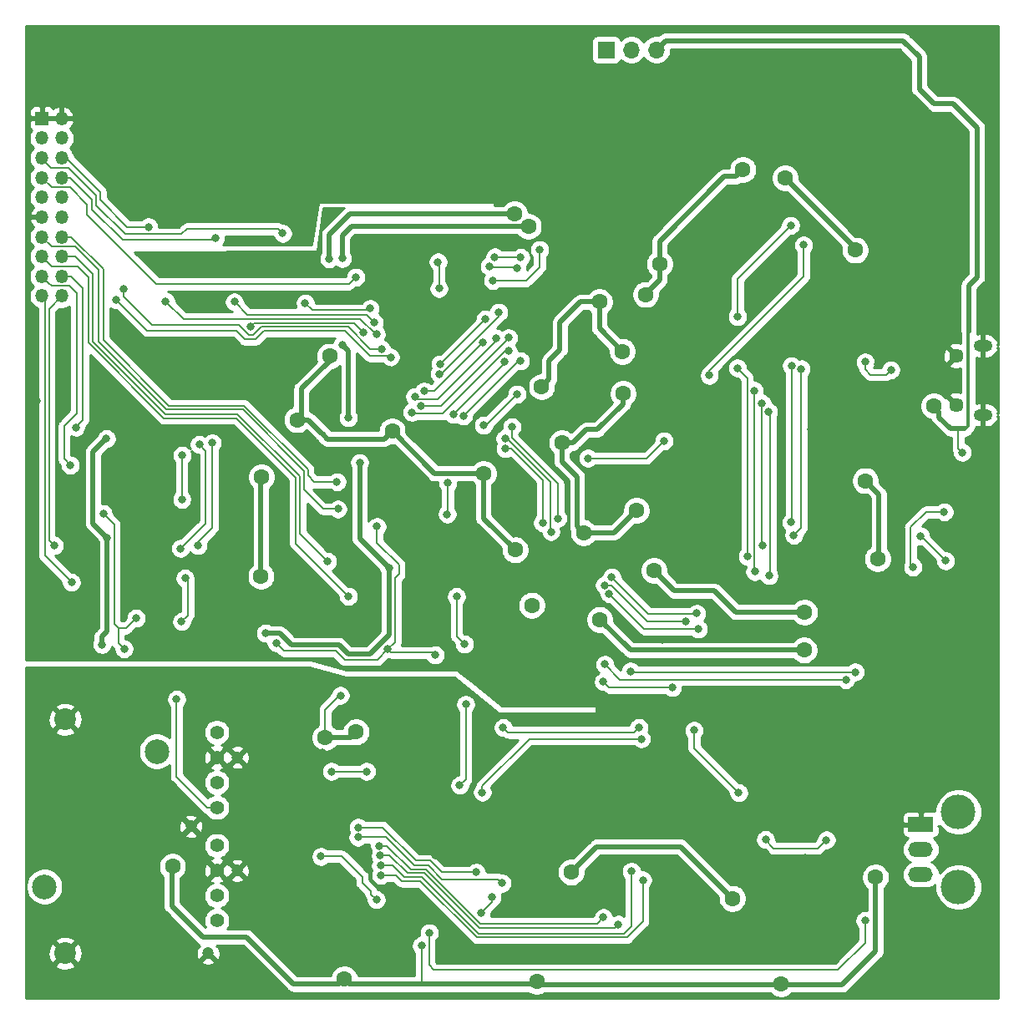
<source format=gbl>
G04 #@! TF.GenerationSoftware,KiCad,Pcbnew,5.1.6-c6e7f7d~86~ubuntu16.04.1*
G04 #@! TF.CreationDate,2020-07-06T18:05:24+05:00*
G04 #@! TF.ProjectId,usb2most,75736232-6d6f-4737-942e-6b696361645f,rev?*
G04 #@! TF.SameCoordinates,Original*
G04 #@! TF.FileFunction,Copper,L2,Bot*
G04 #@! TF.FilePolarity,Positive*
%FSLAX46Y46*%
G04 Gerber Fmt 4.6, Leading zero omitted, Abs format (unit mm)*
G04 Created by KiCad (PCBNEW 5.1.6-c6e7f7d~86~ubuntu16.04.1) date 2020-07-06 18:05:24*
%MOMM*%
%LPD*%
G01*
G04 APERTURE LIST*
G04 #@! TA.AperFunction,ComponentPad*
%ADD10C,1.200000*%
G04 #@! TD*
G04 #@! TA.AperFunction,ComponentPad*
%ADD11C,1.400000*%
G04 #@! TD*
G04 #@! TA.AperFunction,ComponentPad*
%ADD12C,2.200000*%
G04 #@! TD*
G04 #@! TA.AperFunction,ComponentPad*
%ADD13C,2.500000*%
G04 #@! TD*
G04 #@! TA.AperFunction,ComponentPad*
%ADD14C,3.500000*%
G04 #@! TD*
G04 #@! TA.AperFunction,ComponentPad*
%ADD15O,2.500000X1.500000*%
G04 #@! TD*
G04 #@! TA.AperFunction,ComponentPad*
%ADD16R,2.500000X1.500000*%
G04 #@! TD*
G04 #@! TA.AperFunction,ComponentPad*
%ADD17O,1.900000X1.200000*%
G04 #@! TD*
G04 #@! TA.AperFunction,ComponentPad*
%ADD18C,1.450000*%
G04 #@! TD*
G04 #@! TA.AperFunction,ComponentPad*
%ADD19R,1.700000X1.700000*%
G04 #@! TD*
G04 #@! TA.AperFunction,ComponentPad*
%ADD20O,1.700000X1.700000*%
G04 #@! TD*
G04 #@! TA.AperFunction,ComponentPad*
%ADD21R,1.350000X1.350000*%
G04 #@! TD*
G04 #@! TA.AperFunction,ComponentPad*
%ADD22O,1.350000X1.350000*%
G04 #@! TD*
G04 #@! TA.AperFunction,ViaPad*
%ADD23C,0.800000*%
G04 #@! TD*
G04 #@! TA.AperFunction,ViaPad*
%ADD24C,5.000000*%
G04 #@! TD*
G04 #@! TA.AperFunction,ViaPad*
%ADD25C,1.600000*%
G04 #@! TD*
G04 #@! TA.AperFunction,Conductor*
%ADD26C,0.200000*%
G04 #@! TD*
G04 #@! TA.AperFunction,Conductor*
%ADD27C,0.500000*%
G04 #@! TD*
G04 #@! TA.AperFunction,Conductor*
%ADD28C,0.300000*%
G04 #@! TD*
G04 #@! TA.AperFunction,Conductor*
%ADD29C,0.254000*%
G04 #@! TD*
G04 APERTURE END LIST*
D10*
X42150000Y-94870000D03*
X42150000Y-106350000D03*
X39200000Y-114730000D03*
D11*
X40070000Y-111430000D03*
X40070000Y-108890000D03*
X40070000Y-106350000D03*
X40070000Y-103810000D03*
D10*
X37450000Y-101880000D03*
D12*
X24700000Y-114730000D03*
X24700000Y-91030000D03*
D13*
X34000000Y-94280000D03*
X22600000Y-107980000D03*
D11*
X40070000Y-99950000D03*
X40070000Y-97410000D03*
X40070000Y-94870000D03*
X40070000Y-92330000D03*
D14*
X115250000Y-100399000D03*
X115250000Y-108019000D03*
D15*
X111440000Y-106749000D03*
X111440000Y-104209000D03*
D16*
X111440000Y-101669000D03*
D17*
X117730000Y-53157000D03*
X117730000Y-60157000D03*
D18*
X115030000Y-54157000D03*
X115030000Y-59157000D03*
D19*
X79550000Y-23150000D03*
D20*
X82090000Y-23150000D03*
X84630000Y-23150000D03*
D21*
X22340000Y-30110000D03*
D22*
X24340000Y-30110000D03*
X22340000Y-32110000D03*
X24340000Y-32110000D03*
X22340000Y-34110000D03*
X24340000Y-34110000D03*
X22340000Y-36110000D03*
X24340000Y-36110000D03*
X22340000Y-38110000D03*
X24340000Y-38110000D03*
X22340000Y-40110000D03*
X24340000Y-40110000D03*
X22340000Y-42110000D03*
X24340000Y-42110000D03*
X22340000Y-44110000D03*
X24340000Y-44110000D03*
X22340000Y-46110000D03*
X24340000Y-46110000D03*
X22340000Y-48110000D03*
X24340000Y-48110000D03*
D23*
X62180000Y-103720000D03*
X52500000Y-26250000D03*
X51600000Y-24290000D03*
X59405000Y-108795000D03*
X24450000Y-50950000D03*
X30430000Y-92220000D03*
D24*
X115000000Y-25000000D03*
X25000000Y-25000000D03*
X115000000Y-115000000D03*
D23*
X43960000Y-23720000D03*
X47100000Y-28490000D03*
X40500000Y-22000000D03*
X77550000Y-29350000D03*
X83150000Y-29920000D03*
X76050000Y-30900000D03*
X43800000Y-21430000D03*
X69700000Y-38100000D03*
X57610000Y-37590000D03*
X21750000Y-27300000D03*
X25980000Y-95820000D03*
X27680000Y-108420000D03*
X32080000Y-109460000D03*
X33080000Y-98720000D03*
X50530000Y-37510000D03*
X54580000Y-97720000D03*
X112150000Y-22170000D03*
X114270000Y-45310000D03*
X26055000Y-101745000D03*
X31630000Y-114195000D03*
X31630000Y-103320000D03*
D25*
X74150000Y-29000000D03*
D23*
X60040000Y-37810000D03*
X53200000Y-37570000D03*
X42750000Y-36000000D03*
X64610000Y-37500000D03*
X46150000Y-24100000D03*
X51870000Y-113980000D03*
X68090000Y-95340000D03*
X88480000Y-112720000D03*
X68370000Y-114970000D03*
X49580000Y-115820000D03*
X47940000Y-102630000D03*
X43320000Y-108850000D03*
X46030000Y-86740000D03*
X44950000Y-80430000D03*
X66780000Y-100020000D03*
X63870000Y-112570000D03*
X29050000Y-24550000D03*
X29100000Y-21820000D03*
X26310000Y-33800000D03*
X28000000Y-33800000D03*
X93648000Y-112352000D03*
X73580000Y-107820000D03*
X82680000Y-101420000D03*
X54860000Y-109150000D03*
X51970000Y-111600000D03*
X43340000Y-103570000D03*
X30750000Y-28000000D03*
X22250000Y-22200000D03*
X28350000Y-27100000D03*
X27150000Y-29000000D03*
X42050000Y-23660000D03*
X28240000Y-35730000D03*
X76030000Y-32660000D03*
D25*
X92880000Y-28020000D03*
D23*
X100834000Y-110678000D03*
X79510000Y-100250000D03*
X73850000Y-103700000D03*
X49521000Y-111669000D03*
X73880000Y-105120000D03*
X81982000Y-114678000D03*
X64710000Y-114424000D03*
X107670000Y-118190000D03*
X60350000Y-89350000D03*
X66380000Y-92220000D03*
X64960000Y-99790000D03*
X68520000Y-93810000D03*
X46205000Y-109030000D03*
X43060000Y-101244000D03*
X58870000Y-102220000D03*
X61230000Y-102110000D03*
X62180000Y-104820000D03*
X48920000Y-99040000D03*
X53650000Y-94700000D03*
X46490000Y-98970000D03*
X108180000Y-83550000D03*
X104580000Y-88370000D03*
X55650000Y-89650000D03*
X117890000Y-28100000D03*
X107510000Y-92670000D03*
X102460000Y-96700000D03*
X99360000Y-94180000D03*
X93810000Y-94530000D03*
X111954000Y-109344000D03*
X101360000Y-113730000D03*
X54240000Y-113151000D03*
X60452000Y-95241000D03*
X60446000Y-93949000D03*
X90280000Y-98520000D03*
X95880000Y-108520000D03*
X68780000Y-98520000D03*
X68980000Y-101920000D03*
X60442000Y-96400000D03*
X71480000Y-102120000D03*
X59630000Y-113408000D03*
X59630000Y-115694000D03*
X50900000Y-88750000D03*
X50897000Y-87362000D03*
X48453000Y-87284000D03*
X42800000Y-32150000D03*
X94620000Y-37710000D03*
X87650000Y-37100000D03*
X99640000Y-34750000D03*
X112550000Y-34760000D03*
X115770000Y-34610000D03*
X81250000Y-37050000D03*
X81160000Y-31250000D03*
X81230000Y-29890000D03*
X94350000Y-23700000D03*
X83100000Y-31190000D03*
X24350000Y-54550000D03*
X24230000Y-58720000D03*
X29660000Y-58120000D03*
X26980000Y-61870000D03*
X86280000Y-27620000D03*
X60300000Y-103500000D03*
D25*
X87880000Y-28820000D03*
D23*
X89020000Y-34790000D03*
X84820000Y-34810000D03*
X79830000Y-34860000D03*
X73050000Y-34450000D03*
X76400000Y-25800000D03*
X95290000Y-34110000D03*
X97780000Y-39520000D03*
X73900000Y-31800000D03*
X76100000Y-29250000D03*
X54650000Y-43000000D03*
X58300000Y-42950000D03*
X50750000Y-94400000D03*
X108360000Y-57860000D03*
X52350000Y-98400000D03*
X53750000Y-90400000D03*
X61300000Y-90650000D03*
X62450000Y-89400000D03*
X72100000Y-36500000D03*
X88950000Y-24800000D03*
X99160000Y-99330000D03*
X99690000Y-103090000D03*
X99730000Y-105060000D03*
X76410000Y-27110000D03*
X101470000Y-99380000D03*
X36320000Y-45320000D03*
X43200000Y-45400000D03*
X49740000Y-45320000D03*
X117960000Y-47730000D03*
X113260000Y-53470000D03*
X113150000Y-51660000D03*
X110460000Y-59620000D03*
X107660000Y-54010000D03*
X107050000Y-55050000D03*
X74450000Y-59300000D03*
X76450000Y-86800000D03*
X68710000Y-86950000D03*
X107500000Y-66060000D03*
X66780000Y-48580000D03*
X47600000Y-53680000D03*
X49150000Y-55100000D03*
X47630000Y-55150000D03*
X49150000Y-53650000D03*
X83050000Y-45150000D03*
X80600000Y-47300000D03*
X64400000Y-51570000D03*
X62070000Y-50420000D03*
X115120000Y-68350000D03*
X78200000Y-68100000D03*
X78180000Y-65880000D03*
X100530000Y-90220000D03*
X86730000Y-63660000D03*
X89950000Y-61250000D03*
X85650000Y-68100000D03*
X71480000Y-94720000D03*
X82480000Y-95320000D03*
X77380000Y-94620000D03*
X82160000Y-98120000D03*
X108600000Y-43900000D03*
X106730000Y-76570000D03*
X101380000Y-73520000D03*
X106010000Y-70250000D03*
X106100000Y-72240000D03*
X105630000Y-73450000D03*
X111240000Y-99380000D03*
X118380000Y-109130000D03*
X108480000Y-112670000D03*
X118010000Y-96900000D03*
X117470000Y-103730000D03*
X106570000Y-100270000D03*
X118304000Y-37716000D03*
X79550000Y-57650000D03*
X71200000Y-56550000D03*
X112450000Y-62150000D03*
X57620000Y-55590000D03*
X60300000Y-55650000D03*
X104110000Y-78140000D03*
X118150000Y-73800000D03*
X34610000Y-71210000D03*
X27940000Y-87340000D03*
X22940000Y-87340000D03*
X25950000Y-84210000D03*
X50380000Y-78900000D03*
X41950000Y-71700000D03*
X59870000Y-82060000D03*
X58910000Y-70220000D03*
X31920000Y-68300000D03*
X32250000Y-79250000D03*
X39300000Y-56500000D03*
X55850000Y-61050000D03*
X61150000Y-61250000D03*
X45750000Y-59350000D03*
X21640000Y-54610000D03*
X21810000Y-58760000D03*
X42830000Y-34020000D03*
X44640000Y-36610000D03*
X47120000Y-36770000D03*
X87530000Y-75220000D03*
X65140000Y-71550000D03*
X111400000Y-79530000D03*
X83090000Y-71630000D03*
X107300000Y-64500000D03*
X51260000Y-100150000D03*
X117680000Y-62270000D03*
X80900000Y-44800000D03*
X114980000Y-79570000D03*
X100280000Y-108730000D03*
X87060000Y-47350000D03*
X97100000Y-53700000D03*
X101350000Y-50600000D03*
X103280000Y-47780000D03*
X100280000Y-61580000D03*
X102960000Y-64430000D03*
X109600000Y-50650000D03*
X89600000Y-54300000D03*
X110600000Y-44250000D03*
X82600000Y-50400000D03*
X84050000Y-50400000D03*
X77600000Y-50300000D03*
X103250000Y-83750000D03*
X49500000Y-62700000D03*
X74950000Y-39750000D03*
X69200000Y-42750000D03*
X66350000Y-62350000D03*
X73550000Y-52350000D03*
X80600000Y-50950000D03*
X70450000Y-70200000D03*
X51600000Y-59200000D03*
X84720000Y-60480000D03*
X84250000Y-78340000D03*
X74830000Y-82100000D03*
X74480000Y-76930000D03*
X85210000Y-82930000D03*
X117010000Y-92700000D03*
X113100000Y-55370000D03*
X103010000Y-45700000D03*
X103780000Y-63510000D03*
X100970000Y-60410000D03*
X87910000Y-64940000D03*
X90940000Y-61530000D03*
X86440000Y-48740000D03*
X89760000Y-53000000D03*
X91160000Y-50590000D03*
X89950000Y-50180000D03*
X90000000Y-56150000D03*
X99550000Y-42950000D03*
X35990000Y-88990000D03*
X50630000Y-104920000D03*
X56240000Y-109310000D03*
X51460000Y-44330000D03*
D25*
X99600000Y-84000000D03*
X70250000Y-39800000D03*
X44550000Y-76500000D03*
X44600000Y-66450000D03*
X48200000Y-60650000D03*
X51500000Y-54210000D03*
X78900000Y-80900000D03*
X72000000Y-79450000D03*
X70300000Y-73850000D03*
X67100000Y-66100000D03*
X57850000Y-61800000D03*
X112750001Y-59260001D03*
D23*
X108398004Y-55597996D03*
X115650000Y-63950000D03*
X105800000Y-54800000D03*
X63490000Y-67040000D03*
X63420000Y-70230000D03*
X65074982Y-60264982D03*
X70858696Y-54681268D03*
X64030000Y-60120000D03*
X69200000Y-54800000D03*
X36510000Y-81110000D03*
X39600000Y-63000000D03*
X38150000Y-73400000D03*
X36850000Y-76700000D03*
X59848709Y-59903358D03*
X69620744Y-53688045D03*
X69650000Y-52350000D03*
X38300000Y-63150000D03*
X36400000Y-73700000D03*
X60800000Y-59249990D03*
X52250000Y-66950000D03*
X52350000Y-69700000D03*
X36530000Y-68720000D03*
X36560000Y-64260000D03*
X60142523Y-58302559D03*
X68400000Y-52400000D03*
X62500000Y-44650000D03*
X62600000Y-47350000D03*
X56671750Y-105830720D03*
X82100000Y-106432000D03*
X56710000Y-106830000D03*
X83252000Y-107312000D03*
X95701000Y-103206000D03*
X101860000Y-103240000D03*
X92980000Y-98470000D03*
X88452168Y-92142168D03*
X51700000Y-96300000D03*
X55250000Y-96300000D03*
X69100000Y-91850000D03*
X82850000Y-91850000D03*
X28880000Y-62570000D03*
X52800000Y-44300000D03*
D25*
X97690000Y-36140000D03*
X105820000Y-66830000D03*
D23*
X57540000Y-75700000D03*
X28969990Y-72600000D03*
X45010000Y-82300000D03*
X28440000Y-83440000D03*
X52800000Y-53080000D03*
D25*
X84398464Y-75944521D03*
X83550000Y-47950000D03*
X73000000Y-57300000D03*
X84950000Y-44850000D03*
X82600000Y-69850000D03*
X81181210Y-53718790D03*
X81250000Y-58000000D03*
X71650002Y-41050000D03*
X78850000Y-48700000D03*
X77250000Y-72100000D03*
X107050000Y-74750000D03*
X99650000Y-80150000D03*
X75050000Y-63000000D03*
X93400000Y-35300000D03*
D23*
X53400000Y-60450000D03*
X54550000Y-65000000D03*
D25*
X104770000Y-43460000D03*
X35580000Y-105940000D03*
D23*
X60822000Y-113961000D03*
D25*
X51064999Y-92856999D03*
D23*
X64699998Y-97700000D03*
D25*
X54200000Y-92300000D03*
D23*
X65300000Y-89500000D03*
X52600000Y-88600004D03*
D25*
X53000000Y-117350000D03*
X72500000Y-117600000D03*
X106850000Y-107040000D03*
X75980000Y-106520000D03*
X97280000Y-117820000D03*
X92330000Y-109170000D03*
D23*
X54150000Y-46200000D03*
X68050000Y-46550000D03*
X72800000Y-43400000D03*
X68250000Y-44150000D03*
X70870736Y-44189774D03*
X29900000Y-48500000D03*
X57680000Y-54310000D03*
X62644530Y-55998463D03*
X68650000Y-49750000D03*
X30600000Y-47400000D03*
X56750000Y-53490000D03*
X62700000Y-55000000D03*
X67300000Y-50450000D03*
X66880000Y-110620000D03*
X67980000Y-109020000D03*
X95350010Y-59000000D03*
X95400011Y-73356361D03*
X96050000Y-76449998D03*
X96000010Y-59845583D03*
X67700000Y-45100000D03*
X70500000Y-45250000D03*
X46750000Y-41750000D03*
X33160000Y-41090000D03*
X39950000Y-42200000D03*
X25339999Y-77130001D03*
X23590000Y-73400000D03*
X25210000Y-65250000D03*
X25820000Y-61410000D03*
X80780000Y-111800010D03*
X56641688Y-104831160D03*
X99300000Y-55500000D03*
X98560000Y-72360000D03*
X79250000Y-111100000D03*
X56569088Y-103833787D03*
X98325526Y-55168723D03*
X98280000Y-71060000D03*
X43470000Y-51240000D03*
X54900000Y-51760000D03*
X77700000Y-64550000D03*
X85400000Y-62800000D03*
X70500000Y-58050000D03*
X67099968Y-61200000D03*
X105780000Y-111420000D03*
X61595001Y-112655001D03*
X34900000Y-48650000D03*
X56240000Y-51990000D03*
X79850000Y-78300000D03*
X69308939Y-63591061D03*
X73100000Y-71100000D03*
X88900000Y-81860000D03*
X41850000Y-48700000D03*
X56005018Y-50784982D03*
X79356323Y-77418558D03*
X73950000Y-72000000D03*
X69279651Y-62553410D03*
X87580000Y-81110000D03*
X49040000Y-48830000D03*
X55612166Y-49385621D03*
X74641744Y-70650000D03*
X80100000Y-76600000D03*
X69975289Y-61380983D03*
X88720000Y-80290000D03*
X51300000Y-75000000D03*
X53410000Y-78550000D03*
X66980000Y-98420000D03*
X83100000Y-93000000D03*
X64380000Y-78570000D03*
X103830000Y-87000010D03*
X79400000Y-85450000D03*
X65190000Y-83400000D03*
X110621958Y-75585020D03*
X113800000Y-70000000D03*
X113950010Y-74939982D03*
X111404990Y-72450000D03*
X104780000Y-86219990D03*
X82000000Y-86150000D03*
X92850000Y-50200000D03*
X98250000Y-40950000D03*
X67061786Y-52780655D03*
X61100000Y-57750000D03*
X28570000Y-70180000D03*
X31890000Y-80770000D03*
X56310000Y-71480000D03*
X57420000Y-83910002D03*
X30670000Y-83880010D03*
X46080000Y-83270000D03*
X62200000Y-84500000D03*
X86250000Y-87799996D03*
X79250000Y-87200011D03*
X54389475Y-102969947D03*
X68980000Y-107620000D03*
X93850000Y-74500000D03*
X92840000Y-55410000D03*
X54400000Y-101970000D03*
X66380000Y-106520000D03*
X94600000Y-76050000D03*
X94550010Y-57700000D03*
D26*
X99550000Y-46150000D02*
X99550000Y-42950000D01*
X90000000Y-55700000D02*
X99550000Y-46150000D01*
X90000000Y-56150000D02*
X90000000Y-55700000D01*
X35990000Y-96820000D02*
X35990000Y-88990000D01*
X39120000Y-99950000D02*
X35990000Y-96820000D01*
X40140000Y-99950000D02*
X39120000Y-99950000D01*
X40250000Y-99840000D02*
X40140000Y-99950000D01*
X52060000Y-104890000D02*
X50540000Y-104890000D01*
X52070000Y-104900000D02*
X52060000Y-104890000D01*
X55670000Y-108740000D02*
X55670000Y-108440000D01*
X52730000Y-104900000D02*
X52070000Y-104900000D01*
X56240000Y-109310000D02*
X55670000Y-108740000D01*
X55670000Y-108440000D02*
X54800000Y-107570000D01*
X54800000Y-106970000D02*
X52730000Y-104900000D01*
X50540000Y-104890000D02*
X50550000Y-104900000D01*
X54800000Y-107570000D02*
X54800000Y-106970000D01*
D27*
X51460000Y-41890000D02*
X53550000Y-39800000D01*
X53550000Y-39800000D02*
X70250000Y-39800000D01*
X51460000Y-44330000D02*
X51460000Y-41890000D01*
X44550000Y-66500000D02*
X44600000Y-66450000D01*
X44550000Y-76500000D02*
X44550000Y-66500000D01*
X99600000Y-84000000D02*
X82000000Y-84000000D01*
X82000000Y-84000000D02*
X78900000Y-80900000D01*
X67100000Y-70650000D02*
X67100000Y-66100000D01*
X70300000Y-73850000D02*
X67100000Y-70650000D01*
X67100000Y-66100000D02*
X62150000Y-66100000D01*
X62150000Y-66100000D02*
X57850000Y-61800000D01*
X48650000Y-60200000D02*
X48200000Y-60650000D01*
X48650000Y-57500000D02*
X48650000Y-60200000D01*
X51500000Y-54210000D02*
X51500000Y-54650000D01*
X51500000Y-54650000D02*
X48650000Y-57500000D01*
X57050001Y-62599999D02*
X57850000Y-61800000D01*
X51299999Y-62599999D02*
X57050001Y-62599999D01*
X50750000Y-62050000D02*
X51299999Y-62599999D01*
X50731370Y-62050000D02*
X50750000Y-62050000D01*
X48200000Y-60650000D02*
X49331370Y-60650000D01*
X49331370Y-60650000D02*
X50731370Y-62050000D01*
X113300000Y-59810000D02*
X112750001Y-59260001D01*
X113300000Y-60410000D02*
X113300000Y-59810000D01*
X114450000Y-61560000D02*
X113300000Y-60410000D01*
X115920000Y-61560000D02*
X114450000Y-61560000D01*
D26*
X115238632Y-61500000D02*
X115238632Y-63538632D01*
X115238632Y-63538632D02*
X115650000Y-63950000D01*
D28*
X115950000Y-61560000D02*
X116250000Y-61260000D01*
X116250000Y-61260000D02*
X116250000Y-51000000D01*
D27*
X117150000Y-31070000D02*
X117150000Y-46190000D01*
X114720000Y-28640000D02*
X117150000Y-31070000D01*
X85558000Y-22222000D02*
X109632000Y-22222000D01*
X116300000Y-47040000D02*
X116300000Y-51700000D01*
X109632000Y-22222000D02*
X111290000Y-23880000D01*
X84630000Y-23150000D02*
X85558000Y-22222000D01*
X112790000Y-28640000D02*
X114720000Y-28640000D01*
X117150000Y-46190000D02*
X116300000Y-47040000D01*
X111290000Y-23880000D02*
X111290000Y-27140000D01*
X111290000Y-27140000D02*
X112790000Y-28640000D01*
D26*
X105800000Y-55550000D02*
X105800000Y-54800000D01*
X106350000Y-56100000D02*
X105800000Y-55550000D01*
X108398004Y-55597996D02*
X107896000Y-56100000D01*
X107896000Y-56100000D02*
X106350000Y-56100000D01*
X63490000Y-70160000D02*
X63420000Y-70230000D01*
X63490000Y-67040000D02*
X63490000Y-70160000D01*
X70658696Y-54681268D02*
X70858696Y-54681268D01*
X65074982Y-60264982D02*
X70658696Y-54681268D01*
X69200000Y-54950000D02*
X69200000Y-54800000D01*
X64030000Y-60120000D02*
X69200000Y-54950000D01*
X39600000Y-63000000D02*
X39600000Y-71600000D01*
X39600000Y-71600000D02*
X38150000Y-73050000D01*
X38150000Y-73050000D02*
X38150000Y-73400000D01*
X37150000Y-77000000D02*
X36850000Y-76700000D01*
X36510000Y-81110000D02*
X37150000Y-80470000D01*
X37150000Y-80470000D02*
X37150000Y-77000000D01*
X62950000Y-60050000D02*
X69311955Y-53688045D01*
X69311955Y-53688045D02*
X69620744Y-53688045D01*
X59848709Y-59903358D02*
X59995351Y-60050000D01*
X59995351Y-60050000D02*
X62950000Y-60050000D01*
X38950000Y-71150000D02*
X36400000Y-73700000D01*
X38300000Y-63150000D02*
X38950000Y-63800000D01*
X38950000Y-63800000D02*
X38950000Y-71150000D01*
X61365685Y-59249990D02*
X60800000Y-59249990D01*
X62825976Y-59249990D02*
X61365685Y-59249990D01*
X69650000Y-52350000D02*
X69650000Y-52425966D01*
X69650000Y-52425966D02*
X62825976Y-59249990D01*
X49300000Y-66300000D02*
X49950000Y-66950000D01*
X49300000Y-65670000D02*
X49300000Y-66300000D01*
X35225687Y-59229989D02*
X42859989Y-59229989D01*
X28560000Y-52564302D02*
X35225687Y-59229989D01*
X25294594Y-42110000D02*
X28560000Y-45375406D01*
X24340000Y-42110000D02*
X25294594Y-42110000D01*
X42859989Y-59229989D02*
X49300000Y-65670000D01*
X49950000Y-66950000D02*
X52250000Y-66950000D01*
X28560000Y-45375406D02*
X28560000Y-52564302D01*
X23330000Y-43100000D02*
X22340000Y-42110000D01*
X28070000Y-45460002D02*
X25709998Y-43100000D01*
X28070000Y-52714302D02*
X28070000Y-45460002D01*
X50850000Y-69700000D02*
X48899989Y-67749989D01*
X42694300Y-59630000D02*
X34985698Y-59630000D01*
X52350000Y-69700000D02*
X50850000Y-69700000D01*
X48899989Y-67749989D02*
X48899989Y-65835689D01*
X25709998Y-43100000D02*
X23330000Y-43100000D01*
X48899989Y-65835689D02*
X42694300Y-59630000D01*
X34985698Y-59630000D02*
X28070000Y-52714302D01*
X36530000Y-64290000D02*
X36560000Y-64260000D01*
X36530000Y-68720000D02*
X36530000Y-64290000D01*
X60389952Y-58549988D02*
X60142523Y-58302559D01*
X62500012Y-58549988D02*
X60389952Y-58549988D01*
X68400000Y-52400000D02*
X68400000Y-52650000D01*
X68400000Y-52650000D02*
X62500012Y-58549988D01*
X62600000Y-44650000D02*
X62600000Y-46784315D01*
X62600000Y-46784315D02*
X62600000Y-47350000D01*
X62500000Y-44550000D02*
X62600000Y-44650000D01*
X57890720Y-105830720D02*
X59080000Y-107020000D01*
X60865700Y-107020000D02*
X66585689Y-112739989D01*
X66585689Y-112739989D02*
X81330011Y-112739989D01*
X81330011Y-112739989D02*
X82100000Y-111970000D01*
X82100000Y-111970000D02*
X82100000Y-106432000D01*
X56671750Y-105830720D02*
X57890720Y-105830720D01*
X59080000Y-107020000D02*
X60865700Y-107020000D01*
X83252000Y-111528000D02*
X83252000Y-107312000D01*
X58190000Y-106830000D02*
X58780000Y-107420000D01*
X56710000Y-106830000D02*
X58190000Y-106830000D01*
X58780000Y-107420000D02*
X60700000Y-107420000D01*
X60700000Y-107420000D02*
X66420000Y-113140000D01*
X81640000Y-113140000D02*
X83252000Y-111528000D01*
X66420000Y-113140000D02*
X81640000Y-113140000D01*
X88452168Y-93942168D02*
X88452168Y-92142168D01*
X92980000Y-98470000D02*
X88452168Y-93942168D01*
X101830000Y-103240000D02*
X101860000Y-103240000D01*
X96525000Y-104090000D02*
X100980000Y-104090000D01*
X100980000Y-104090000D02*
X101830000Y-103240000D01*
X95621000Y-103186000D02*
X96525000Y-104090000D01*
X55250000Y-96300000D02*
X51700000Y-96300000D01*
X69600000Y-92350000D02*
X69100000Y-91850000D01*
X82850000Y-91850000D02*
X82350000Y-92350000D01*
X82350000Y-92350000D02*
X69600000Y-92350000D01*
D27*
X27530000Y-63920000D02*
X27530000Y-71160010D01*
X27530000Y-71160010D02*
X28969990Y-72600000D01*
X28880000Y-62570000D02*
X27530000Y-63920000D01*
X46460000Y-82300000D02*
X47630000Y-83470000D01*
X45010000Y-82300000D02*
X46460000Y-82300000D01*
X57540000Y-82460000D02*
X57540000Y-75700000D01*
X52430000Y-83470000D02*
X53380000Y-84420000D01*
X47630000Y-83470000D02*
X52430000Y-83470000D01*
X55580000Y-84420000D02*
X57540000Y-82460000D01*
X73000000Y-57300000D02*
X73050000Y-57250000D01*
X84950000Y-46500000D02*
X84950000Y-44850000D01*
X83550000Y-47950000D02*
X83550000Y-47900000D01*
X83550000Y-47900000D02*
X84950000Y-46500000D01*
X52800000Y-44300000D02*
X52800000Y-41950000D01*
X52800000Y-41950000D02*
X53700000Y-41050000D01*
X53700000Y-41050000D02*
X71650002Y-41050000D01*
X81181210Y-53718790D02*
X78850000Y-51387580D01*
X78850000Y-51387580D02*
X78850000Y-48700000D01*
X82600000Y-69850000D02*
X80350000Y-72100000D01*
X80350000Y-72100000D02*
X77250000Y-72100000D01*
X107200000Y-74600000D02*
X107050000Y-74750000D01*
X105820000Y-66830000D02*
X107200000Y-68210000D01*
X107200000Y-68210000D02*
X107200000Y-74600000D01*
X75050000Y-64900000D02*
X75050000Y-63000000D01*
X76600000Y-66450000D02*
X75050000Y-64900000D01*
X77250000Y-72100000D02*
X76600000Y-71450000D01*
X76600000Y-71450000D02*
X76600000Y-66450000D01*
X76150000Y-63000000D02*
X75050000Y-63000000D01*
X78650000Y-61650000D02*
X77500000Y-61650000D01*
X81250000Y-58000000D02*
X81250000Y-59050000D01*
X77500000Y-61650000D02*
X76150000Y-63000000D01*
X81250000Y-59050000D02*
X78650000Y-61650000D01*
X92700000Y-36000000D02*
X93400000Y-35300000D01*
X91500000Y-36000000D02*
X92700000Y-36000000D01*
X84950000Y-44850000D02*
X84950000Y-42550000D01*
X84950000Y-42550000D02*
X91500000Y-36000000D01*
X74850000Y-50750000D02*
X76900000Y-48700000D01*
X74850000Y-53550000D02*
X74850000Y-50750000D01*
X76900000Y-48700000D02*
X78850000Y-48700000D01*
X73750000Y-54650000D02*
X74850000Y-53550000D01*
X73000000Y-57300000D02*
X73750000Y-56550000D01*
X73750000Y-56550000D02*
X73750000Y-54650000D01*
X28400000Y-83400000D02*
X28440000Y-83440000D01*
X28400000Y-82650000D02*
X28400000Y-83400000D01*
X28969990Y-72600000D02*
X28969990Y-82080010D01*
X28969990Y-82080010D02*
X28400000Y-82650000D01*
X53380000Y-84420000D02*
X55580000Y-84420000D01*
X53400000Y-53680000D02*
X53400000Y-60450000D01*
X52800000Y-53080000D02*
X53400000Y-53680000D01*
X54550000Y-72710000D02*
X54550000Y-65000000D01*
X57540000Y-75700000D02*
X54550000Y-72710000D01*
X92670000Y-80150000D02*
X99650000Y-80150000D01*
X90500000Y-77980000D02*
X92670000Y-80150000D01*
X86433943Y-77980000D02*
X90500000Y-77980000D01*
X84398464Y-75944521D02*
X86433943Y-77980000D01*
X97690000Y-36140000D02*
X104770000Y-43220000D01*
X104770000Y-43220000D02*
X104770000Y-43460000D01*
D26*
X60822000Y-113961000D02*
X60822000Y-117909000D01*
D27*
X51705427Y-92856999D02*
X51064999Y-92856999D01*
X51064999Y-92856999D02*
X53643001Y-92856999D01*
X53643001Y-92856999D02*
X54200000Y-92300000D01*
D26*
X64699998Y-97700000D02*
X65300000Y-97099998D01*
X51064999Y-92856999D02*
X51050000Y-92842000D01*
X51050000Y-90050000D02*
X52499996Y-88600004D01*
X52499996Y-88600004D02*
X52600000Y-88600004D01*
X51050000Y-92842000D02*
X51050000Y-90050000D01*
D27*
X72800000Y-117900000D02*
X89700000Y-117900000D01*
X72500000Y-117600000D02*
X72800000Y-117900000D01*
X72250000Y-117850000D02*
X72500000Y-117600000D01*
X53500000Y-117850000D02*
X72250000Y-117850000D01*
X53000000Y-117350000D02*
X53500000Y-117850000D01*
X35500000Y-105920000D02*
X35500000Y-109930000D01*
X35500000Y-109930000D02*
X38670000Y-113100000D01*
X52500000Y-117850000D02*
X53000000Y-117350000D01*
X38670000Y-113100000D02*
X43100000Y-113100000D01*
X47850000Y-117850000D02*
X52500000Y-117850000D01*
X43100000Y-113100000D02*
X47850000Y-117850000D01*
D26*
X65300000Y-97050000D02*
X65300000Y-89500000D01*
D27*
X89500000Y-117900000D02*
X97200000Y-117900000D01*
X97200000Y-117900000D02*
X97280000Y-117820000D01*
X97380000Y-117920000D02*
X97280000Y-117820000D01*
X103480000Y-117920000D02*
X97380000Y-117920000D01*
X106850000Y-107040000D02*
X106850000Y-114550000D01*
X106850000Y-114550000D02*
X103480000Y-117920000D01*
X87080000Y-103920000D02*
X92330000Y-109170000D01*
X78580000Y-103920000D02*
X87080000Y-103920000D01*
X75980000Y-106520000D02*
X78580000Y-103920000D01*
D26*
X53450000Y-46900000D02*
X54150000Y-46200000D01*
X22340000Y-36110000D02*
X23330000Y-37100000D01*
X23330000Y-37100000D02*
X25190000Y-37100000D01*
X26900000Y-38810000D02*
X26900000Y-39840000D01*
X25190000Y-37100000D02*
X26900000Y-38810000D01*
X33960000Y-46900000D02*
X53450000Y-46900000D01*
X26900000Y-39840000D02*
X33960000Y-46900000D01*
X72800000Y-45200000D02*
X72800000Y-43400000D01*
X68050000Y-46550000D02*
X71450000Y-46550000D01*
X71450000Y-46550000D02*
X72800000Y-45200000D01*
X70830962Y-44150000D02*
X70870736Y-44189774D01*
X68250000Y-44150000D02*
X70830962Y-44150000D01*
X33010000Y-51610000D02*
X29900000Y-48500000D01*
X42030000Y-51610000D02*
X33010000Y-51610000D01*
X44870000Y-51640000D02*
X44010000Y-52500000D01*
X57680000Y-54310000D02*
X57560000Y-54190000D01*
X57560000Y-54190000D02*
X55590000Y-54190000D01*
X42920000Y-52500000D02*
X42030000Y-51610000D01*
X44010000Y-52500000D02*
X42920000Y-52500000D01*
X55590000Y-54190000D02*
X53040000Y-51640000D01*
X53040000Y-51640000D02*
X44870000Y-51640000D01*
X62807976Y-55998463D02*
X62644530Y-55998463D01*
X68650000Y-49750000D02*
X68650000Y-50156439D01*
X68650000Y-50156439D02*
X62807976Y-55998463D01*
X55630000Y-53490000D02*
X56750000Y-53490000D01*
X30600000Y-48140000D02*
X33540000Y-51080000D01*
X42320000Y-51080000D02*
X43300000Y-52060000D01*
X43790000Y-52060000D02*
X44610011Y-51239989D01*
X53379989Y-51239989D02*
X55630000Y-53490000D01*
X44610011Y-51239989D02*
X53379989Y-51239989D01*
X30600000Y-47400000D02*
X30600000Y-48140000D01*
X33540000Y-51080000D02*
X42320000Y-51080000D01*
X43300000Y-52060000D02*
X43790000Y-52060000D01*
X66819982Y-50930018D02*
X67300000Y-50450000D01*
X62700000Y-55000000D02*
X62750000Y-55000000D01*
X62750000Y-55000000D02*
X66819982Y-50930018D01*
X66880000Y-110620000D02*
X67980000Y-109520000D01*
X67980000Y-109520000D02*
X67980000Y-109020000D01*
X95350010Y-59000000D02*
X95300010Y-59050000D01*
X95300010Y-59050000D02*
X95300010Y-73256360D01*
X95300010Y-73256360D02*
X95400011Y-73356361D01*
X96190000Y-60035573D02*
X96000010Y-59845583D01*
X96190000Y-76309998D02*
X96190000Y-60035573D01*
X96050000Y-76449998D02*
X96190000Y-76309998D01*
X70450000Y-45200000D02*
X70500000Y-45250000D01*
X67700000Y-45100000D02*
X67800000Y-45200000D01*
X67800000Y-45200000D02*
X70450000Y-45200000D01*
X25040000Y-35100000D02*
X23270000Y-35100000D01*
X27849988Y-37909988D02*
X25040000Y-35100000D01*
X27849988Y-38899988D02*
X27849988Y-37909988D01*
X30790000Y-41840000D02*
X27849988Y-38899988D01*
X37050000Y-41300000D02*
X36510000Y-41840000D01*
X46300000Y-41300000D02*
X37050000Y-41300000D01*
X46750000Y-41750000D02*
X46300000Y-41300000D01*
X23270000Y-35100000D02*
X22260000Y-34090000D01*
X36510000Y-41840000D02*
X30790000Y-41840000D01*
X32594315Y-41090000D02*
X33160000Y-41090000D01*
X28249999Y-38349999D02*
X30990000Y-41090000D01*
X28249999Y-37549999D02*
X28249999Y-38349999D01*
X24340000Y-34110000D02*
X24810000Y-34110000D01*
X30990000Y-41090000D02*
X32594315Y-41090000D01*
X24810000Y-34110000D02*
X28249999Y-37549999D01*
X25228600Y-36110000D02*
X27449978Y-38331378D01*
X27449978Y-38331378D02*
X27449978Y-39349978D01*
X27449978Y-39349978D02*
X30540000Y-42440000D01*
X30540000Y-42440000D02*
X39710000Y-42440000D01*
X39710000Y-42440000D02*
X39950000Y-42200000D01*
X24340000Y-36110000D02*
X25228600Y-36110000D01*
X24940000Y-76730002D02*
X25339999Y-77130001D01*
X22340000Y-48110000D02*
X22650000Y-48420000D01*
X22650000Y-48420000D02*
X22650000Y-74440002D01*
X22650000Y-74440002D02*
X24940000Y-76730002D01*
X23050011Y-72860011D02*
X23050011Y-49399989D01*
X23050011Y-49399989D02*
X24340000Y-48110000D01*
X23590000Y-73400000D02*
X23050011Y-72860011D01*
X23014999Y-46784999D02*
X22340000Y-46110000D01*
X24580000Y-64620000D02*
X24580000Y-61320000D01*
X24580000Y-61320000D02*
X25900000Y-60000000D01*
X25210000Y-65250000D02*
X24580000Y-64620000D01*
X25900000Y-60000000D02*
X25900000Y-47850000D01*
X25900000Y-47850000D02*
X25150000Y-47100000D01*
X23330000Y-47100000D02*
X23014999Y-46784999D01*
X25150000Y-47100000D02*
X23330000Y-47100000D01*
X25294594Y-46110000D02*
X24340000Y-46110000D01*
X26500000Y-60660000D02*
X26500000Y-47315406D01*
X25820000Y-61410000D02*
X25820000Y-61340000D01*
X26500000Y-47315406D02*
X25294594Y-46110000D01*
X25820000Y-61340000D02*
X26500000Y-60660000D01*
X57591160Y-104831160D02*
X56641688Y-104831160D01*
X59380000Y-106620000D02*
X57591160Y-104831160D01*
X61078000Y-106620000D02*
X59380000Y-106620000D01*
X80780000Y-111800010D02*
X80380001Y-112200009D01*
X66658009Y-112200009D02*
X61078000Y-106620000D01*
X80380001Y-112200009D02*
X66658009Y-112200009D01*
X99300000Y-71620000D02*
X98560000Y-72360000D01*
X99300000Y-55500000D02*
X99300000Y-71620000D01*
X98325526Y-71014474D02*
X98280000Y-71060000D01*
X98325526Y-55168723D02*
X98325526Y-71014474D01*
X57323787Y-103833787D02*
X56569088Y-103833787D01*
X59710000Y-106220000D02*
X57323787Y-103833787D01*
X79250000Y-111100000D02*
X78613000Y-111737000D01*
X78613000Y-111737000D02*
X66760700Y-111737000D01*
X66760700Y-111737000D02*
X61243700Y-106220000D01*
X61243700Y-106220000D02*
X59710000Y-106220000D01*
X53979978Y-50839978D02*
X54900000Y-51760000D01*
X43470000Y-51240000D02*
X43870022Y-50839978D01*
X43870022Y-50839978D02*
X53979978Y-50839978D01*
X83650000Y-64550000D02*
X85400000Y-62800000D01*
X77700000Y-64550000D02*
X83650000Y-64550000D01*
X70500000Y-58050000D02*
X67350000Y-61200000D01*
X67350000Y-61200000D02*
X67099968Y-61200000D01*
X61595001Y-115935001D02*
X61595001Y-112655001D01*
X62080000Y-116420000D02*
X61595001Y-115935001D01*
X103030000Y-116420000D02*
X62080000Y-116420000D01*
X105780000Y-111420000D02*
X105780000Y-113670000D01*
X105780000Y-113670000D02*
X103030000Y-116420000D01*
X34900000Y-48650000D02*
X36689967Y-50439967D01*
X54624001Y-50439967D02*
X56174034Y-51990000D01*
X36689967Y-50439967D02*
X54624001Y-50439967D01*
X56174034Y-51990000D02*
X56240000Y-51990000D01*
X69941061Y-63591061D02*
X73100000Y-66750000D01*
X69308939Y-63591061D02*
X69941061Y-63591061D01*
X73100000Y-66750000D02*
X73100000Y-71100000D01*
X79850000Y-78300000D02*
X83410000Y-81860000D01*
X83410000Y-81860000D02*
X88900000Y-81860000D01*
X55230036Y-50010000D02*
X56005018Y-50784982D01*
X43160000Y-50010000D02*
X55230036Y-50010000D01*
X41850000Y-48700000D02*
X43160000Y-50010000D01*
X73850000Y-66915700D02*
X69487710Y-62553410D01*
X73950000Y-72000000D02*
X73850000Y-71900000D01*
X69487710Y-62553410D02*
X69279651Y-62553410D01*
X73850000Y-71900000D02*
X73850000Y-66915700D01*
X83710000Y-81060000D02*
X80068558Y-77418558D01*
X87530000Y-81060000D02*
X83710000Y-81060000D01*
X80068558Y-77418558D02*
X79356323Y-77418558D01*
X87580000Y-81110000D02*
X87530000Y-81060000D01*
X49750000Y-49540000D02*
X55457787Y-49540000D01*
X55457787Y-49540000D02*
X55612166Y-49385621D01*
X49040000Y-48830000D02*
X49750000Y-49540000D01*
X69975289Y-62475289D02*
X69975289Y-61380983D01*
X74641744Y-67141744D02*
X69975289Y-62475289D01*
X74641744Y-70650000D02*
X74641744Y-67141744D01*
X83810000Y-80310000D02*
X80100000Y-76600000D01*
X88610000Y-80310000D02*
X83810000Y-80310000D01*
X88720000Y-80290000D02*
X88610000Y-80310000D01*
X50900001Y-74600001D02*
X51300000Y-75000000D01*
X42167851Y-60060000D02*
X48499978Y-66392127D01*
X27510000Y-52720000D02*
X34850000Y-60060000D01*
X27510000Y-45875699D02*
X27510000Y-52720000D01*
X34850000Y-60060000D02*
X42167851Y-60060000D01*
X48499978Y-72199978D02*
X50900001Y-74600001D01*
X48499978Y-66392127D02*
X48499978Y-72199978D01*
X25744301Y-44110000D02*
X27510000Y-45875699D01*
X24340000Y-44110000D02*
X25744301Y-44110000D01*
X23330000Y-45100000D02*
X22340000Y-44110000D01*
X27050000Y-52840000D02*
X27050000Y-46200000D01*
X34710000Y-60500000D02*
X27050000Y-52840000D01*
X42042151Y-60500000D02*
X34710000Y-60500000D01*
X48050000Y-73190000D02*
X48050000Y-66507849D01*
X48050000Y-66507849D02*
X42042151Y-60500000D01*
X53410000Y-78550000D02*
X48050000Y-73190000D01*
X25950000Y-45100000D02*
X23330000Y-45100000D01*
X27050000Y-46200000D02*
X25950000Y-45100000D01*
X66980000Y-98420000D02*
X66980000Y-97754315D01*
X71734315Y-93000000D02*
X83100000Y-93000000D01*
X66980000Y-97754315D02*
X71734315Y-93000000D01*
X103760000Y-86900000D02*
X103830000Y-86970000D01*
X103830000Y-86970000D02*
X103830000Y-87000010D01*
X103830000Y-87000010D02*
X80950010Y-87000010D01*
X80950010Y-87000010D02*
X79400000Y-85450000D01*
X64380000Y-82590000D02*
X65190000Y-83400000D01*
X64380000Y-78570000D02*
X64380000Y-82590000D01*
X111950000Y-70000000D02*
X113800000Y-70000000D01*
X110400000Y-71550000D02*
X111950000Y-70000000D01*
X110621958Y-75585020D02*
X110400000Y-75363062D01*
X110400000Y-75363062D02*
X110400000Y-71550000D01*
X113950010Y-74939982D02*
X111460028Y-72450000D01*
X111460028Y-72450000D02*
X111404990Y-72450000D01*
X104780000Y-86219990D02*
X104749990Y-86250000D01*
X104780000Y-86219990D02*
X82069990Y-86219990D01*
X82069990Y-86219990D02*
X82000000Y-86150000D01*
X92850000Y-46350000D02*
X98250000Y-40950000D01*
X92850000Y-50200000D02*
X92850000Y-46350000D01*
X62092441Y-57750000D02*
X61100000Y-57750000D01*
X67061786Y-52780655D02*
X62092441Y-57750000D01*
X31050000Y-81610000D02*
X31890000Y-80770000D01*
X28570000Y-70180000D02*
X29670000Y-71280000D01*
X29670000Y-71280000D02*
X29670000Y-81350000D01*
X29670000Y-81350000D02*
X30090000Y-81770000D01*
X30890000Y-81770000D02*
X31050000Y-81610000D01*
X30090000Y-81770000D02*
X30890000Y-81770000D01*
X30090000Y-81920000D02*
X30090000Y-81770000D01*
X30090000Y-83300010D02*
X30090000Y-81920000D01*
X30670000Y-83880010D02*
X30090000Y-83300010D01*
X56310000Y-71480000D02*
X56080000Y-71250000D01*
X52130000Y-84070000D02*
X46880000Y-84070000D01*
X46880000Y-84070000D02*
X46080000Y-83270000D01*
X53030000Y-84970000D02*
X52130000Y-84070000D01*
X57420000Y-83910002D02*
X56360002Y-84970000D01*
X61950000Y-84250000D02*
X62200000Y-84500000D01*
X57420000Y-83910002D02*
X57759998Y-84250000D01*
X57759998Y-84250000D02*
X61950000Y-84250000D01*
X56360002Y-84970000D02*
X53030000Y-84970000D01*
X56310000Y-73110000D02*
X56310000Y-71480000D01*
X58150000Y-76700000D02*
X58550000Y-76300000D01*
X57420000Y-83910002D02*
X58150000Y-83180002D01*
X58550000Y-75350000D02*
X56310000Y-73110000D01*
X58550000Y-76300000D02*
X58550000Y-75350000D01*
X58150000Y-83180002D02*
X58150000Y-76700000D01*
X79849985Y-87799996D02*
X79250000Y-87200011D01*
X86250000Y-87799996D02*
X79849985Y-87799996D01*
X68580000Y-107220000D02*
X68980000Y-107620000D01*
X54389475Y-102969947D02*
X57209947Y-102969947D01*
X60059990Y-105819990D02*
X61509990Y-105819990D01*
X57209947Y-102969947D02*
X60059990Y-105819990D01*
X62910000Y-107220000D02*
X68580000Y-107220000D01*
X61509990Y-105819990D02*
X62910000Y-107220000D01*
X93850000Y-74500000D02*
X93850000Y-56420000D01*
X93850000Y-56420000D02*
X92840000Y-55410000D01*
X94550010Y-58265685D02*
X94550010Y-57700000D01*
X94550010Y-76000010D02*
X94550010Y-58265685D01*
X94600000Y-76050000D02*
X94550010Y-76000010D01*
X62845699Y-106520000D02*
X66380000Y-106520000D01*
X54400000Y-101970000D02*
X56895698Y-101970000D01*
X56895698Y-101970000D02*
X60275698Y-105350000D01*
X60275698Y-105350000D02*
X61675699Y-105350000D01*
X61675699Y-105350000D02*
X62845699Y-106520000D01*
D29*
G36*
X119305000Y-53029998D02*
G01*
X119148732Y-53029998D01*
X119273462Y-52839391D01*
X119269591Y-52801718D01*
X119177421Y-52576467D01*
X119043078Y-52373526D01*
X118871725Y-52200693D01*
X118669946Y-52064610D01*
X118445496Y-51970507D01*
X118207000Y-51922000D01*
X117857000Y-51922000D01*
X117857000Y-53030000D01*
X117877000Y-53030000D01*
X117877000Y-53284000D01*
X117857000Y-53284000D01*
X117857000Y-54392000D01*
X118207000Y-54392000D01*
X118445496Y-54343493D01*
X118669946Y-54249390D01*
X118871725Y-54113307D01*
X119043078Y-53940474D01*
X119177421Y-53737533D01*
X119269591Y-53512282D01*
X119273462Y-53474609D01*
X119148732Y-53284002D01*
X119305000Y-53284002D01*
X119305000Y-60029998D01*
X119148732Y-60029998D01*
X119273462Y-59839391D01*
X119269591Y-59801718D01*
X119177421Y-59576467D01*
X119043078Y-59373526D01*
X118871725Y-59200693D01*
X118669946Y-59064610D01*
X118445496Y-58970507D01*
X118207000Y-58922000D01*
X117857000Y-58922000D01*
X117857000Y-60030000D01*
X117877000Y-60030000D01*
X117877000Y-60284000D01*
X117857000Y-60284000D01*
X117857000Y-61392000D01*
X118207000Y-61392000D01*
X118445496Y-61343493D01*
X118669946Y-61249390D01*
X118871725Y-61113307D01*
X119043078Y-60940474D01*
X119177421Y-60737533D01*
X119269591Y-60512282D01*
X119273462Y-60474609D01*
X119148732Y-60284002D01*
X119305000Y-60284002D01*
X119305001Y-119305000D01*
X20695000Y-119305000D01*
X20695000Y-115936712D01*
X23672893Y-115936712D01*
X23780726Y-116211338D01*
X24087384Y-116362216D01*
X24417585Y-116450369D01*
X24758639Y-116472409D01*
X25097439Y-116427489D01*
X25420966Y-116317336D01*
X25619274Y-116211338D01*
X25727107Y-115936712D01*
X24700000Y-114909605D01*
X23672893Y-115936712D01*
X20695000Y-115936712D01*
X20695000Y-114788639D01*
X22957591Y-114788639D01*
X23002511Y-115127439D01*
X23112664Y-115450966D01*
X23218662Y-115649274D01*
X23493288Y-115757107D01*
X24520395Y-114730000D01*
X24879605Y-114730000D01*
X25906712Y-115757107D01*
X26181338Y-115649274D01*
X26215537Y-115579764D01*
X38529841Y-115579764D01*
X38577148Y-115803348D01*
X38798516Y-115904237D01*
X39035313Y-115960000D01*
X39278438Y-115968495D01*
X39518549Y-115929395D01*
X39746418Y-115844202D01*
X39822852Y-115803348D01*
X39870159Y-115579764D01*
X39200000Y-114909605D01*
X38529841Y-115579764D01*
X26215537Y-115579764D01*
X26332216Y-115342616D01*
X26420369Y-115012415D01*
X26442409Y-114671361D01*
X26397489Y-114332561D01*
X26287336Y-114009034D01*
X26181338Y-113810726D01*
X25906712Y-113702893D01*
X24879605Y-114730000D01*
X24520395Y-114730000D01*
X23493288Y-113702893D01*
X23218662Y-113810726D01*
X23067784Y-114117384D01*
X22979631Y-114447585D01*
X22957591Y-114788639D01*
X20695000Y-114788639D01*
X20695000Y-113523288D01*
X23672893Y-113523288D01*
X24700000Y-114550395D01*
X25727107Y-113523288D01*
X25619274Y-113248662D01*
X25312616Y-113097784D01*
X24982415Y-113009631D01*
X24641361Y-112987591D01*
X24302561Y-113032511D01*
X23979034Y-113142664D01*
X23780726Y-113248662D01*
X23672893Y-113523288D01*
X20695000Y-113523288D01*
X20695000Y-107794344D01*
X20715000Y-107794344D01*
X20715000Y-108165656D01*
X20787439Y-108529834D01*
X20929534Y-108872882D01*
X21135825Y-109181618D01*
X21398382Y-109444175D01*
X21707118Y-109650466D01*
X22050166Y-109792561D01*
X22414344Y-109865000D01*
X22785656Y-109865000D01*
X23149834Y-109792561D01*
X23492882Y-109650466D01*
X23801618Y-109444175D01*
X24064175Y-109181618D01*
X24270466Y-108872882D01*
X24412561Y-108529834D01*
X24485000Y-108165656D01*
X24485000Y-107794344D01*
X24412561Y-107430166D01*
X24270466Y-107087118D01*
X24064175Y-106778382D01*
X23801618Y-106515825D01*
X23492882Y-106309534D01*
X23149834Y-106167439D01*
X22785656Y-106095000D01*
X22414344Y-106095000D01*
X22050166Y-106167439D01*
X21707118Y-106309534D01*
X21398382Y-106515825D01*
X21135825Y-106778382D01*
X20929534Y-107087118D01*
X20787439Y-107430166D01*
X20715000Y-107794344D01*
X20695000Y-107794344D01*
X20695000Y-105798665D01*
X34145000Y-105798665D01*
X34145000Y-106081335D01*
X34200147Y-106358574D01*
X34308320Y-106619727D01*
X34465363Y-106854759D01*
X34615000Y-107004396D01*
X34615001Y-109886521D01*
X34610719Y-109930000D01*
X34627805Y-110103490D01*
X34678412Y-110270313D01*
X34760590Y-110424059D01*
X34843468Y-110525046D01*
X34843471Y-110525049D01*
X34871184Y-110558817D01*
X34904951Y-110586529D01*
X38013470Y-113695049D01*
X38041183Y-113728817D01*
X38074951Y-113756530D01*
X38074953Y-113756532D01*
X38145081Y-113814085D01*
X38175941Y-113839411D01*
X38280543Y-113895321D01*
X38233128Y-113942736D01*
X38350234Y-114059842D01*
X38126652Y-114107148D01*
X38025763Y-114328516D01*
X37970000Y-114565313D01*
X37961505Y-114808438D01*
X38000605Y-115048549D01*
X38085798Y-115276418D01*
X38126652Y-115352852D01*
X38350236Y-115400159D01*
X39020395Y-114730000D01*
X39006253Y-114715858D01*
X39185858Y-114536253D01*
X39200000Y-114550395D01*
X39214143Y-114536253D01*
X39393748Y-114715858D01*
X39379605Y-114730000D01*
X40049764Y-115400159D01*
X40273348Y-115352852D01*
X40374237Y-115131484D01*
X40430000Y-114894687D01*
X40438495Y-114651562D01*
X40399395Y-114411451D01*
X40314202Y-114183582D01*
X40273348Y-114107148D01*
X40049766Y-114059842D01*
X40124608Y-113985000D01*
X42733422Y-113985000D01*
X47193470Y-118445049D01*
X47221183Y-118478817D01*
X47254951Y-118506530D01*
X47254953Y-118506532D01*
X47315878Y-118556532D01*
X47355941Y-118589411D01*
X47509687Y-118671589D01*
X47676510Y-118722195D01*
X47806523Y-118735000D01*
X47806533Y-118735000D01*
X47849999Y-118739281D01*
X47893465Y-118735000D01*
X52456531Y-118735000D01*
X52500000Y-118739281D01*
X52543469Y-118735000D01*
X52543477Y-118735000D01*
X52586165Y-118730796D01*
X52858665Y-118785000D01*
X53141335Y-118785000D01*
X53413835Y-118730796D01*
X53456523Y-118735000D01*
X53456531Y-118735000D01*
X53500000Y-118739281D01*
X53543469Y-118735000D01*
X71615716Y-118735000D01*
X71820273Y-118871680D01*
X72081426Y-118979853D01*
X72358665Y-119035000D01*
X72641335Y-119035000D01*
X72918574Y-118979853D01*
X73179727Y-118871680D01*
X73309453Y-118785000D01*
X96215604Y-118785000D01*
X96365241Y-118934637D01*
X96600273Y-119091680D01*
X96861426Y-119199853D01*
X97138665Y-119255000D01*
X97421335Y-119255000D01*
X97698574Y-119199853D01*
X97959727Y-119091680D01*
X98194759Y-118934637D01*
X98324396Y-118805000D01*
X103436531Y-118805000D01*
X103480000Y-118809281D01*
X103523469Y-118805000D01*
X103523477Y-118805000D01*
X103653490Y-118792195D01*
X103820313Y-118741589D01*
X103974059Y-118659411D01*
X104108817Y-118548817D01*
X104136534Y-118515044D01*
X107445049Y-115206530D01*
X107478817Y-115178817D01*
X107520983Y-115127439D01*
X107589411Y-115044059D01*
X107671588Y-114890314D01*
X107671589Y-114890313D01*
X107722195Y-114723490D01*
X107735000Y-114593477D01*
X107735000Y-114593469D01*
X107739281Y-114550000D01*
X107735000Y-114506531D01*
X107735000Y-108174521D01*
X107764759Y-108154637D01*
X107964637Y-107954759D01*
X108121680Y-107719727D01*
X108229853Y-107458574D01*
X108285000Y-107181335D01*
X108285000Y-106898665D01*
X108229853Y-106621426D01*
X108121680Y-106360273D01*
X107964637Y-106125241D01*
X107764759Y-105925363D01*
X107529727Y-105768320D01*
X107268574Y-105660147D01*
X106991335Y-105605000D01*
X106708665Y-105605000D01*
X106431426Y-105660147D01*
X106170273Y-105768320D01*
X105935241Y-105925363D01*
X105735363Y-106125241D01*
X105578320Y-106360273D01*
X105470147Y-106621426D01*
X105415000Y-106898665D01*
X105415000Y-107181335D01*
X105470147Y-107458574D01*
X105578320Y-107719727D01*
X105735363Y-107954759D01*
X105935241Y-108154637D01*
X105965000Y-108174521D01*
X105965000Y-110401522D01*
X105881939Y-110385000D01*
X105678061Y-110385000D01*
X105478102Y-110424774D01*
X105289744Y-110502795D01*
X105120226Y-110616063D01*
X104976063Y-110760226D01*
X104862795Y-110929744D01*
X104784774Y-111118102D01*
X104745000Y-111318061D01*
X104745000Y-111521939D01*
X104784774Y-111721898D01*
X104862795Y-111910256D01*
X104976063Y-112079774D01*
X105045000Y-112148711D01*
X105045001Y-113365552D01*
X102725554Y-115685000D01*
X62384446Y-115685000D01*
X62330001Y-115630555D01*
X62330001Y-113383712D01*
X62398938Y-113314775D01*
X62512206Y-113145257D01*
X62590227Y-112956899D01*
X62630001Y-112756940D01*
X62630001Y-112553062D01*
X62590227Y-112353103D01*
X62512206Y-112164745D01*
X62398938Y-111995227D01*
X62254775Y-111851064D01*
X62085257Y-111737796D01*
X61896899Y-111659775D01*
X61696940Y-111620001D01*
X61493062Y-111620001D01*
X61293103Y-111659775D01*
X61104745Y-111737796D01*
X60935227Y-111851064D01*
X60791064Y-111995227D01*
X60677796Y-112164745D01*
X60599775Y-112353103D01*
X60560001Y-112553062D01*
X60560001Y-112756940D01*
X60598441Y-112950192D01*
X60520102Y-112965774D01*
X60331744Y-113043795D01*
X60162226Y-113157063D01*
X60018063Y-113301226D01*
X59904795Y-113470744D01*
X59826774Y-113659102D01*
X59787000Y-113859061D01*
X59787000Y-114062939D01*
X59826774Y-114262898D01*
X59904795Y-114451256D01*
X60018063Y-114620774D01*
X60087000Y-114689711D01*
X60087001Y-116965000D01*
X54386531Y-116965000D01*
X54379853Y-116931426D01*
X54271680Y-116670273D01*
X54114637Y-116435241D01*
X53914759Y-116235363D01*
X53679727Y-116078320D01*
X53418574Y-115970147D01*
X53141335Y-115915000D01*
X52858665Y-115915000D01*
X52581426Y-115970147D01*
X52320273Y-116078320D01*
X52085241Y-116235363D01*
X51885363Y-116435241D01*
X51728320Y-116670273D01*
X51620147Y-116931426D01*
X51613469Y-116965000D01*
X48216579Y-116965000D01*
X43756534Y-112504956D01*
X43728817Y-112471183D01*
X43594059Y-112360589D01*
X43440313Y-112278411D01*
X43273490Y-112227805D01*
X43143477Y-112215000D01*
X43143469Y-112215000D01*
X43100000Y-112210719D01*
X43056531Y-112215000D01*
X41151070Y-112215000D01*
X41253061Y-112062359D01*
X41353696Y-111819405D01*
X41405000Y-111561486D01*
X41405000Y-111298514D01*
X41353696Y-111040595D01*
X41253061Y-110797641D01*
X41106962Y-110578987D01*
X40921013Y-110393038D01*
X40702359Y-110246939D01*
X40492470Y-110160000D01*
X40702359Y-110073061D01*
X40921013Y-109926962D01*
X41106962Y-109741013D01*
X41253061Y-109522359D01*
X41353696Y-109279405D01*
X41405000Y-109021486D01*
X41405000Y-108758514D01*
X41353696Y-108500595D01*
X41253061Y-108257641D01*
X41106962Y-108038987D01*
X40921013Y-107853038D01*
X40702359Y-107706939D01*
X40488556Y-107618379D01*
X40651366Y-107558935D01*
X40752203Y-107505037D01*
X40811664Y-107271269D01*
X40740159Y-107199764D01*
X41479841Y-107199764D01*
X41527148Y-107423348D01*
X41748516Y-107524237D01*
X41985313Y-107580000D01*
X42228438Y-107588495D01*
X42468549Y-107549395D01*
X42696418Y-107464202D01*
X42772852Y-107423348D01*
X42820159Y-107199764D01*
X42150000Y-106529605D01*
X41479841Y-107199764D01*
X40740159Y-107199764D01*
X40070000Y-106529605D01*
X39328336Y-107271269D01*
X39387797Y-107505037D01*
X39626242Y-107615934D01*
X39645827Y-107620706D01*
X39437641Y-107706939D01*
X39218987Y-107853038D01*
X39033038Y-108038987D01*
X38886939Y-108257641D01*
X38786304Y-108500595D01*
X38735000Y-108758514D01*
X38735000Y-109021486D01*
X38786304Y-109279405D01*
X38886939Y-109522359D01*
X39033038Y-109741013D01*
X39218987Y-109926962D01*
X39437641Y-110073061D01*
X39647530Y-110160000D01*
X39437641Y-110246939D01*
X39218987Y-110393038D01*
X39033038Y-110578987D01*
X38886939Y-110797641D01*
X38786304Y-111040595D01*
X38735000Y-111298514D01*
X38735000Y-111561486D01*
X38786304Y-111819405D01*
X38886939Y-112062359D01*
X38892982Y-112071403D01*
X36385000Y-109563422D01*
X36385000Y-107127975D01*
X36494759Y-107054637D01*
X36694637Y-106854759D01*
X36851680Y-106619727D01*
X36932556Y-106424473D01*
X38730610Y-106424473D01*
X38770875Y-106684344D01*
X38861065Y-106931366D01*
X38914963Y-107032203D01*
X39148731Y-107091664D01*
X39890395Y-106350000D01*
X40249605Y-106350000D01*
X40991269Y-107091664D01*
X41225037Y-107032203D01*
X41236874Y-107006752D01*
X41300236Y-107020159D01*
X41970395Y-106350000D01*
X42329605Y-106350000D01*
X42999764Y-107020159D01*
X43223348Y-106972852D01*
X43324237Y-106751484D01*
X43380000Y-106514687D01*
X43388495Y-106271562D01*
X43349395Y-106031451D01*
X43264202Y-105803582D01*
X43223348Y-105727148D01*
X42999764Y-105679841D01*
X42329605Y-106350000D01*
X41970395Y-106350000D01*
X41300236Y-105679841D01*
X41238461Y-105692912D01*
X41225037Y-105667797D01*
X40991269Y-105608336D01*
X40249605Y-106350000D01*
X39890395Y-106350000D01*
X39148731Y-105608336D01*
X38914963Y-105667797D01*
X38804066Y-105906242D01*
X38741817Y-106161740D01*
X38730610Y-106424473D01*
X36932556Y-106424473D01*
X36959853Y-106358574D01*
X37015000Y-106081335D01*
X37015000Y-105798665D01*
X36959853Y-105521426D01*
X36851680Y-105260273D01*
X36694637Y-105025241D01*
X36494759Y-104825363D01*
X36259727Y-104668320D01*
X35998574Y-104560147D01*
X35721335Y-104505000D01*
X35438665Y-104505000D01*
X35161426Y-104560147D01*
X34900273Y-104668320D01*
X34665241Y-104825363D01*
X34465363Y-105025241D01*
X34308320Y-105260273D01*
X34200147Y-105521426D01*
X34145000Y-105798665D01*
X20695000Y-105798665D01*
X20695000Y-103678514D01*
X38735000Y-103678514D01*
X38735000Y-103941486D01*
X38786304Y-104199405D01*
X38886939Y-104442359D01*
X39033038Y-104661013D01*
X39218987Y-104846962D01*
X39437641Y-104993061D01*
X39651444Y-105081621D01*
X39488634Y-105141065D01*
X39387797Y-105194963D01*
X39328336Y-105428731D01*
X40070000Y-106170395D01*
X40740159Y-105500236D01*
X41479841Y-105500236D01*
X42150000Y-106170395D01*
X42820159Y-105500236D01*
X42772852Y-105276652D01*
X42551484Y-105175763D01*
X42314687Y-105120000D01*
X42071562Y-105111505D01*
X41831451Y-105150605D01*
X41603582Y-105235798D01*
X41527148Y-105276652D01*
X41479841Y-105500236D01*
X40740159Y-105500236D01*
X40811664Y-105428731D01*
X40752203Y-105194963D01*
X40513758Y-105084066D01*
X40494173Y-105079294D01*
X40702359Y-104993061D01*
X40921013Y-104846962D01*
X40949914Y-104818061D01*
X49595000Y-104818061D01*
X49595000Y-105021939D01*
X49634774Y-105221898D01*
X49712795Y-105410256D01*
X49826063Y-105579774D01*
X49970226Y-105723937D01*
X50139744Y-105837205D01*
X50328102Y-105915226D01*
X50528061Y-105955000D01*
X50731939Y-105955000D01*
X50931898Y-105915226D01*
X51120256Y-105837205D01*
X51289774Y-105723937D01*
X51388711Y-105625000D01*
X51932362Y-105625000D01*
X52033895Y-105635000D01*
X52033902Y-105635000D01*
X52069999Y-105638555D01*
X52106096Y-105635000D01*
X52425554Y-105635000D01*
X54065000Y-107274447D01*
X54065000Y-107533895D01*
X54061444Y-107570000D01*
X54075635Y-107714084D01*
X54117663Y-107852632D01*
X54185913Y-107980319D01*
X54277762Y-108092237D01*
X54305808Y-108115254D01*
X54931541Y-108740988D01*
X54944532Y-108872882D01*
X54945635Y-108884084D01*
X54987663Y-109022632D01*
X55055913Y-109150319D01*
X55147762Y-109262237D01*
X55175808Y-109285254D01*
X55205000Y-109314446D01*
X55205000Y-109411939D01*
X55244774Y-109611898D01*
X55322795Y-109800256D01*
X55436063Y-109969774D01*
X55580226Y-110113937D01*
X55749744Y-110227205D01*
X55938102Y-110305226D01*
X56138061Y-110345000D01*
X56341939Y-110345000D01*
X56541898Y-110305226D01*
X56730256Y-110227205D01*
X56899774Y-110113937D01*
X57043937Y-109969774D01*
X57157205Y-109800256D01*
X57235226Y-109611898D01*
X57275000Y-109411939D01*
X57275000Y-109208061D01*
X57235226Y-109008102D01*
X57157205Y-108819744D01*
X57043937Y-108650226D01*
X56899774Y-108506063D01*
X56730256Y-108392795D01*
X56541898Y-108314774D01*
X56390980Y-108284755D01*
X56375609Y-108234086D01*
X56352337Y-108157367D01*
X56284087Y-108029680D01*
X56192238Y-107917762D01*
X56164193Y-107894746D01*
X55535000Y-107265554D01*
X55535000Y-107006104D01*
X55538556Y-106969999D01*
X55524365Y-106825914D01*
X55505609Y-106764085D01*
X55482337Y-106687367D01*
X55414087Y-106559680D01*
X55322238Y-106447762D01*
X55294193Y-106424746D01*
X53275258Y-104405812D01*
X53252238Y-104377762D01*
X53140320Y-104285913D01*
X53012633Y-104217663D01*
X52874085Y-104175635D01*
X52766105Y-104165000D01*
X52730000Y-104161444D01*
X52693895Y-104165000D01*
X52197638Y-104165000D01*
X52096105Y-104155000D01*
X52060000Y-104151444D01*
X52023895Y-104155000D01*
X51328711Y-104155000D01*
X51289774Y-104116063D01*
X51120256Y-104002795D01*
X50931898Y-103924774D01*
X50731939Y-103885000D01*
X50528061Y-103885000D01*
X50328102Y-103924774D01*
X50139744Y-104002795D01*
X49970226Y-104116063D01*
X49826063Y-104260226D01*
X49712795Y-104429744D01*
X49634774Y-104618102D01*
X49595000Y-104818061D01*
X40949914Y-104818061D01*
X41106962Y-104661013D01*
X41253061Y-104442359D01*
X41353696Y-104199405D01*
X41405000Y-103941486D01*
X41405000Y-103678514D01*
X41353696Y-103420595D01*
X41253061Y-103177641D01*
X41106962Y-102958987D01*
X41015983Y-102868008D01*
X53354475Y-102868008D01*
X53354475Y-103071886D01*
X53394249Y-103271845D01*
X53472270Y-103460203D01*
X53585538Y-103629721D01*
X53729701Y-103773884D01*
X53899219Y-103887152D01*
X54087577Y-103965173D01*
X54287536Y-104004947D01*
X54491414Y-104004947D01*
X54691373Y-103965173D01*
X54879731Y-103887152D01*
X55049249Y-103773884D01*
X55118186Y-103704947D01*
X55539439Y-103704947D01*
X55534088Y-103731848D01*
X55534088Y-103935726D01*
X55573862Y-104135685D01*
X55651883Y-104324043D01*
X55701011Y-104397569D01*
X55646462Y-104529262D01*
X55606688Y-104729221D01*
X55606688Y-104933099D01*
X55646462Y-105133058D01*
X55724483Y-105321416D01*
X55747911Y-105356479D01*
X55676524Y-105528822D01*
X55636750Y-105728781D01*
X55636750Y-105932659D01*
X55676524Y-106132618D01*
X55754545Y-106320976D01*
X55782956Y-106363497D01*
X55714774Y-106528102D01*
X55675000Y-106728061D01*
X55675000Y-106931939D01*
X55714774Y-107131898D01*
X55792795Y-107320256D01*
X55906063Y-107489774D01*
X56050226Y-107633937D01*
X56219744Y-107747205D01*
X56408102Y-107825226D01*
X56608061Y-107865000D01*
X56811939Y-107865000D01*
X57011898Y-107825226D01*
X57200256Y-107747205D01*
X57369774Y-107633937D01*
X57438711Y-107565000D01*
X57885554Y-107565000D01*
X58234746Y-107914193D01*
X58257762Y-107942238D01*
X58369680Y-108034087D01*
X58497367Y-108102337D01*
X58593886Y-108131616D01*
X58635914Y-108144365D01*
X58779999Y-108158556D01*
X58816104Y-108155000D01*
X60395554Y-108155000D01*
X65874746Y-113634193D01*
X65897762Y-113662238D01*
X65925806Y-113685253D01*
X66009680Y-113754087D01*
X66137366Y-113822337D01*
X66275915Y-113864365D01*
X66420000Y-113878556D01*
X66456105Y-113875000D01*
X81603895Y-113875000D01*
X81640000Y-113878556D01*
X81676105Y-113875000D01*
X81784085Y-113864365D01*
X81922633Y-113822337D01*
X82050320Y-113754087D01*
X82162238Y-113662238D01*
X82185258Y-113634188D01*
X83746197Y-112073250D01*
X83774237Y-112050238D01*
X83797250Y-112022197D01*
X83797253Y-112022194D01*
X83866086Y-111938321D01*
X83866087Y-111938320D01*
X83934337Y-111810633D01*
X83976365Y-111672085D01*
X83987000Y-111564105D01*
X83987000Y-111564096D01*
X83990555Y-111528001D01*
X83987000Y-111491906D01*
X83987000Y-108040711D01*
X84055937Y-107971774D01*
X84169205Y-107802256D01*
X84247226Y-107613898D01*
X84287000Y-107413939D01*
X84287000Y-107210061D01*
X84247226Y-107010102D01*
X84169205Y-106821744D01*
X84055937Y-106652226D01*
X83911774Y-106508063D01*
X83742256Y-106394795D01*
X83553898Y-106316774D01*
X83353939Y-106277000D01*
X83150061Y-106277000D01*
X83125421Y-106281901D01*
X83095226Y-106130102D01*
X83017205Y-105941744D01*
X82903937Y-105772226D01*
X82759774Y-105628063D01*
X82590256Y-105514795D01*
X82401898Y-105436774D01*
X82201939Y-105397000D01*
X81998061Y-105397000D01*
X81798102Y-105436774D01*
X81609744Y-105514795D01*
X81440226Y-105628063D01*
X81296063Y-105772226D01*
X81182795Y-105941744D01*
X81104774Y-106130102D01*
X81065000Y-106330061D01*
X81065000Y-106533939D01*
X81104774Y-106733898D01*
X81182795Y-106922256D01*
X81296063Y-107091774D01*
X81365001Y-107160712D01*
X81365000Y-110946111D01*
X81270256Y-110882805D01*
X81081898Y-110804784D01*
X80881939Y-110765010D01*
X80678061Y-110765010D01*
X80478102Y-110804784D01*
X80289744Y-110882805D01*
X80265320Y-110899124D01*
X80245226Y-110798102D01*
X80167205Y-110609744D01*
X80053937Y-110440226D01*
X79909774Y-110296063D01*
X79740256Y-110182795D01*
X79551898Y-110104774D01*
X79351939Y-110065000D01*
X79148061Y-110065000D01*
X78948102Y-110104774D01*
X78759744Y-110182795D01*
X78590226Y-110296063D01*
X78446063Y-110440226D01*
X78332795Y-110609744D01*
X78254774Y-110798102D01*
X78215000Y-110998061D01*
X78215000Y-111002000D01*
X67842046Y-111002000D01*
X67875226Y-110921898D01*
X67915000Y-110721939D01*
X67915000Y-110624446D01*
X68474197Y-110065250D01*
X68502237Y-110042238D01*
X68525250Y-110014197D01*
X68525253Y-110014194D01*
X68569543Y-109960226D01*
X68594087Y-109930320D01*
X68662337Y-109802633D01*
X68662885Y-109800826D01*
X68783937Y-109679774D01*
X68897205Y-109510256D01*
X68975226Y-109321898D01*
X69015000Y-109121939D01*
X69015000Y-108918061D01*
X68975226Y-108718102D01*
X68949088Y-108655000D01*
X69081939Y-108655000D01*
X69281898Y-108615226D01*
X69470256Y-108537205D01*
X69639774Y-108423937D01*
X69783937Y-108279774D01*
X69897205Y-108110256D01*
X69975226Y-107921898D01*
X70015000Y-107721939D01*
X70015000Y-107518061D01*
X69975226Y-107318102D01*
X69897205Y-107129744D01*
X69783937Y-106960226D01*
X69639774Y-106816063D01*
X69470256Y-106702795D01*
X69281898Y-106624774D01*
X69081939Y-106585000D01*
X68951194Y-106585000D01*
X68862633Y-106537663D01*
X68724085Y-106495635D01*
X68616105Y-106485000D01*
X68580000Y-106481444D01*
X68543895Y-106485000D01*
X67415000Y-106485000D01*
X67415000Y-106418061D01*
X67407164Y-106378665D01*
X74545000Y-106378665D01*
X74545000Y-106661335D01*
X74600147Y-106938574D01*
X74708320Y-107199727D01*
X74865363Y-107434759D01*
X75065241Y-107634637D01*
X75300273Y-107791680D01*
X75561426Y-107899853D01*
X75838665Y-107955000D01*
X76121335Y-107955000D01*
X76398574Y-107899853D01*
X76659727Y-107791680D01*
X76894759Y-107634637D01*
X77094637Y-107434759D01*
X77251680Y-107199727D01*
X77359853Y-106938574D01*
X77415000Y-106661335D01*
X77415000Y-106378665D01*
X77408017Y-106343561D01*
X78946579Y-104805000D01*
X86713422Y-104805000D01*
X90901983Y-108993561D01*
X90895000Y-109028665D01*
X90895000Y-109311335D01*
X90950147Y-109588574D01*
X91058320Y-109849727D01*
X91215363Y-110084759D01*
X91415241Y-110284637D01*
X91650273Y-110441680D01*
X91911426Y-110549853D01*
X92188665Y-110605000D01*
X92471335Y-110605000D01*
X92748574Y-110549853D01*
X93009727Y-110441680D01*
X93244759Y-110284637D01*
X93444637Y-110084759D01*
X93601680Y-109849727D01*
X93709853Y-109588574D01*
X93765000Y-109311335D01*
X93765000Y-109028665D01*
X93709853Y-108751426D01*
X93601680Y-108490273D01*
X93444637Y-108255241D01*
X93244759Y-108055363D01*
X93009727Y-107898320D01*
X92748574Y-107790147D01*
X92471335Y-107735000D01*
X92188665Y-107735000D01*
X92153561Y-107741983D01*
X87736534Y-103324956D01*
X87708817Y-103291183D01*
X87574059Y-103180589D01*
X87430884Y-103104061D01*
X94666000Y-103104061D01*
X94666000Y-103307939D01*
X94705774Y-103507898D01*
X94783795Y-103696256D01*
X94897063Y-103865774D01*
X95041226Y-104009937D01*
X95210744Y-104123205D01*
X95399102Y-104201226D01*
X95599061Y-104241000D01*
X95636553Y-104241000D01*
X95979746Y-104584193D01*
X96002762Y-104612238D01*
X96114680Y-104704087D01*
X96242367Y-104772337D01*
X96319451Y-104795720D01*
X96380914Y-104814365D01*
X96524999Y-104828556D01*
X96561104Y-104825000D01*
X100943895Y-104825000D01*
X100980000Y-104828556D01*
X101016105Y-104825000D01*
X101124085Y-104814365D01*
X101262633Y-104772337D01*
X101390320Y-104704087D01*
X101502238Y-104612238D01*
X101525258Y-104584188D01*
X101834446Y-104275000D01*
X101961939Y-104275000D01*
X102161898Y-104235226D01*
X102225212Y-104209000D01*
X109548299Y-104209000D01*
X109575040Y-104480507D01*
X109654236Y-104741581D01*
X109782843Y-104982188D01*
X109955919Y-105193081D01*
X110166812Y-105366157D01*
X110377927Y-105479000D01*
X110166812Y-105591843D01*
X109955919Y-105764919D01*
X109782843Y-105975812D01*
X109654236Y-106216419D01*
X109575040Y-106477493D01*
X109548299Y-106749000D01*
X109575040Y-107020507D01*
X109654236Y-107281581D01*
X109782843Y-107522188D01*
X109955919Y-107733081D01*
X110166812Y-107906157D01*
X110407419Y-108034764D01*
X110668493Y-108113960D01*
X110871963Y-108134000D01*
X112008037Y-108134000D01*
X112211507Y-108113960D01*
X112472581Y-108034764D01*
X112713188Y-107906157D01*
X112865601Y-107781074D01*
X112865000Y-107784098D01*
X112865000Y-108253902D01*
X112956654Y-108714679D01*
X113136440Y-109148721D01*
X113397450Y-109539349D01*
X113729651Y-109871550D01*
X114120279Y-110132560D01*
X114554321Y-110312346D01*
X115015098Y-110404000D01*
X115484902Y-110404000D01*
X115945679Y-110312346D01*
X116379721Y-110132560D01*
X116770349Y-109871550D01*
X117102550Y-109539349D01*
X117363560Y-109148721D01*
X117543346Y-108714679D01*
X117635000Y-108253902D01*
X117635000Y-107784098D01*
X117543346Y-107323321D01*
X117363560Y-106889279D01*
X117102550Y-106498651D01*
X116770349Y-106166450D01*
X116379721Y-105905440D01*
X115945679Y-105725654D01*
X115484902Y-105634000D01*
X115015098Y-105634000D01*
X114554321Y-105725654D01*
X114120279Y-105905440D01*
X113729651Y-106166450D01*
X113397450Y-106498651D01*
X113318658Y-106616571D01*
X113304960Y-106477493D01*
X113225764Y-106216419D01*
X113097157Y-105975812D01*
X112924081Y-105764919D01*
X112713188Y-105591843D01*
X112502073Y-105479000D01*
X112713188Y-105366157D01*
X112924081Y-105193081D01*
X113097157Y-104982188D01*
X113225764Y-104741581D01*
X113304960Y-104480507D01*
X113331701Y-104209000D01*
X113304960Y-103937493D01*
X113225764Y-103676419D01*
X113097157Y-103435812D01*
X112924081Y-103224919D01*
X112716392Y-103054473D01*
X112814482Y-103044812D01*
X112934180Y-103008502D01*
X113044494Y-102949537D01*
X113141185Y-102870185D01*
X113220537Y-102773494D01*
X113279502Y-102663180D01*
X113315812Y-102543482D01*
X113328072Y-102419000D01*
X113325000Y-101954750D01*
X113166252Y-101796002D01*
X113315032Y-101796002D01*
X113397450Y-101919349D01*
X113729651Y-102251550D01*
X114120279Y-102512560D01*
X114554321Y-102692346D01*
X115015098Y-102784000D01*
X115484902Y-102784000D01*
X115945679Y-102692346D01*
X116379721Y-102512560D01*
X116770349Y-102251550D01*
X117102550Y-101919349D01*
X117363560Y-101528721D01*
X117543346Y-101094679D01*
X117635000Y-100633902D01*
X117635000Y-100164098D01*
X117543346Y-99703321D01*
X117363560Y-99269279D01*
X117102550Y-98878651D01*
X116770349Y-98546450D01*
X116379721Y-98285440D01*
X115945679Y-98105654D01*
X115484902Y-98014000D01*
X115015098Y-98014000D01*
X114554321Y-98105654D01*
X114120279Y-98285440D01*
X113729651Y-98546450D01*
X113397450Y-98878651D01*
X113136440Y-99269279D01*
X112956654Y-99703321D01*
X112865000Y-100164098D01*
X112865000Y-100308512D01*
X112814482Y-100293188D01*
X112690000Y-100280928D01*
X111725750Y-100284000D01*
X111567000Y-100442750D01*
X111567000Y-101542000D01*
X111587000Y-101542000D01*
X111587000Y-101796000D01*
X111567000Y-101796000D01*
X111567000Y-101816000D01*
X111313000Y-101816000D01*
X111313000Y-101796000D01*
X109713750Y-101796000D01*
X109555000Y-101954750D01*
X109551928Y-102419000D01*
X109564188Y-102543482D01*
X109600498Y-102663180D01*
X109659463Y-102773494D01*
X109738815Y-102870185D01*
X109835506Y-102949537D01*
X109945820Y-103008502D01*
X110065518Y-103044812D01*
X110163608Y-103054473D01*
X109955919Y-103224919D01*
X109782843Y-103435812D01*
X109654236Y-103676419D01*
X109575040Y-103937493D01*
X109548299Y-104209000D01*
X102225212Y-104209000D01*
X102350256Y-104157205D01*
X102519774Y-104043937D01*
X102663937Y-103899774D01*
X102777205Y-103730256D01*
X102855226Y-103541898D01*
X102895000Y-103341939D01*
X102895000Y-103138061D01*
X102855226Y-102938102D01*
X102777205Y-102749744D01*
X102663937Y-102580226D01*
X102519774Y-102436063D01*
X102350256Y-102322795D01*
X102161898Y-102244774D01*
X101961939Y-102205000D01*
X101758061Y-102205000D01*
X101558102Y-102244774D01*
X101369744Y-102322795D01*
X101200226Y-102436063D01*
X101056063Y-102580226D01*
X100942795Y-102749744D01*
X100864774Y-102938102D01*
X100825000Y-103138061D01*
X100825000Y-103205554D01*
X100675554Y-103355000D01*
X96829447Y-103355000D01*
X96736000Y-103261553D01*
X96736000Y-103104061D01*
X96696226Y-102904102D01*
X96618205Y-102715744D01*
X96504937Y-102546226D01*
X96360774Y-102402063D01*
X96191256Y-102288795D01*
X96002898Y-102210774D01*
X95802939Y-102171000D01*
X95599061Y-102171000D01*
X95399102Y-102210774D01*
X95210744Y-102288795D01*
X95041226Y-102402063D01*
X94897063Y-102546226D01*
X94783795Y-102715744D01*
X94705774Y-102904102D01*
X94666000Y-103104061D01*
X87430884Y-103104061D01*
X87420313Y-103098411D01*
X87253490Y-103047805D01*
X87123477Y-103035000D01*
X87123469Y-103035000D01*
X87080000Y-103030719D01*
X87036531Y-103035000D01*
X78623465Y-103035000D01*
X78579999Y-103030719D01*
X78536533Y-103035000D01*
X78536523Y-103035000D01*
X78406510Y-103047805D01*
X78239687Y-103098411D01*
X78085941Y-103180589D01*
X78085939Y-103180590D01*
X78085940Y-103180590D01*
X77984953Y-103263468D01*
X77984951Y-103263470D01*
X77951183Y-103291183D01*
X77923470Y-103324951D01*
X76156439Y-105091983D01*
X76121335Y-105085000D01*
X75838665Y-105085000D01*
X75561426Y-105140147D01*
X75300273Y-105248320D01*
X75065241Y-105405363D01*
X74865363Y-105605241D01*
X74708320Y-105840273D01*
X74600147Y-106101426D01*
X74545000Y-106378665D01*
X67407164Y-106378665D01*
X67375226Y-106218102D01*
X67297205Y-106029744D01*
X67183937Y-105860226D01*
X67039774Y-105716063D01*
X66870256Y-105602795D01*
X66681898Y-105524774D01*
X66481939Y-105485000D01*
X66278061Y-105485000D01*
X66078102Y-105524774D01*
X65889744Y-105602795D01*
X65720226Y-105716063D01*
X65651289Y-105785000D01*
X63150146Y-105785000D01*
X62220957Y-104855812D01*
X62197937Y-104827762D01*
X62086019Y-104735913D01*
X61958332Y-104667663D01*
X61819784Y-104625635D01*
X61711804Y-104615000D01*
X61675699Y-104611444D01*
X61639594Y-104615000D01*
X60580145Y-104615000D01*
X57440957Y-101475813D01*
X57417936Y-101447762D01*
X57306018Y-101355913D01*
X57178331Y-101287663D01*
X57039783Y-101245635D01*
X56931803Y-101235000D01*
X56895698Y-101231444D01*
X56859593Y-101235000D01*
X55128711Y-101235000D01*
X55059774Y-101166063D01*
X54890256Y-101052795D01*
X54701898Y-100974774D01*
X54501939Y-100935000D01*
X54298061Y-100935000D01*
X54098102Y-100974774D01*
X53909744Y-101052795D01*
X53740226Y-101166063D01*
X53596063Y-101310226D01*
X53482795Y-101479744D01*
X53404774Y-101668102D01*
X53365000Y-101868061D01*
X53365000Y-102071939D01*
X53404774Y-102271898D01*
X53482795Y-102460256D01*
X53484026Y-102462098D01*
X53472270Y-102479691D01*
X53394249Y-102668049D01*
X53354475Y-102868008D01*
X41015983Y-102868008D01*
X40921013Y-102773038D01*
X40702359Y-102626939D01*
X40459405Y-102526304D01*
X40201486Y-102475000D01*
X39938514Y-102475000D01*
X39680595Y-102526304D01*
X39437641Y-102626939D01*
X39218987Y-102773038D01*
X39033038Y-102958987D01*
X38886939Y-103177641D01*
X38786304Y-103420595D01*
X38735000Y-103678514D01*
X20695000Y-103678514D01*
X20695000Y-102729764D01*
X36779841Y-102729764D01*
X36827148Y-102953348D01*
X37048516Y-103054237D01*
X37285313Y-103110000D01*
X37528438Y-103118495D01*
X37768549Y-103079395D01*
X37996418Y-102994202D01*
X38072852Y-102953348D01*
X38120159Y-102729764D01*
X37450000Y-102059605D01*
X36779841Y-102729764D01*
X20695000Y-102729764D01*
X20695000Y-101958438D01*
X36211505Y-101958438D01*
X36250605Y-102198549D01*
X36335798Y-102426418D01*
X36376652Y-102502852D01*
X36600236Y-102550159D01*
X37270395Y-101880000D01*
X37629605Y-101880000D01*
X38299764Y-102550159D01*
X38523348Y-102502852D01*
X38624237Y-102281484D01*
X38680000Y-102044687D01*
X38688495Y-101801562D01*
X38649395Y-101561451D01*
X38564202Y-101333582D01*
X38523348Y-101257148D01*
X38299764Y-101209841D01*
X37629605Y-101880000D01*
X37270395Y-101880000D01*
X36600236Y-101209841D01*
X36376652Y-101257148D01*
X36275763Y-101478516D01*
X36220000Y-101715313D01*
X36211505Y-101958438D01*
X20695000Y-101958438D01*
X20695000Y-101030236D01*
X36779841Y-101030236D01*
X37450000Y-101700395D01*
X38120159Y-101030236D01*
X38072852Y-100806652D01*
X37851484Y-100705763D01*
X37614687Y-100650000D01*
X37371562Y-100641505D01*
X37131451Y-100680605D01*
X36903582Y-100765798D01*
X36827148Y-100806652D01*
X36779841Y-101030236D01*
X20695000Y-101030236D01*
X20695000Y-94094344D01*
X32115000Y-94094344D01*
X32115000Y-94465656D01*
X32187439Y-94829834D01*
X32329534Y-95172882D01*
X32535825Y-95481618D01*
X32798382Y-95744175D01*
X33107118Y-95950466D01*
X33450166Y-96092561D01*
X33814344Y-96165000D01*
X34185656Y-96165000D01*
X34549834Y-96092561D01*
X34892882Y-95950466D01*
X35201618Y-95744175D01*
X35255000Y-95690793D01*
X35255000Y-96783895D01*
X35251444Y-96820000D01*
X35265635Y-96964084D01*
X35307663Y-97102632D01*
X35375913Y-97230319D01*
X35467762Y-97342237D01*
X35495808Y-97365254D01*
X38574746Y-100444193D01*
X38597762Y-100472238D01*
X38709680Y-100564087D01*
X38837367Y-100632337D01*
X38941424Y-100663902D01*
X39033038Y-100801013D01*
X39218987Y-100986962D01*
X39437641Y-101133061D01*
X39680595Y-101233696D01*
X39938514Y-101285000D01*
X40201486Y-101285000D01*
X40459405Y-101233696D01*
X40702359Y-101133061D01*
X40921013Y-100986962D01*
X40988975Y-100919000D01*
X109551928Y-100919000D01*
X109555000Y-101383250D01*
X109713750Y-101542000D01*
X111313000Y-101542000D01*
X111313000Y-100442750D01*
X111154250Y-100284000D01*
X110190000Y-100280928D01*
X110065518Y-100293188D01*
X109945820Y-100329498D01*
X109835506Y-100388463D01*
X109738815Y-100467815D01*
X109659463Y-100564506D01*
X109600498Y-100674820D01*
X109564188Y-100794518D01*
X109551928Y-100919000D01*
X40988975Y-100919000D01*
X41106962Y-100801013D01*
X41253061Y-100582359D01*
X41353696Y-100339405D01*
X41405000Y-100081486D01*
X41405000Y-99818514D01*
X41353696Y-99560595D01*
X41253061Y-99317641D01*
X41106962Y-99098987D01*
X40921013Y-98913038D01*
X40702359Y-98766939D01*
X40492470Y-98680000D01*
X40702359Y-98593061D01*
X40921013Y-98446962D01*
X41106962Y-98261013D01*
X41253061Y-98042359D01*
X41353696Y-97799405D01*
X41393746Y-97598061D01*
X63664998Y-97598061D01*
X63664998Y-97801939D01*
X63704772Y-98001898D01*
X63782793Y-98190256D01*
X63896061Y-98359774D01*
X64040224Y-98503937D01*
X64209742Y-98617205D01*
X64398100Y-98695226D01*
X64598059Y-98735000D01*
X64801937Y-98735000D01*
X65001896Y-98695226D01*
X65190254Y-98617205D01*
X65359772Y-98503937D01*
X65503935Y-98359774D01*
X65531806Y-98318061D01*
X65945000Y-98318061D01*
X65945000Y-98521939D01*
X65984774Y-98721898D01*
X66062795Y-98910256D01*
X66176063Y-99079774D01*
X66320226Y-99223937D01*
X66489744Y-99337205D01*
X66678102Y-99415226D01*
X66878061Y-99455000D01*
X67081939Y-99455000D01*
X67281898Y-99415226D01*
X67470256Y-99337205D01*
X67639774Y-99223937D01*
X67783937Y-99079774D01*
X67897205Y-98910256D01*
X67975226Y-98721898D01*
X68015000Y-98521939D01*
X68015000Y-98318061D01*
X67975226Y-98118102D01*
X67897205Y-97929744D01*
X67875901Y-97897860D01*
X72038762Y-93735000D01*
X82371289Y-93735000D01*
X82440226Y-93803937D01*
X82609744Y-93917205D01*
X82798102Y-93995226D01*
X82998061Y-94035000D01*
X83201939Y-94035000D01*
X83401898Y-93995226D01*
X83590256Y-93917205D01*
X83759774Y-93803937D01*
X83903937Y-93659774D01*
X84017205Y-93490256D01*
X84095226Y-93301898D01*
X84135000Y-93101939D01*
X84135000Y-92898061D01*
X84095226Y-92698102D01*
X84017205Y-92509744D01*
X83903937Y-92340226D01*
X83807262Y-92243551D01*
X83845226Y-92151898D01*
X83867438Y-92040229D01*
X87417168Y-92040229D01*
X87417168Y-92244107D01*
X87456942Y-92444066D01*
X87534963Y-92632424D01*
X87648231Y-92801942D01*
X87717169Y-92870880D01*
X87717168Y-93906063D01*
X87713612Y-93942168D01*
X87727803Y-94086253D01*
X87740552Y-94128281D01*
X87769831Y-94224800D01*
X87838081Y-94352487D01*
X87929930Y-94464405D01*
X87957976Y-94487422D01*
X91945000Y-98474447D01*
X91945000Y-98571939D01*
X91984774Y-98771898D01*
X92062795Y-98960256D01*
X92176063Y-99129774D01*
X92320226Y-99273937D01*
X92489744Y-99387205D01*
X92678102Y-99465226D01*
X92878061Y-99505000D01*
X93081939Y-99505000D01*
X93281898Y-99465226D01*
X93470256Y-99387205D01*
X93639774Y-99273937D01*
X93783937Y-99129774D01*
X93897205Y-98960256D01*
X93975226Y-98771898D01*
X94015000Y-98571939D01*
X94015000Y-98368061D01*
X93975226Y-98168102D01*
X93897205Y-97979744D01*
X93783937Y-97810226D01*
X93639774Y-97666063D01*
X93470256Y-97552795D01*
X93281898Y-97474774D01*
X93081939Y-97435000D01*
X92984447Y-97435000D01*
X89187168Y-93637722D01*
X89187168Y-92870879D01*
X89256105Y-92801942D01*
X89369373Y-92632424D01*
X89447394Y-92444066D01*
X89487168Y-92244107D01*
X89487168Y-92040229D01*
X89447394Y-91840270D01*
X89369373Y-91651912D01*
X89256105Y-91482394D01*
X89111942Y-91338231D01*
X88942424Y-91224963D01*
X88754066Y-91146942D01*
X88554107Y-91107168D01*
X88350229Y-91107168D01*
X88150270Y-91146942D01*
X87961912Y-91224963D01*
X87792394Y-91338231D01*
X87648231Y-91482394D01*
X87534963Y-91651912D01*
X87456942Y-91840270D01*
X87417168Y-92040229D01*
X83867438Y-92040229D01*
X83885000Y-91951939D01*
X83885000Y-91748061D01*
X83845226Y-91548102D01*
X83767205Y-91359744D01*
X83653937Y-91190226D01*
X83509774Y-91046063D01*
X83340256Y-90932795D01*
X83151898Y-90854774D01*
X82951939Y-90815000D01*
X82748061Y-90815000D01*
X82548102Y-90854774D01*
X82359744Y-90932795D01*
X82190226Y-91046063D01*
X82046063Y-91190226D01*
X81932795Y-91359744D01*
X81854774Y-91548102D01*
X81841467Y-91615000D01*
X70108533Y-91615000D01*
X70095226Y-91548102D01*
X70017205Y-91359744D01*
X69903937Y-91190226D01*
X69759774Y-91046063D01*
X69590256Y-90932795D01*
X69401898Y-90854774D01*
X69201939Y-90815000D01*
X68998061Y-90815000D01*
X68798102Y-90854774D01*
X68609744Y-90932795D01*
X68440226Y-91046063D01*
X68296063Y-91190226D01*
X68182795Y-91359744D01*
X68104774Y-91548102D01*
X68065000Y-91748061D01*
X68065000Y-91951939D01*
X68104774Y-92151898D01*
X68182795Y-92340256D01*
X68296063Y-92509774D01*
X68440226Y-92653937D01*
X68609744Y-92767205D01*
X68798102Y-92845226D01*
X68998061Y-92885000D01*
X69093312Y-92885000D01*
X69189680Y-92964087D01*
X69317367Y-93032337D01*
X69455915Y-93074365D01*
X69600000Y-93088556D01*
X69636105Y-93085000D01*
X70609868Y-93085000D01*
X66485808Y-97209061D01*
X66457763Y-97232077D01*
X66365914Y-97343995D01*
X66297663Y-97471682D01*
X66255635Y-97610230D01*
X66247941Y-97688348D01*
X66176063Y-97760226D01*
X66062795Y-97929744D01*
X65984774Y-98118102D01*
X65945000Y-98318061D01*
X65531806Y-98318061D01*
X65617203Y-98190256D01*
X65695224Y-98001898D01*
X65734998Y-97801939D01*
X65734998Y-97704447D01*
X65845253Y-97594192D01*
X65914086Y-97510318D01*
X65982336Y-97382632D01*
X66024365Y-97244084D01*
X66038556Y-97099998D01*
X66035000Y-97063893D01*
X66035000Y-90228711D01*
X66103937Y-90159774D01*
X66217205Y-89990256D01*
X66295226Y-89801898D01*
X66335000Y-89601939D01*
X66335000Y-89398061D01*
X66295226Y-89198102D01*
X66217205Y-89009744D01*
X66103937Y-88840226D01*
X65959774Y-88696063D01*
X65790256Y-88582795D01*
X65601898Y-88504774D01*
X65401939Y-88465000D01*
X65198061Y-88465000D01*
X64998102Y-88504774D01*
X64809744Y-88582795D01*
X64640226Y-88696063D01*
X64496063Y-88840226D01*
X64382795Y-89009744D01*
X64304774Y-89198102D01*
X64265000Y-89398061D01*
X64265000Y-89601939D01*
X64304774Y-89801898D01*
X64382795Y-89990256D01*
X64496063Y-90159774D01*
X64565001Y-90228712D01*
X64565000Y-96671576D01*
X64398100Y-96704774D01*
X64209742Y-96782795D01*
X64040224Y-96896063D01*
X63896061Y-97040226D01*
X63782793Y-97209744D01*
X63704772Y-97398102D01*
X63664998Y-97598061D01*
X41393746Y-97598061D01*
X41405000Y-97541486D01*
X41405000Y-97278514D01*
X41353696Y-97020595D01*
X41253061Y-96777641D01*
X41106962Y-96558987D01*
X40921013Y-96373038D01*
X40702359Y-96226939D01*
X40632642Y-96198061D01*
X50665000Y-96198061D01*
X50665000Y-96401939D01*
X50704774Y-96601898D01*
X50782795Y-96790256D01*
X50896063Y-96959774D01*
X51040226Y-97103937D01*
X51209744Y-97217205D01*
X51398102Y-97295226D01*
X51598061Y-97335000D01*
X51801939Y-97335000D01*
X52001898Y-97295226D01*
X52190256Y-97217205D01*
X52359774Y-97103937D01*
X52428711Y-97035000D01*
X54521289Y-97035000D01*
X54590226Y-97103937D01*
X54759744Y-97217205D01*
X54948102Y-97295226D01*
X55148061Y-97335000D01*
X55351939Y-97335000D01*
X55551898Y-97295226D01*
X55740256Y-97217205D01*
X55909774Y-97103937D01*
X56053937Y-96959774D01*
X56167205Y-96790256D01*
X56245226Y-96601898D01*
X56285000Y-96401939D01*
X56285000Y-96198061D01*
X56245226Y-95998102D01*
X56167205Y-95809744D01*
X56053937Y-95640226D01*
X55909774Y-95496063D01*
X55740256Y-95382795D01*
X55551898Y-95304774D01*
X55351939Y-95265000D01*
X55148061Y-95265000D01*
X54948102Y-95304774D01*
X54759744Y-95382795D01*
X54590226Y-95496063D01*
X54521289Y-95565000D01*
X52428711Y-95565000D01*
X52359774Y-95496063D01*
X52190256Y-95382795D01*
X52001898Y-95304774D01*
X51801939Y-95265000D01*
X51598061Y-95265000D01*
X51398102Y-95304774D01*
X51209744Y-95382795D01*
X51040226Y-95496063D01*
X50896063Y-95640226D01*
X50782795Y-95809744D01*
X50704774Y-95998102D01*
X50665000Y-96198061D01*
X40632642Y-96198061D01*
X40488556Y-96138379D01*
X40651366Y-96078935D01*
X40752203Y-96025037D01*
X40811664Y-95791269D01*
X40740159Y-95719764D01*
X41479841Y-95719764D01*
X41527148Y-95943348D01*
X41748516Y-96044237D01*
X41985313Y-96100000D01*
X42228438Y-96108495D01*
X42468549Y-96069395D01*
X42696418Y-95984202D01*
X42772852Y-95943348D01*
X42820159Y-95719764D01*
X42150000Y-95049605D01*
X41479841Y-95719764D01*
X40740159Y-95719764D01*
X40070000Y-95049605D01*
X39328336Y-95791269D01*
X39387797Y-96025037D01*
X39626242Y-96135934D01*
X39645827Y-96140706D01*
X39437641Y-96226939D01*
X39218987Y-96373038D01*
X39033038Y-96558987D01*
X38886939Y-96777641D01*
X38786304Y-97020595D01*
X38735000Y-97278514D01*
X38735000Y-97541486D01*
X38786304Y-97799405D01*
X38886939Y-98042359D01*
X39033038Y-98261013D01*
X39218987Y-98446962D01*
X39437641Y-98593061D01*
X39647530Y-98680000D01*
X39437641Y-98766939D01*
X39218987Y-98913038D01*
X39170736Y-98961289D01*
X36725000Y-96515554D01*
X36725000Y-94944473D01*
X38730610Y-94944473D01*
X38770875Y-95204344D01*
X38861065Y-95451366D01*
X38914963Y-95552203D01*
X39148731Y-95611664D01*
X39890395Y-94870000D01*
X40249605Y-94870000D01*
X40991269Y-95611664D01*
X41225037Y-95552203D01*
X41236874Y-95526752D01*
X41300236Y-95540159D01*
X41970395Y-94870000D01*
X42329605Y-94870000D01*
X42999764Y-95540159D01*
X43223348Y-95492852D01*
X43324237Y-95271484D01*
X43380000Y-95034687D01*
X43388495Y-94791562D01*
X43349395Y-94551451D01*
X43264202Y-94323582D01*
X43223348Y-94247148D01*
X42999764Y-94199841D01*
X42329605Y-94870000D01*
X41970395Y-94870000D01*
X41300236Y-94199841D01*
X41238461Y-94212912D01*
X41225037Y-94187797D01*
X40991269Y-94128336D01*
X40249605Y-94870000D01*
X39890395Y-94870000D01*
X39148731Y-94128336D01*
X38914963Y-94187797D01*
X38804066Y-94426242D01*
X38741817Y-94681740D01*
X38730610Y-94944473D01*
X36725000Y-94944473D01*
X36725000Y-92198514D01*
X38735000Y-92198514D01*
X38735000Y-92461486D01*
X38786304Y-92719405D01*
X38886939Y-92962359D01*
X39033038Y-93181013D01*
X39218987Y-93366962D01*
X39437641Y-93513061D01*
X39651444Y-93601621D01*
X39488634Y-93661065D01*
X39387797Y-93714963D01*
X39328336Y-93948731D01*
X40070000Y-94690395D01*
X40740159Y-94020236D01*
X41479841Y-94020236D01*
X42150000Y-94690395D01*
X42820159Y-94020236D01*
X42772852Y-93796652D01*
X42551484Y-93695763D01*
X42314687Y-93640000D01*
X42071562Y-93631505D01*
X41831451Y-93670605D01*
X41603582Y-93755798D01*
X41527148Y-93796652D01*
X41479841Y-94020236D01*
X40740159Y-94020236D01*
X40811664Y-93948731D01*
X40752203Y-93714963D01*
X40513758Y-93604066D01*
X40494173Y-93599294D01*
X40702359Y-93513061D01*
X40921013Y-93366962D01*
X41106962Y-93181013D01*
X41253061Y-92962359D01*
X41353696Y-92719405D01*
X41354440Y-92715664D01*
X49629999Y-92715664D01*
X49629999Y-92998334D01*
X49685146Y-93275573D01*
X49793319Y-93536726D01*
X49950362Y-93771758D01*
X50150240Y-93971636D01*
X50385272Y-94128679D01*
X50646425Y-94236852D01*
X50923664Y-94291999D01*
X51206334Y-94291999D01*
X51483573Y-94236852D01*
X51744726Y-94128679D01*
X51979758Y-93971636D01*
X52179636Y-93771758D01*
X52199520Y-93741999D01*
X53599532Y-93741999D01*
X53643001Y-93746280D01*
X53686470Y-93741999D01*
X53686478Y-93741999D01*
X53816491Y-93729194D01*
X53900841Y-93703606D01*
X54058665Y-93735000D01*
X54341335Y-93735000D01*
X54618574Y-93679853D01*
X54879727Y-93571680D01*
X55114759Y-93414637D01*
X55314637Y-93214759D01*
X55471680Y-92979727D01*
X55579853Y-92718574D01*
X55635000Y-92441335D01*
X55635000Y-92158665D01*
X55579853Y-91881426D01*
X55471680Y-91620273D01*
X55314637Y-91385241D01*
X55114759Y-91185363D01*
X54879727Y-91028320D01*
X54618574Y-90920147D01*
X54341335Y-90865000D01*
X54058665Y-90865000D01*
X53781426Y-90920147D01*
X53520273Y-91028320D01*
X53285241Y-91185363D01*
X53085363Y-91385241D01*
X52928320Y-91620273D01*
X52820147Y-91881426D01*
X52802131Y-91971999D01*
X52199520Y-91971999D01*
X52179636Y-91942240D01*
X51979758Y-91742362D01*
X51785000Y-91612229D01*
X51785000Y-90354446D01*
X52504443Y-89635004D01*
X52701939Y-89635004D01*
X52901898Y-89595230D01*
X53090256Y-89517209D01*
X53259774Y-89403941D01*
X53403937Y-89259778D01*
X53517205Y-89090260D01*
X53595226Y-88901902D01*
X53635000Y-88701943D01*
X53635000Y-88498065D01*
X53595226Y-88298106D01*
X53517205Y-88109748D01*
X53403937Y-87940230D01*
X53259774Y-87796067D01*
X53090256Y-87682799D01*
X52901898Y-87604778D01*
X52701939Y-87565004D01*
X52498061Y-87565004D01*
X52298102Y-87604778D01*
X52109744Y-87682799D01*
X51940226Y-87796067D01*
X51796063Y-87940230D01*
X51682795Y-88109748D01*
X51604774Y-88298106D01*
X51565624Y-88494930D01*
X50555808Y-89504746D01*
X50527763Y-89527762D01*
X50435914Y-89639680D01*
X50372881Y-89757606D01*
X50367664Y-89767367D01*
X50325635Y-89905915D01*
X50311444Y-90050000D01*
X50315001Y-90086115D01*
X50315000Y-91632273D01*
X50150240Y-91742362D01*
X49950362Y-91942240D01*
X49793319Y-92177272D01*
X49685146Y-92438425D01*
X49629999Y-92715664D01*
X41354440Y-92715664D01*
X41405000Y-92461486D01*
X41405000Y-92198514D01*
X41353696Y-91940595D01*
X41253061Y-91697641D01*
X41106962Y-91478987D01*
X40921013Y-91293038D01*
X40702359Y-91146939D01*
X40459405Y-91046304D01*
X40201486Y-90995000D01*
X39938514Y-90995000D01*
X39680595Y-91046304D01*
X39437641Y-91146939D01*
X39218987Y-91293038D01*
X39033038Y-91478987D01*
X38886939Y-91697641D01*
X38786304Y-91940595D01*
X38735000Y-92198514D01*
X36725000Y-92198514D01*
X36725000Y-89718711D01*
X36793937Y-89649774D01*
X36907205Y-89480256D01*
X36985226Y-89291898D01*
X37025000Y-89091939D01*
X37025000Y-88888061D01*
X36985226Y-88688102D01*
X36907205Y-88499744D01*
X36793937Y-88330226D01*
X36649774Y-88186063D01*
X36480256Y-88072795D01*
X36291898Y-87994774D01*
X36091939Y-87955000D01*
X35888061Y-87955000D01*
X35688102Y-87994774D01*
X35499744Y-88072795D01*
X35330226Y-88186063D01*
X35186063Y-88330226D01*
X35072795Y-88499744D01*
X34994774Y-88688102D01*
X34955000Y-88888061D01*
X34955000Y-89091939D01*
X34994774Y-89291898D01*
X35072795Y-89480256D01*
X35186063Y-89649774D01*
X35255001Y-89718712D01*
X35255001Y-92869208D01*
X35201618Y-92815825D01*
X34892882Y-92609534D01*
X34549834Y-92467439D01*
X34185656Y-92395000D01*
X33814344Y-92395000D01*
X33450166Y-92467439D01*
X33107118Y-92609534D01*
X32798382Y-92815825D01*
X32535825Y-93078382D01*
X32329534Y-93387118D01*
X32187439Y-93730166D01*
X32115000Y-94094344D01*
X20695000Y-94094344D01*
X20695000Y-92236712D01*
X23672893Y-92236712D01*
X23780726Y-92511338D01*
X24087384Y-92662216D01*
X24417585Y-92750369D01*
X24758639Y-92772409D01*
X25097439Y-92727489D01*
X25420966Y-92617336D01*
X25619274Y-92511338D01*
X25727107Y-92236712D01*
X24700000Y-91209605D01*
X23672893Y-92236712D01*
X20695000Y-92236712D01*
X20695000Y-91088639D01*
X22957591Y-91088639D01*
X23002511Y-91427439D01*
X23112664Y-91750966D01*
X23218662Y-91949274D01*
X23493288Y-92057107D01*
X24520395Y-91030000D01*
X24879605Y-91030000D01*
X25906712Y-92057107D01*
X26181338Y-91949274D01*
X26332216Y-91642616D01*
X26420369Y-91312415D01*
X26442409Y-90971361D01*
X26397489Y-90632561D01*
X26287336Y-90309034D01*
X26181338Y-90110726D01*
X25906712Y-90002893D01*
X24879605Y-91030000D01*
X24520395Y-91030000D01*
X23493288Y-90002893D01*
X23218662Y-90110726D01*
X23067784Y-90417384D01*
X22979631Y-90747585D01*
X22957591Y-91088639D01*
X20695000Y-91088639D01*
X20695000Y-89823288D01*
X23672893Y-89823288D01*
X24700000Y-90850395D01*
X25727107Y-89823288D01*
X25619274Y-89548662D01*
X25312616Y-89397784D01*
X24982415Y-89309631D01*
X24641361Y-89287591D01*
X24302561Y-89332511D01*
X23979034Y-89442664D01*
X23780726Y-89548662D01*
X23672893Y-89823288D01*
X20695000Y-89823288D01*
X20695000Y-85747000D01*
X49462626Y-85747000D01*
X53175891Y-86782334D01*
X53209769Y-86787000D01*
X64155580Y-86806920D01*
X68650985Y-90379427D01*
X68681763Y-90397483D01*
X68705610Y-90404636D01*
X68730394Y-90406999D01*
X78400394Y-90376999D01*
X78417272Y-90375820D01*
X78441486Y-90370033D01*
X78464106Y-90359633D01*
X78484263Y-90345020D01*
X78501181Y-90326755D01*
X78514211Y-90305541D01*
X78522852Y-90282192D01*
X78526772Y-90257606D01*
X78556772Y-89757606D01*
X78554534Y-89725092D01*
X78547281Y-89701276D01*
X78535522Y-89679331D01*
X78519708Y-89660103D01*
X78500446Y-89644329D01*
X78478477Y-89632616D01*
X78454645Y-89625414D01*
X78429866Y-89623000D01*
X68974490Y-89632953D01*
X65805889Y-87098072D01*
X78215000Y-87098072D01*
X78215000Y-87301950D01*
X78254774Y-87501909D01*
X78332795Y-87690267D01*
X78446063Y-87859785D01*
X78590226Y-88003948D01*
X78759744Y-88117216D01*
X78948102Y-88195237D01*
X79148061Y-88235011D01*
X79245553Y-88235011D01*
X79304731Y-88294189D01*
X79327747Y-88322234D01*
X79439665Y-88414083D01*
X79567352Y-88482333D01*
X79705900Y-88524361D01*
X79849985Y-88538552D01*
X79886090Y-88534996D01*
X85521289Y-88534996D01*
X85590226Y-88603933D01*
X85759744Y-88717201D01*
X85948102Y-88795222D01*
X86148061Y-88834996D01*
X86351939Y-88834996D01*
X86551898Y-88795222D01*
X86740256Y-88717201D01*
X86909774Y-88603933D01*
X87053937Y-88459770D01*
X87167205Y-88290252D01*
X87245226Y-88101894D01*
X87285000Y-87901935D01*
X87285000Y-87735010D01*
X103101289Y-87735010D01*
X103170226Y-87803947D01*
X103339744Y-87917215D01*
X103528102Y-87995236D01*
X103728061Y-88035010D01*
X103931939Y-88035010D01*
X104131898Y-87995236D01*
X104320256Y-87917215D01*
X104489774Y-87803947D01*
X104633937Y-87659784D01*
X104747205Y-87490266D01*
X104825226Y-87301908D01*
X104834558Y-87254990D01*
X104881939Y-87254990D01*
X105081898Y-87215216D01*
X105270256Y-87137195D01*
X105439774Y-87023927D01*
X105583937Y-86879764D01*
X105697205Y-86710246D01*
X105775226Y-86521888D01*
X105815000Y-86321929D01*
X105815000Y-86118051D01*
X105775226Y-85918092D01*
X105697205Y-85729734D01*
X105583937Y-85560216D01*
X105439774Y-85416053D01*
X105270256Y-85302785D01*
X105081898Y-85224764D01*
X104881939Y-85184990D01*
X104678061Y-85184990D01*
X104478102Y-85224764D01*
X104289744Y-85302785D01*
X104120226Y-85416053D01*
X104051289Y-85484990D01*
X82798701Y-85484990D01*
X82659774Y-85346063D01*
X82490256Y-85232795D01*
X82301898Y-85154774D01*
X82101939Y-85115000D01*
X81898061Y-85115000D01*
X81698102Y-85154774D01*
X81509744Y-85232795D01*
X81340226Y-85346063D01*
X81196063Y-85490226D01*
X81082795Y-85659744D01*
X81004774Y-85848102D01*
X80977030Y-85987583D01*
X80435000Y-85445554D01*
X80435000Y-85348061D01*
X80395226Y-85148102D01*
X80317205Y-84959744D01*
X80203937Y-84790226D01*
X80059774Y-84646063D01*
X79890256Y-84532795D01*
X79701898Y-84454774D01*
X79501939Y-84415000D01*
X79298061Y-84415000D01*
X79098102Y-84454774D01*
X78909744Y-84532795D01*
X78740226Y-84646063D01*
X78596063Y-84790226D01*
X78482795Y-84959744D01*
X78404774Y-85148102D01*
X78365000Y-85348061D01*
X78365000Y-85551939D01*
X78404774Y-85751898D01*
X78482795Y-85940256D01*
X78596063Y-86109774D01*
X78740226Y-86253937D01*
X78774367Y-86276749D01*
X78759744Y-86282806D01*
X78590226Y-86396074D01*
X78446063Y-86540237D01*
X78332795Y-86709755D01*
X78254774Y-86898113D01*
X78215000Y-87098072D01*
X65805889Y-87098072D01*
X64509336Y-86060830D01*
X64478601Y-86042667D01*
X64454776Y-86035440D01*
X64430000Y-86033000D01*
X53247741Y-86033000D01*
X49614801Y-84997861D01*
X49580044Y-84993000D01*
X20695000Y-84983068D01*
X20695000Y-30785000D01*
X21026928Y-30785000D01*
X21039188Y-30909482D01*
X21075498Y-31029180D01*
X21134463Y-31139494D01*
X21213815Y-31236185D01*
X21300697Y-31307487D01*
X21179093Y-31489482D01*
X21080342Y-31727887D01*
X21030000Y-31980976D01*
X21030000Y-32239024D01*
X21080342Y-32492113D01*
X21179093Y-32730518D01*
X21322456Y-32945077D01*
X21487379Y-33110000D01*
X21322456Y-33274923D01*
X21179093Y-33489482D01*
X21080342Y-33727887D01*
X21030000Y-33980976D01*
X21030000Y-34239024D01*
X21080342Y-34492113D01*
X21179093Y-34730518D01*
X21322456Y-34945077D01*
X21487379Y-35110000D01*
X21322456Y-35274923D01*
X21179093Y-35489482D01*
X21080342Y-35727887D01*
X21030000Y-35980976D01*
X21030000Y-36239024D01*
X21080342Y-36492113D01*
X21179093Y-36730518D01*
X21322456Y-36945077D01*
X21487379Y-37110000D01*
X21322456Y-37274923D01*
X21179093Y-37489482D01*
X21080342Y-37727887D01*
X21030000Y-37980976D01*
X21030000Y-38239024D01*
X21080342Y-38492113D01*
X21179093Y-38730518D01*
X21322456Y-38945077D01*
X21494060Y-39116681D01*
X21361697Y-39238773D01*
X21210527Y-39446371D01*
X21102762Y-39679472D01*
X21072090Y-39780600D01*
X21195776Y-39983000D01*
X22213000Y-39983000D01*
X22213000Y-39963000D01*
X22467000Y-39963000D01*
X22467000Y-39983000D01*
X22487000Y-39983000D01*
X22487000Y-40237000D01*
X22467000Y-40237000D01*
X22467000Y-40257000D01*
X22213000Y-40257000D01*
X22213000Y-40237000D01*
X21195776Y-40237000D01*
X21072090Y-40439400D01*
X21102762Y-40540528D01*
X21210527Y-40773629D01*
X21361697Y-40981227D01*
X21494060Y-41103319D01*
X21322456Y-41274923D01*
X21179093Y-41489482D01*
X21080342Y-41727887D01*
X21030000Y-41980976D01*
X21030000Y-42239024D01*
X21080342Y-42492113D01*
X21179093Y-42730518D01*
X21322456Y-42945077D01*
X21487379Y-43110000D01*
X21322456Y-43274923D01*
X21179093Y-43489482D01*
X21080342Y-43727887D01*
X21030000Y-43980976D01*
X21030000Y-44239024D01*
X21080342Y-44492113D01*
X21179093Y-44730518D01*
X21322456Y-44945077D01*
X21487379Y-45110000D01*
X21322456Y-45274923D01*
X21179093Y-45489482D01*
X21080342Y-45727887D01*
X21030000Y-45980976D01*
X21030000Y-46239024D01*
X21080342Y-46492113D01*
X21179093Y-46730518D01*
X21322456Y-46945077D01*
X21487379Y-47110000D01*
X21322456Y-47274923D01*
X21179093Y-47489482D01*
X21080342Y-47727887D01*
X21030000Y-47980976D01*
X21030000Y-48239024D01*
X21080342Y-48492113D01*
X21179093Y-48730518D01*
X21322456Y-48945077D01*
X21504923Y-49127544D01*
X21719482Y-49270907D01*
X21915000Y-49351894D01*
X21915001Y-74403887D01*
X21911444Y-74440002D01*
X21925635Y-74584087D01*
X21960222Y-74698102D01*
X21967664Y-74722635D01*
X22035914Y-74850322D01*
X22127763Y-74962240D01*
X22155808Y-74985256D01*
X24304999Y-77134448D01*
X24304999Y-77231940D01*
X24344773Y-77431899D01*
X24422794Y-77620257D01*
X24536062Y-77789775D01*
X24680225Y-77933938D01*
X24849743Y-78047206D01*
X25038101Y-78125227D01*
X25238060Y-78165001D01*
X25441938Y-78165001D01*
X25641897Y-78125227D01*
X25830255Y-78047206D01*
X25999773Y-77933938D01*
X26143936Y-77789775D01*
X26257204Y-77620257D01*
X26335225Y-77431899D01*
X26374999Y-77231940D01*
X26374999Y-77028062D01*
X26335225Y-76828103D01*
X26257204Y-76639745D01*
X26143936Y-76470227D01*
X25999773Y-76326064D01*
X25830255Y-76212796D01*
X25641897Y-76134775D01*
X25441938Y-76095001D01*
X25344446Y-76095001D01*
X23684444Y-74435000D01*
X23691939Y-74435000D01*
X23891898Y-74395226D01*
X24080256Y-74317205D01*
X24249774Y-74203937D01*
X24393937Y-74059774D01*
X24507205Y-73890256D01*
X24585226Y-73701898D01*
X24625000Y-73501939D01*
X24625000Y-73298061D01*
X24585226Y-73098102D01*
X24507205Y-72909744D01*
X24393937Y-72740226D01*
X24249774Y-72596063D01*
X24080256Y-72482795D01*
X23891898Y-72404774D01*
X23785011Y-72383513D01*
X23785011Y-49704435D01*
X24092927Y-49396519D01*
X24210976Y-49420000D01*
X24469024Y-49420000D01*
X24722113Y-49369658D01*
X24960518Y-49270907D01*
X25165001Y-49134277D01*
X25165000Y-59695553D01*
X24085808Y-60774746D01*
X24057763Y-60797762D01*
X23965914Y-60909680D01*
X23920741Y-60994193D01*
X23897664Y-61037367D01*
X23855635Y-61175915D01*
X23841444Y-61320000D01*
X23845001Y-61356115D01*
X23845000Y-64583895D01*
X23841444Y-64620000D01*
X23855635Y-64764084D01*
X23897663Y-64902632D01*
X23965913Y-65030319D01*
X24057762Y-65142237D01*
X24085808Y-65165254D01*
X24175000Y-65254446D01*
X24175000Y-65351939D01*
X24214774Y-65551898D01*
X24292795Y-65740256D01*
X24406063Y-65909774D01*
X24550226Y-66053937D01*
X24719744Y-66167205D01*
X24908102Y-66245226D01*
X25108061Y-66285000D01*
X25311939Y-66285000D01*
X25511898Y-66245226D01*
X25700256Y-66167205D01*
X25869774Y-66053937D01*
X26013937Y-65909774D01*
X26127205Y-65740256D01*
X26205226Y-65551898D01*
X26245000Y-65351939D01*
X26245000Y-65148061D01*
X26205226Y-64948102D01*
X26127205Y-64759744D01*
X26013937Y-64590226D01*
X25869774Y-64446063D01*
X25700256Y-64332795D01*
X25511898Y-64254774D01*
X25315000Y-64215609D01*
X25315000Y-63920000D01*
X26640719Y-63920000D01*
X26645000Y-63963469D01*
X26645001Y-71116531D01*
X26640719Y-71160010D01*
X26657805Y-71333500D01*
X26708412Y-71500323D01*
X26790590Y-71654069D01*
X26873468Y-71755056D01*
X26873471Y-71755059D01*
X26901184Y-71788827D01*
X26934951Y-71816539D01*
X27963455Y-72845044D01*
X27974764Y-72901898D01*
X28052785Y-73090256D01*
X28084990Y-73138454D01*
X28084991Y-81713431D01*
X27804956Y-81993466D01*
X27771183Y-82021183D01*
X27660589Y-82155942D01*
X27578411Y-82309688D01*
X27555842Y-82384087D01*
X27528541Y-82474086D01*
X27527805Y-82476511D01*
X27515000Y-82606524D01*
X27515000Y-82606531D01*
X27510719Y-82650000D01*
X27515000Y-82693469D01*
X27515000Y-82968563D01*
X27444774Y-83138102D01*
X27405000Y-83338061D01*
X27405000Y-83541939D01*
X27444774Y-83741898D01*
X27522795Y-83930256D01*
X27636063Y-84099774D01*
X27780226Y-84243937D01*
X27949744Y-84357205D01*
X28138102Y-84435226D01*
X28338061Y-84475000D01*
X28541939Y-84475000D01*
X28741898Y-84435226D01*
X28930256Y-84357205D01*
X29099774Y-84243937D01*
X29243937Y-84099774D01*
X29357205Y-83930256D01*
X29435226Y-83741898D01*
X29450837Y-83663415D01*
X29475913Y-83710329D01*
X29567762Y-83822247D01*
X29595808Y-83845264D01*
X29635000Y-83884456D01*
X29635000Y-83981949D01*
X29674774Y-84181908D01*
X29752795Y-84370266D01*
X29866063Y-84539784D01*
X30010226Y-84683947D01*
X30179744Y-84797215D01*
X30368102Y-84875236D01*
X30568061Y-84915010D01*
X30771939Y-84915010D01*
X30971898Y-84875236D01*
X31160256Y-84797215D01*
X31329774Y-84683947D01*
X31473937Y-84539784D01*
X31587205Y-84370266D01*
X31665226Y-84181908D01*
X31705000Y-83981949D01*
X31705000Y-83778071D01*
X31665226Y-83578112D01*
X31587205Y-83389754D01*
X31473937Y-83220236D01*
X31329774Y-83076073D01*
X31160256Y-82962805D01*
X30971898Y-82884784D01*
X30825000Y-82855564D01*
X30825000Y-82505000D01*
X30853895Y-82505000D01*
X30890000Y-82508556D01*
X30926105Y-82505000D01*
X31034085Y-82494365D01*
X31172633Y-82452337D01*
X31300320Y-82384087D01*
X31412238Y-82292238D01*
X31435259Y-82264187D01*
X31501385Y-82198061D01*
X43975000Y-82198061D01*
X43975000Y-82401939D01*
X44014774Y-82601898D01*
X44092795Y-82790256D01*
X44206063Y-82959774D01*
X44350226Y-83103937D01*
X44519744Y-83217205D01*
X44708102Y-83295226D01*
X44908061Y-83335000D01*
X45045000Y-83335000D01*
X45045000Y-83371939D01*
X45084774Y-83571898D01*
X45162795Y-83760256D01*
X45276063Y-83929774D01*
X45420226Y-84073937D01*
X45589744Y-84187205D01*
X45778102Y-84265226D01*
X45978061Y-84305000D01*
X46075553Y-84305000D01*
X46334746Y-84564193D01*
X46357762Y-84592238D01*
X46469680Y-84684087D01*
X46597367Y-84752337D01*
X46697240Y-84782633D01*
X46735915Y-84794365D01*
X46880000Y-84808556D01*
X46916105Y-84805000D01*
X51825554Y-84805000D01*
X52484746Y-85464193D01*
X52507762Y-85492238D01*
X52619680Y-85584087D01*
X52747367Y-85652337D01*
X52885915Y-85694365D01*
X52993895Y-85705000D01*
X52993904Y-85705000D01*
X53029999Y-85708555D01*
X53066094Y-85705000D01*
X56323897Y-85705000D01*
X56360002Y-85708556D01*
X56396107Y-85705000D01*
X56504087Y-85694365D01*
X56642635Y-85652337D01*
X56770322Y-85584087D01*
X56882240Y-85492238D01*
X56905260Y-85464188D01*
X57424447Y-84945002D01*
X57519116Y-84945002D01*
X57615913Y-84974365D01*
X57759998Y-84988556D01*
X57796103Y-84985000D01*
X61280618Y-84985000D01*
X61282795Y-84990256D01*
X61396063Y-85159774D01*
X61540226Y-85303937D01*
X61709744Y-85417205D01*
X61898102Y-85495226D01*
X62098061Y-85535000D01*
X62301939Y-85535000D01*
X62501898Y-85495226D01*
X62690256Y-85417205D01*
X62859774Y-85303937D01*
X63003937Y-85159774D01*
X63117205Y-84990256D01*
X63195226Y-84801898D01*
X63235000Y-84601939D01*
X63235000Y-84398061D01*
X63195226Y-84198102D01*
X63117205Y-84009744D01*
X63003937Y-83840226D01*
X62859774Y-83696063D01*
X62690256Y-83582795D01*
X62501898Y-83504774D01*
X62301939Y-83465000D01*
X62098061Y-83465000D01*
X61898102Y-83504774D01*
X61873414Y-83515000D01*
X58804347Y-83515000D01*
X58832337Y-83462635D01*
X58874365Y-83324087D01*
X58885000Y-83216107D01*
X58885000Y-83216106D01*
X58888556Y-83180002D01*
X58885000Y-83143897D01*
X58885000Y-78468061D01*
X63345000Y-78468061D01*
X63345000Y-78671939D01*
X63384774Y-78871898D01*
X63462795Y-79060256D01*
X63576063Y-79229774D01*
X63645000Y-79298711D01*
X63645001Y-82553885D01*
X63641444Y-82590000D01*
X63655635Y-82734085D01*
X63692384Y-82855226D01*
X63697664Y-82872633D01*
X63765914Y-83000320D01*
X63857763Y-83112238D01*
X63885808Y-83135254D01*
X64155000Y-83404446D01*
X64155000Y-83501939D01*
X64194774Y-83701898D01*
X64272795Y-83890256D01*
X64386063Y-84059774D01*
X64530226Y-84203937D01*
X64699744Y-84317205D01*
X64888102Y-84395226D01*
X65088061Y-84435000D01*
X65291939Y-84435000D01*
X65491898Y-84395226D01*
X65680256Y-84317205D01*
X65849774Y-84203937D01*
X65993937Y-84059774D01*
X66107205Y-83890256D01*
X66185226Y-83701898D01*
X66225000Y-83501939D01*
X66225000Y-83298061D01*
X66185226Y-83098102D01*
X66107205Y-82909744D01*
X65993937Y-82740226D01*
X65849774Y-82596063D01*
X65680256Y-82482795D01*
X65491898Y-82404774D01*
X65291939Y-82365000D01*
X65194446Y-82365000D01*
X65115000Y-82285554D01*
X65115000Y-79308665D01*
X70565000Y-79308665D01*
X70565000Y-79591335D01*
X70620147Y-79868574D01*
X70728320Y-80129727D01*
X70885363Y-80364759D01*
X71085241Y-80564637D01*
X71320273Y-80721680D01*
X71581426Y-80829853D01*
X71858665Y-80885000D01*
X72141335Y-80885000D01*
X72418574Y-80829853D01*
X72590437Y-80758665D01*
X77465000Y-80758665D01*
X77465000Y-81041335D01*
X77520147Y-81318574D01*
X77628320Y-81579727D01*
X77785363Y-81814759D01*
X77985241Y-82014637D01*
X78220273Y-82171680D01*
X78481426Y-82279853D01*
X78758665Y-82335000D01*
X79041335Y-82335000D01*
X79076439Y-82328017D01*
X81343470Y-84595049D01*
X81371183Y-84628817D01*
X81404951Y-84656530D01*
X81404953Y-84656532D01*
X81442526Y-84687367D01*
X81505941Y-84739411D01*
X81659687Y-84821589D01*
X81826510Y-84872195D01*
X81956523Y-84885000D01*
X81956533Y-84885000D01*
X81999999Y-84889281D01*
X82043466Y-84885000D01*
X98465479Y-84885000D01*
X98485363Y-84914759D01*
X98685241Y-85114637D01*
X98920273Y-85271680D01*
X99181426Y-85379853D01*
X99458665Y-85435000D01*
X99741335Y-85435000D01*
X100018574Y-85379853D01*
X100279727Y-85271680D01*
X100514759Y-85114637D01*
X100714637Y-84914759D01*
X100871680Y-84679727D01*
X100979853Y-84418574D01*
X101035000Y-84141335D01*
X101035000Y-83858665D01*
X100979853Y-83581426D01*
X100871680Y-83320273D01*
X100714637Y-83085241D01*
X100514759Y-82885363D01*
X100279727Y-82728320D01*
X100018574Y-82620147D01*
X99741335Y-82565000D01*
X99458665Y-82565000D01*
X99181426Y-82620147D01*
X98920273Y-82728320D01*
X98685241Y-82885363D01*
X98485363Y-83085241D01*
X98465479Y-83115000D01*
X82366579Y-83115000D01*
X80328017Y-81076439D01*
X80335000Y-81041335D01*
X80335000Y-80758665D01*
X80279853Y-80481426D01*
X80171680Y-80220273D01*
X80014637Y-79985241D01*
X79814759Y-79785363D01*
X79579727Y-79628320D01*
X79318574Y-79520147D01*
X79041335Y-79465000D01*
X78758665Y-79465000D01*
X78481426Y-79520147D01*
X78220273Y-79628320D01*
X77985241Y-79785363D01*
X77785363Y-79985241D01*
X77628320Y-80220273D01*
X77520147Y-80481426D01*
X77465000Y-80758665D01*
X72590437Y-80758665D01*
X72679727Y-80721680D01*
X72914759Y-80564637D01*
X73114637Y-80364759D01*
X73271680Y-80129727D01*
X73379853Y-79868574D01*
X73435000Y-79591335D01*
X73435000Y-79308665D01*
X73379853Y-79031426D01*
X73271680Y-78770273D01*
X73114637Y-78535241D01*
X72914759Y-78335363D01*
X72679727Y-78178320D01*
X72418574Y-78070147D01*
X72141335Y-78015000D01*
X71858665Y-78015000D01*
X71581426Y-78070147D01*
X71320273Y-78178320D01*
X71085241Y-78335363D01*
X70885363Y-78535241D01*
X70728320Y-78770273D01*
X70620147Y-79031426D01*
X70565000Y-79308665D01*
X65115000Y-79308665D01*
X65115000Y-79298711D01*
X65183937Y-79229774D01*
X65297205Y-79060256D01*
X65375226Y-78871898D01*
X65415000Y-78671939D01*
X65415000Y-78468061D01*
X65375226Y-78268102D01*
X65297205Y-78079744D01*
X65183937Y-77910226D01*
X65039774Y-77766063D01*
X64870256Y-77652795D01*
X64681898Y-77574774D01*
X64481939Y-77535000D01*
X64278061Y-77535000D01*
X64078102Y-77574774D01*
X63889744Y-77652795D01*
X63720226Y-77766063D01*
X63576063Y-77910226D01*
X63462795Y-78079744D01*
X63384774Y-78268102D01*
X63345000Y-78468061D01*
X58885000Y-78468061D01*
X58885000Y-77316619D01*
X78321323Y-77316619D01*
X78321323Y-77520497D01*
X78361097Y-77720456D01*
X78439118Y-77908814D01*
X78552386Y-78078332D01*
X78696549Y-78222495D01*
X78815000Y-78301641D01*
X78815000Y-78401939D01*
X78854774Y-78601898D01*
X78932795Y-78790256D01*
X79046063Y-78959774D01*
X79190226Y-79103937D01*
X79359744Y-79217205D01*
X79548102Y-79295226D01*
X79748061Y-79335000D01*
X79845554Y-79335000D01*
X82864746Y-82354193D01*
X82887762Y-82382238D01*
X82999680Y-82474087D01*
X83127367Y-82542337D01*
X83265915Y-82584365D01*
X83373895Y-82595000D01*
X83373904Y-82595000D01*
X83409999Y-82598555D01*
X83446094Y-82595000D01*
X88171289Y-82595000D01*
X88240226Y-82663937D01*
X88409744Y-82777205D01*
X88598102Y-82855226D01*
X88798061Y-82895000D01*
X89001939Y-82895000D01*
X89201898Y-82855226D01*
X89390256Y-82777205D01*
X89559774Y-82663937D01*
X89703937Y-82519774D01*
X89817205Y-82350256D01*
X89895226Y-82161898D01*
X89935000Y-81961939D01*
X89935000Y-81758061D01*
X89895226Y-81558102D01*
X89817205Y-81369744D01*
X89703937Y-81200226D01*
X89559774Y-81056063D01*
X89474576Y-80999135D01*
X89523937Y-80949774D01*
X89637205Y-80780256D01*
X89715226Y-80591898D01*
X89755000Y-80391939D01*
X89755000Y-80188061D01*
X89715226Y-79988102D01*
X89637205Y-79799744D01*
X89523937Y-79630226D01*
X89379774Y-79486063D01*
X89210256Y-79372795D01*
X89021898Y-79294774D01*
X88821939Y-79255000D01*
X88618061Y-79255000D01*
X88418102Y-79294774D01*
X88229744Y-79372795D01*
X88060226Y-79486063D01*
X87971289Y-79575000D01*
X84114447Y-79575000D01*
X81135000Y-76595554D01*
X81135000Y-76498061D01*
X81095226Y-76298102D01*
X81017205Y-76109744D01*
X80903937Y-75940226D01*
X80766897Y-75803186D01*
X82963464Y-75803186D01*
X82963464Y-76085856D01*
X83018611Y-76363095D01*
X83126784Y-76624248D01*
X83283827Y-76859280D01*
X83483705Y-77059158D01*
X83718737Y-77216201D01*
X83979890Y-77324374D01*
X84257129Y-77379521D01*
X84539799Y-77379521D01*
X84574903Y-77372538D01*
X85777413Y-78575049D01*
X85805126Y-78608817D01*
X85838894Y-78636530D01*
X85838896Y-78636532D01*
X85909024Y-78694085D01*
X85939884Y-78719411D01*
X86093630Y-78801589D01*
X86260453Y-78852195D01*
X86390466Y-78865000D01*
X86390476Y-78865000D01*
X86433942Y-78869281D01*
X86477409Y-78865000D01*
X90133422Y-78865000D01*
X92013470Y-80745049D01*
X92041183Y-80778817D01*
X92074951Y-80806530D01*
X92074953Y-80806532D01*
X92100823Y-80827763D01*
X92175941Y-80889411D01*
X92329687Y-80971589D01*
X92496510Y-81022195D01*
X92626523Y-81035000D01*
X92626533Y-81035000D01*
X92669999Y-81039281D01*
X92713465Y-81035000D01*
X98515479Y-81035000D01*
X98535363Y-81064759D01*
X98735241Y-81264637D01*
X98970273Y-81421680D01*
X99231426Y-81529853D01*
X99508665Y-81585000D01*
X99791335Y-81585000D01*
X100068574Y-81529853D01*
X100329727Y-81421680D01*
X100564759Y-81264637D01*
X100764637Y-81064759D01*
X100921680Y-80829727D01*
X101029853Y-80568574D01*
X101085000Y-80291335D01*
X101085000Y-80008665D01*
X101029853Y-79731426D01*
X100921680Y-79470273D01*
X100764637Y-79235241D01*
X100564759Y-79035363D01*
X100329727Y-78878320D01*
X100068574Y-78770147D01*
X99791335Y-78715000D01*
X99508665Y-78715000D01*
X99231426Y-78770147D01*
X98970273Y-78878320D01*
X98735241Y-79035363D01*
X98535363Y-79235241D01*
X98515479Y-79265000D01*
X93036579Y-79265000D01*
X91156534Y-77384956D01*
X91128817Y-77351183D01*
X90994059Y-77240589D01*
X90840313Y-77158411D01*
X90673490Y-77107805D01*
X90543477Y-77095000D01*
X90543469Y-77095000D01*
X90500000Y-77090719D01*
X90456531Y-77095000D01*
X86800522Y-77095000D01*
X85826481Y-76120960D01*
X85833464Y-76085856D01*
X85833464Y-75803186D01*
X85778317Y-75525947D01*
X85670144Y-75264794D01*
X85513101Y-75029762D01*
X85313223Y-74829884D01*
X85078191Y-74672841D01*
X84817038Y-74564668D01*
X84539799Y-74509521D01*
X84257129Y-74509521D01*
X83979890Y-74564668D01*
X83718737Y-74672841D01*
X83483705Y-74829884D01*
X83283827Y-75029762D01*
X83126784Y-75264794D01*
X83018611Y-75525947D01*
X82963464Y-75803186D01*
X80766897Y-75803186D01*
X80759774Y-75796063D01*
X80590256Y-75682795D01*
X80401898Y-75604774D01*
X80201939Y-75565000D01*
X79998061Y-75565000D01*
X79798102Y-75604774D01*
X79609744Y-75682795D01*
X79440226Y-75796063D01*
X79296063Y-75940226D01*
X79182795Y-76109744D01*
X79104774Y-76298102D01*
X79080912Y-76418063D01*
X79054425Y-76423332D01*
X78866067Y-76501353D01*
X78696549Y-76614621D01*
X78552386Y-76758784D01*
X78439118Y-76928302D01*
X78361097Y-77116660D01*
X78321323Y-77316619D01*
X58885000Y-77316619D01*
X58885000Y-77004446D01*
X59044192Y-76845254D01*
X59072237Y-76822238D01*
X59164087Y-76710320D01*
X59232337Y-76582633D01*
X59274365Y-76444085D01*
X59285000Y-76336105D01*
X59285000Y-76336096D01*
X59288555Y-76300001D01*
X59285000Y-76263906D01*
X59285000Y-75386094D01*
X59288555Y-75349999D01*
X59285000Y-75313904D01*
X59285000Y-75313895D01*
X59274365Y-75205915D01*
X59232337Y-75067367D01*
X59164087Y-74939680D01*
X59072238Y-74827762D01*
X59044193Y-74804746D01*
X57045000Y-72805554D01*
X57045000Y-72208711D01*
X57113937Y-72139774D01*
X57227205Y-71970256D01*
X57305226Y-71781898D01*
X57345000Y-71581939D01*
X57345000Y-71378061D01*
X57305226Y-71178102D01*
X57227205Y-70989744D01*
X57113937Y-70820226D01*
X56969774Y-70676063D01*
X56800256Y-70562795D01*
X56611898Y-70484774D01*
X56411939Y-70445000D01*
X56208061Y-70445000D01*
X56008102Y-70484774D01*
X55837055Y-70555625D01*
X55797367Y-70567664D01*
X55669681Y-70635914D01*
X55557763Y-70727763D01*
X55465914Y-70839681D01*
X55435000Y-70897517D01*
X55435000Y-65538454D01*
X55467205Y-65490256D01*
X55545226Y-65301898D01*
X55585000Y-65101939D01*
X55585000Y-64898061D01*
X55545226Y-64698102D01*
X55467205Y-64509744D01*
X55353937Y-64340226D01*
X55209774Y-64196063D01*
X55040256Y-64082795D01*
X54851898Y-64004774D01*
X54651939Y-63965000D01*
X54448061Y-63965000D01*
X54248102Y-64004774D01*
X54059744Y-64082795D01*
X53890226Y-64196063D01*
X53746063Y-64340226D01*
X53632795Y-64509744D01*
X53554774Y-64698102D01*
X53515000Y-64898061D01*
X53515000Y-65101939D01*
X53554774Y-65301898D01*
X53632795Y-65490256D01*
X53665001Y-65538456D01*
X53665000Y-72666531D01*
X53660719Y-72710000D01*
X53665000Y-72753469D01*
X53665000Y-72753476D01*
X53677805Y-72883489D01*
X53728411Y-73050312D01*
X53810589Y-73204058D01*
X53921183Y-73338817D01*
X53954956Y-73366534D01*
X56533465Y-75945044D01*
X56544774Y-76001898D01*
X56622795Y-76190256D01*
X56655001Y-76238456D01*
X56655000Y-82093421D01*
X55213422Y-83535000D01*
X53746579Y-83535000D01*
X53086534Y-82874956D01*
X53058817Y-82841183D01*
X52924059Y-82730589D01*
X52770313Y-82648411D01*
X52603490Y-82597805D01*
X52473477Y-82585000D01*
X52473469Y-82585000D01*
X52430000Y-82580719D01*
X52386531Y-82585000D01*
X47996579Y-82585000D01*
X47116534Y-81704956D01*
X47088817Y-81671183D01*
X46954059Y-81560589D01*
X46800313Y-81478411D01*
X46633490Y-81427805D01*
X46503477Y-81415000D01*
X46503469Y-81415000D01*
X46460000Y-81410719D01*
X46416531Y-81415000D01*
X45548454Y-81415000D01*
X45500256Y-81382795D01*
X45311898Y-81304774D01*
X45111939Y-81265000D01*
X44908061Y-81265000D01*
X44708102Y-81304774D01*
X44519744Y-81382795D01*
X44350226Y-81496063D01*
X44206063Y-81640226D01*
X44092795Y-81809744D01*
X44014774Y-81998102D01*
X43975000Y-82198061D01*
X31501385Y-82198061D01*
X31894446Y-81805000D01*
X31991939Y-81805000D01*
X32191898Y-81765226D01*
X32380256Y-81687205D01*
X32549774Y-81573937D01*
X32693937Y-81429774D01*
X32807205Y-81260256D01*
X32885226Y-81071898D01*
X32897923Y-81008061D01*
X35475000Y-81008061D01*
X35475000Y-81211939D01*
X35514774Y-81411898D01*
X35592795Y-81600256D01*
X35706063Y-81769774D01*
X35850226Y-81913937D01*
X36019744Y-82027205D01*
X36208102Y-82105226D01*
X36408061Y-82145000D01*
X36611939Y-82145000D01*
X36811898Y-82105226D01*
X37000256Y-82027205D01*
X37169774Y-81913937D01*
X37313937Y-81769774D01*
X37427205Y-81600256D01*
X37505226Y-81411898D01*
X37545000Y-81211939D01*
X37545000Y-81114447D01*
X37644197Y-81015250D01*
X37672237Y-80992238D01*
X37695250Y-80964197D01*
X37695253Y-80964194D01*
X37764087Y-80880320D01*
X37832337Y-80752634D01*
X37874365Y-80614085D01*
X37888556Y-80470000D01*
X37885000Y-80433895D01*
X37885000Y-77036104D01*
X37888556Y-76999999D01*
X37874365Y-76855914D01*
X37874304Y-76855712D01*
X37885000Y-76801939D01*
X37885000Y-76598061D01*
X37845226Y-76398102D01*
X37828891Y-76358665D01*
X43115000Y-76358665D01*
X43115000Y-76641335D01*
X43170147Y-76918574D01*
X43278320Y-77179727D01*
X43435363Y-77414759D01*
X43635241Y-77614637D01*
X43870273Y-77771680D01*
X44131426Y-77879853D01*
X44408665Y-77935000D01*
X44691335Y-77935000D01*
X44968574Y-77879853D01*
X45229727Y-77771680D01*
X45464759Y-77614637D01*
X45664637Y-77414759D01*
X45821680Y-77179727D01*
X45929853Y-76918574D01*
X45985000Y-76641335D01*
X45985000Y-76358665D01*
X45929853Y-76081426D01*
X45821680Y-75820273D01*
X45664637Y-75585241D01*
X45464759Y-75385363D01*
X45435000Y-75365479D01*
X45435000Y-67617930D01*
X45514759Y-67564637D01*
X45714637Y-67364759D01*
X45871680Y-67129727D01*
X45979853Y-66868574D01*
X46035000Y-66591335D01*
X46035000Y-66308665D01*
X45979853Y-66031426D01*
X45871680Y-65770273D01*
X45714637Y-65535241D01*
X45514759Y-65335363D01*
X45279727Y-65178320D01*
X45018574Y-65070147D01*
X44741335Y-65015000D01*
X44458665Y-65015000D01*
X44181426Y-65070147D01*
X43920273Y-65178320D01*
X43685241Y-65335363D01*
X43485363Y-65535241D01*
X43328320Y-65770273D01*
X43220147Y-66031426D01*
X43165000Y-66308665D01*
X43165000Y-66591335D01*
X43220147Y-66868574D01*
X43328320Y-67129727D01*
X43485363Y-67364759D01*
X43665001Y-67544397D01*
X43665000Y-75365479D01*
X43635241Y-75385363D01*
X43435363Y-75585241D01*
X43278320Y-75820273D01*
X43170147Y-76081426D01*
X43115000Y-76358665D01*
X37828891Y-76358665D01*
X37767205Y-76209744D01*
X37653937Y-76040226D01*
X37509774Y-75896063D01*
X37340256Y-75782795D01*
X37151898Y-75704774D01*
X36951939Y-75665000D01*
X36748061Y-75665000D01*
X36548102Y-75704774D01*
X36359744Y-75782795D01*
X36190226Y-75896063D01*
X36046063Y-76040226D01*
X35932795Y-76209744D01*
X35854774Y-76398102D01*
X35815000Y-76598061D01*
X35815000Y-76801939D01*
X35854774Y-77001898D01*
X35932795Y-77190256D01*
X36046063Y-77359774D01*
X36190226Y-77503937D01*
X36359744Y-77617205D01*
X36415001Y-77640093D01*
X36415000Y-80075000D01*
X36408061Y-80075000D01*
X36208102Y-80114774D01*
X36019744Y-80192795D01*
X35850226Y-80306063D01*
X35706063Y-80450226D01*
X35592795Y-80619744D01*
X35514774Y-80808102D01*
X35475000Y-81008061D01*
X32897923Y-81008061D01*
X32925000Y-80871939D01*
X32925000Y-80668061D01*
X32885226Y-80468102D01*
X32807205Y-80279744D01*
X32693937Y-80110226D01*
X32549774Y-79966063D01*
X32380256Y-79852795D01*
X32191898Y-79774774D01*
X31991939Y-79735000D01*
X31788061Y-79735000D01*
X31588102Y-79774774D01*
X31399744Y-79852795D01*
X31230226Y-79966063D01*
X31086063Y-80110226D01*
X30972795Y-80279744D01*
X30894774Y-80468102D01*
X30855000Y-80668061D01*
X30855000Y-80765554D01*
X30585554Y-81035000D01*
X30405000Y-81035000D01*
X30405000Y-73598061D01*
X35365000Y-73598061D01*
X35365000Y-73801939D01*
X35404774Y-74001898D01*
X35482795Y-74190256D01*
X35596063Y-74359774D01*
X35740226Y-74503937D01*
X35909744Y-74617205D01*
X36098102Y-74695226D01*
X36298061Y-74735000D01*
X36501939Y-74735000D01*
X36701898Y-74695226D01*
X36890256Y-74617205D01*
X37059774Y-74503937D01*
X37203937Y-74359774D01*
X37317205Y-74190256D01*
X37363875Y-74077586D01*
X37490226Y-74203937D01*
X37659744Y-74317205D01*
X37848102Y-74395226D01*
X38048061Y-74435000D01*
X38251939Y-74435000D01*
X38451898Y-74395226D01*
X38640256Y-74317205D01*
X38809774Y-74203937D01*
X38953937Y-74059774D01*
X39067205Y-73890256D01*
X39145226Y-73701898D01*
X39185000Y-73501939D01*
X39185000Y-73298061D01*
X39145226Y-73098102D01*
X39144089Y-73095357D01*
X40094193Y-72145254D01*
X40122238Y-72122238D01*
X40214087Y-72010320D01*
X40240813Y-71960319D01*
X40282337Y-71882634D01*
X40324365Y-71744085D01*
X40338556Y-71600000D01*
X40335000Y-71563895D01*
X40335000Y-63728711D01*
X40403937Y-63659774D01*
X40517205Y-63490256D01*
X40595226Y-63301898D01*
X40635000Y-63101939D01*
X40635000Y-62898061D01*
X40595226Y-62698102D01*
X40517205Y-62509744D01*
X40403937Y-62340226D01*
X40259774Y-62196063D01*
X40090256Y-62082795D01*
X39901898Y-62004774D01*
X39701939Y-61965000D01*
X39498061Y-61965000D01*
X39298102Y-62004774D01*
X39109744Y-62082795D01*
X38940226Y-62196063D01*
X38858137Y-62278152D01*
X38790256Y-62232795D01*
X38601898Y-62154774D01*
X38401939Y-62115000D01*
X38198061Y-62115000D01*
X37998102Y-62154774D01*
X37809744Y-62232795D01*
X37640226Y-62346063D01*
X37496063Y-62490226D01*
X37382795Y-62659744D01*
X37304774Y-62848102D01*
X37265000Y-63048061D01*
X37265000Y-63251939D01*
X37304774Y-63451898D01*
X37369928Y-63609192D01*
X37363937Y-63600226D01*
X37219774Y-63456063D01*
X37050256Y-63342795D01*
X36861898Y-63264774D01*
X36661939Y-63225000D01*
X36458061Y-63225000D01*
X36258102Y-63264774D01*
X36069744Y-63342795D01*
X35900226Y-63456063D01*
X35756063Y-63600226D01*
X35642795Y-63769744D01*
X35564774Y-63958102D01*
X35525000Y-64158061D01*
X35525000Y-64361939D01*
X35564774Y-64561898D01*
X35642795Y-64750256D01*
X35756063Y-64919774D01*
X35795001Y-64958712D01*
X35795000Y-67991289D01*
X35726063Y-68060226D01*
X35612795Y-68229744D01*
X35534774Y-68418102D01*
X35495000Y-68618061D01*
X35495000Y-68821939D01*
X35534774Y-69021898D01*
X35612795Y-69210256D01*
X35726063Y-69379774D01*
X35870226Y-69523937D01*
X36039744Y-69637205D01*
X36228102Y-69715226D01*
X36428061Y-69755000D01*
X36631939Y-69755000D01*
X36831898Y-69715226D01*
X37020256Y-69637205D01*
X37189774Y-69523937D01*
X37333937Y-69379774D01*
X37447205Y-69210256D01*
X37525226Y-69021898D01*
X37565000Y-68821939D01*
X37565000Y-68618061D01*
X37525226Y-68418102D01*
X37447205Y-68229744D01*
X37333937Y-68060226D01*
X37265000Y-67991289D01*
X37265000Y-65018711D01*
X37363937Y-64919774D01*
X37477205Y-64750256D01*
X37555226Y-64561898D01*
X37595000Y-64361939D01*
X37595000Y-64158061D01*
X37555226Y-63958102D01*
X37490072Y-63800808D01*
X37496063Y-63809774D01*
X37640226Y-63953937D01*
X37809744Y-64067205D01*
X37998102Y-64145226D01*
X38198061Y-64185000D01*
X38215000Y-64185000D01*
X38215001Y-70845552D01*
X36395554Y-72665000D01*
X36298061Y-72665000D01*
X36098102Y-72704774D01*
X35909744Y-72782795D01*
X35740226Y-72896063D01*
X35596063Y-73040226D01*
X35482795Y-73209744D01*
X35404774Y-73398102D01*
X35365000Y-73598061D01*
X30405000Y-73598061D01*
X30405000Y-71316105D01*
X30408556Y-71280000D01*
X30394365Y-71135915D01*
X30386409Y-71109687D01*
X30352337Y-70997367D01*
X30284087Y-70869680D01*
X30236293Y-70811444D01*
X30215253Y-70785806D01*
X30215250Y-70785803D01*
X30192237Y-70757762D01*
X30164197Y-70734750D01*
X29605000Y-70175554D01*
X29605000Y-70078061D01*
X29565226Y-69878102D01*
X29487205Y-69689744D01*
X29373937Y-69520226D01*
X29229774Y-69376063D01*
X29060256Y-69262795D01*
X28871898Y-69184774D01*
X28671939Y-69145000D01*
X28468061Y-69145000D01*
X28415000Y-69155554D01*
X28415000Y-64286578D01*
X29125044Y-63576535D01*
X29181898Y-63565226D01*
X29370256Y-63487205D01*
X29539774Y-63373937D01*
X29683937Y-63229774D01*
X29797205Y-63060256D01*
X29875226Y-62871898D01*
X29915000Y-62671939D01*
X29915000Y-62468061D01*
X29875226Y-62268102D01*
X29797205Y-62079744D01*
X29683937Y-61910226D01*
X29539774Y-61766063D01*
X29370256Y-61652795D01*
X29181898Y-61574774D01*
X28981939Y-61535000D01*
X28778061Y-61535000D01*
X28578102Y-61574774D01*
X28389744Y-61652795D01*
X28220226Y-61766063D01*
X28076063Y-61910226D01*
X27962795Y-62079744D01*
X27884774Y-62268102D01*
X27873465Y-62324956D01*
X26934956Y-63263466D01*
X26901183Y-63291183D01*
X26790589Y-63425942D01*
X26708411Y-63579688D01*
X26685287Y-63655916D01*
X26660459Y-63737763D01*
X26657805Y-63746511D01*
X26645000Y-63876524D01*
X26645000Y-63876531D01*
X26640719Y-63920000D01*
X25315000Y-63920000D01*
X25315000Y-62317353D01*
X25329744Y-62327205D01*
X25518102Y-62405226D01*
X25718061Y-62445000D01*
X25921939Y-62445000D01*
X26121898Y-62405226D01*
X26310256Y-62327205D01*
X26479774Y-62213937D01*
X26623937Y-62069774D01*
X26737205Y-61900256D01*
X26815226Y-61711898D01*
X26855000Y-61511939D01*
X26855000Y-61344447D01*
X26994197Y-61205250D01*
X27022237Y-61182238D01*
X27045250Y-61154197D01*
X27045253Y-61154194D01*
X27106894Y-61079085D01*
X27114087Y-61070320D01*
X27182337Y-60942633D01*
X27224365Y-60804085D01*
X27235000Y-60696105D01*
X27235000Y-60696096D01*
X27238555Y-60660001D01*
X27235000Y-60623906D01*
X27235000Y-54064446D01*
X34164746Y-60994193D01*
X34187762Y-61022238D01*
X34299680Y-61114087D01*
X34427367Y-61182337D01*
X34550494Y-61219687D01*
X34565915Y-61224365D01*
X34710000Y-61238556D01*
X34746105Y-61235000D01*
X41737705Y-61235000D01*
X47315001Y-66812297D01*
X47315000Y-73153895D01*
X47311444Y-73190000D01*
X47325635Y-73334085D01*
X47335682Y-73367205D01*
X47367663Y-73472632D01*
X47435913Y-73600319D01*
X47527762Y-73712237D01*
X47555808Y-73735254D01*
X52375000Y-78554447D01*
X52375000Y-78651939D01*
X52414774Y-78851898D01*
X52492795Y-79040256D01*
X52606063Y-79209774D01*
X52750226Y-79353937D01*
X52919744Y-79467205D01*
X53108102Y-79545226D01*
X53308061Y-79585000D01*
X53511939Y-79585000D01*
X53711898Y-79545226D01*
X53900256Y-79467205D01*
X54069774Y-79353937D01*
X54213937Y-79209774D01*
X54327205Y-79040256D01*
X54405226Y-78851898D01*
X54445000Y-78651939D01*
X54445000Y-78448061D01*
X54405226Y-78248102D01*
X54327205Y-78059744D01*
X54213937Y-77890226D01*
X54069774Y-77746063D01*
X53900256Y-77632795D01*
X53711898Y-77554774D01*
X53511939Y-77515000D01*
X53414447Y-77515000D01*
X51806079Y-75906632D01*
X51959774Y-75803937D01*
X52103937Y-75659774D01*
X52217205Y-75490256D01*
X52295226Y-75301898D01*
X52335000Y-75101939D01*
X52335000Y-74898061D01*
X52295226Y-74698102D01*
X52217205Y-74509744D01*
X52103937Y-74340226D01*
X51959774Y-74196063D01*
X51790256Y-74082795D01*
X51601898Y-74004774D01*
X51401939Y-73965000D01*
X51304447Y-73965000D01*
X49234978Y-71895532D01*
X49234978Y-69124424D01*
X50304746Y-70194193D01*
X50327762Y-70222238D01*
X50439680Y-70314087D01*
X50567367Y-70382337D01*
X50659615Y-70410320D01*
X50705914Y-70424365D01*
X50849999Y-70438556D01*
X50886104Y-70435000D01*
X51621289Y-70435000D01*
X51690226Y-70503937D01*
X51859744Y-70617205D01*
X52048102Y-70695226D01*
X52248061Y-70735000D01*
X52451939Y-70735000D01*
X52651898Y-70695226D01*
X52840256Y-70617205D01*
X53009774Y-70503937D01*
X53153937Y-70359774D01*
X53267205Y-70190256D01*
X53345226Y-70001898D01*
X53385000Y-69801939D01*
X53385000Y-69598061D01*
X53345226Y-69398102D01*
X53267205Y-69209744D01*
X53153937Y-69040226D01*
X53009774Y-68896063D01*
X52840256Y-68782795D01*
X52651898Y-68704774D01*
X52451939Y-68665000D01*
X52248061Y-68665000D01*
X52048102Y-68704774D01*
X51859744Y-68782795D01*
X51690226Y-68896063D01*
X51621289Y-68965000D01*
X51154447Y-68965000D01*
X49870136Y-67680690D01*
X49950000Y-67688556D01*
X49986105Y-67685000D01*
X51521289Y-67685000D01*
X51590226Y-67753937D01*
X51759744Y-67867205D01*
X51948102Y-67945226D01*
X52148061Y-67985000D01*
X52351939Y-67985000D01*
X52551898Y-67945226D01*
X52740256Y-67867205D01*
X52909774Y-67753937D01*
X53053937Y-67609774D01*
X53167205Y-67440256D01*
X53245226Y-67251898D01*
X53285000Y-67051939D01*
X53285000Y-66848061D01*
X53245226Y-66648102D01*
X53167205Y-66459744D01*
X53053937Y-66290226D01*
X52909774Y-66146063D01*
X52740256Y-66032795D01*
X52551898Y-65954774D01*
X52351939Y-65915000D01*
X52148061Y-65915000D01*
X51948102Y-65954774D01*
X51759744Y-66032795D01*
X51590226Y-66146063D01*
X51521289Y-66215000D01*
X50254447Y-66215000D01*
X50035000Y-65995554D01*
X50035000Y-65706105D01*
X50038556Y-65670000D01*
X50024365Y-65525915D01*
X50007762Y-65471183D01*
X49982337Y-65387367D01*
X49914087Y-65259680D01*
X49846401Y-65177205D01*
X49845253Y-65175806D01*
X49845250Y-65175803D01*
X49822237Y-65147762D01*
X49794198Y-65124751D01*
X43405248Y-58735802D01*
X43382227Y-58707751D01*
X43270309Y-58615902D01*
X43142622Y-58547652D01*
X43004074Y-58505624D01*
X42896094Y-58494989D01*
X42859989Y-58491433D01*
X42823884Y-58494989D01*
X35530134Y-58494989D01*
X29295000Y-52259856D01*
X29295000Y-49340536D01*
X29409744Y-49417205D01*
X29598102Y-49495226D01*
X29798061Y-49535000D01*
X29895554Y-49535000D01*
X32464746Y-52104193D01*
X32487762Y-52132238D01*
X32599680Y-52224087D01*
X32727367Y-52292337D01*
X32823886Y-52321616D01*
X32865914Y-52334365D01*
X32880132Y-52335765D01*
X32973895Y-52345000D01*
X32973902Y-52345000D01*
X33009999Y-52348555D01*
X33046096Y-52345000D01*
X41725554Y-52345000D01*
X42374746Y-52994193D01*
X42397762Y-53022238D01*
X42509680Y-53114087D01*
X42637367Y-53182337D01*
X42708573Y-53203937D01*
X42775914Y-53224365D01*
X42919999Y-53238556D01*
X42956104Y-53235000D01*
X43973895Y-53235000D01*
X44010000Y-53238556D01*
X44046105Y-53235000D01*
X44154085Y-53224365D01*
X44292633Y-53182337D01*
X44420320Y-53114087D01*
X44532238Y-53022238D01*
X44555258Y-52994188D01*
X45174447Y-52375000D01*
X52041289Y-52375000D01*
X51996063Y-52420226D01*
X51882795Y-52589744D01*
X51804774Y-52778102D01*
X51799147Y-52806391D01*
X51641335Y-52775000D01*
X51358665Y-52775000D01*
X51081426Y-52830147D01*
X50820273Y-52938320D01*
X50585241Y-53095363D01*
X50385363Y-53295241D01*
X50228320Y-53530273D01*
X50120147Y-53791426D01*
X50065000Y-54068665D01*
X50065000Y-54351335D01*
X50120147Y-54628574D01*
X50163993Y-54734428D01*
X48054956Y-56843466D01*
X48021183Y-56871183D01*
X47910589Y-57005942D01*
X47828411Y-57159688D01*
X47807761Y-57227762D01*
X47778071Y-57325635D01*
X47777805Y-57326511D01*
X47765000Y-57456524D01*
X47765000Y-57456531D01*
X47760719Y-57500000D01*
X47765000Y-57543469D01*
X47765001Y-59276951D01*
X47520273Y-59378320D01*
X47285241Y-59535363D01*
X47085363Y-59735241D01*
X46928320Y-59970273D01*
X46820147Y-60231426D01*
X46765000Y-60508665D01*
X46765000Y-60791335D01*
X46820147Y-61068574D01*
X46928320Y-61329727D01*
X47085363Y-61564759D01*
X47285241Y-61764637D01*
X47520273Y-61921680D01*
X47781426Y-62029853D01*
X48058665Y-62085000D01*
X48341335Y-62085000D01*
X48618574Y-62029853D01*
X48879727Y-61921680D01*
X49114759Y-61764637D01*
X49154594Y-61724802D01*
X50074840Y-62645049D01*
X50102553Y-62678817D01*
X50136321Y-62706530D01*
X50136323Y-62706532D01*
X50149527Y-62717368D01*
X50237311Y-62789411D01*
X50238432Y-62790010D01*
X50643465Y-63195043D01*
X50671182Y-63228816D01*
X50805940Y-63339410D01*
X50959686Y-63421588D01*
X51126509Y-63472194D01*
X51256522Y-63484999D01*
X51256532Y-63484999D01*
X51299998Y-63489280D01*
X51343465Y-63484999D01*
X57006532Y-63484999D01*
X57050001Y-63489280D01*
X57093470Y-63484999D01*
X57093478Y-63484999D01*
X57223491Y-63472194D01*
X57390314Y-63421588D01*
X57544060Y-63339410D01*
X57678576Y-63229015D01*
X57708665Y-63235000D01*
X57991335Y-63235000D01*
X58026439Y-63228017D01*
X61493470Y-66695049D01*
X61521183Y-66728817D01*
X61554951Y-66756530D01*
X61554953Y-66756532D01*
X61555972Y-66757368D01*
X61655941Y-66839411D01*
X61809687Y-66921589D01*
X61976510Y-66972195D01*
X62106523Y-66985000D01*
X62106533Y-66985000D01*
X62149999Y-66989281D01*
X62193465Y-66985000D01*
X62455000Y-66985000D01*
X62455000Y-67141939D01*
X62494774Y-67341898D01*
X62572795Y-67530256D01*
X62686063Y-67699774D01*
X62755000Y-67768711D01*
X62755001Y-69431288D01*
X62616063Y-69570226D01*
X62502795Y-69739744D01*
X62424774Y-69928102D01*
X62385000Y-70128061D01*
X62385000Y-70331939D01*
X62424774Y-70531898D01*
X62502795Y-70720256D01*
X62616063Y-70889774D01*
X62760226Y-71033937D01*
X62929744Y-71147205D01*
X63118102Y-71225226D01*
X63318061Y-71265000D01*
X63521939Y-71265000D01*
X63721898Y-71225226D01*
X63910256Y-71147205D01*
X64079774Y-71033937D01*
X64223937Y-70889774D01*
X64337205Y-70720256D01*
X64415226Y-70531898D01*
X64455000Y-70331939D01*
X64455000Y-70128061D01*
X64415226Y-69928102D01*
X64337205Y-69739744D01*
X64225000Y-69571817D01*
X64225000Y-67768711D01*
X64293937Y-67699774D01*
X64407205Y-67530256D01*
X64485226Y-67341898D01*
X64525000Y-67141939D01*
X64525000Y-66985000D01*
X65965479Y-66985000D01*
X65985363Y-67014759D01*
X66185241Y-67214637D01*
X66215001Y-67234522D01*
X66215000Y-70606531D01*
X66210719Y-70650000D01*
X66215000Y-70693469D01*
X66215000Y-70693476D01*
X66224094Y-70785806D01*
X66227805Y-70823490D01*
X66234053Y-70844086D01*
X66278411Y-70990312D01*
X66360589Y-71144058D01*
X66471183Y-71278817D01*
X66504956Y-71306534D01*
X68871983Y-73673561D01*
X68865000Y-73708665D01*
X68865000Y-73991335D01*
X68920147Y-74268574D01*
X69028320Y-74529727D01*
X69185363Y-74764759D01*
X69385241Y-74964637D01*
X69620273Y-75121680D01*
X69881426Y-75229853D01*
X70158665Y-75285000D01*
X70441335Y-75285000D01*
X70718574Y-75229853D01*
X70979727Y-75121680D01*
X71214759Y-74964637D01*
X71414637Y-74764759D01*
X71571680Y-74529727D01*
X71679853Y-74268574D01*
X71735000Y-73991335D01*
X71735000Y-73708665D01*
X71679853Y-73431426D01*
X71571680Y-73170273D01*
X71414637Y-72935241D01*
X71214759Y-72735363D01*
X70979727Y-72578320D01*
X70718574Y-72470147D01*
X70441335Y-72415000D01*
X70158665Y-72415000D01*
X70123561Y-72421983D01*
X67985000Y-70283422D01*
X67985000Y-67234521D01*
X68014759Y-67214637D01*
X68214637Y-67014759D01*
X68371680Y-66779727D01*
X68479853Y-66518574D01*
X68535000Y-66241335D01*
X68535000Y-65958665D01*
X68479853Y-65681426D01*
X68371680Y-65420273D01*
X68214637Y-65185241D01*
X68014759Y-64985363D01*
X67779727Y-64828320D01*
X67518574Y-64720147D01*
X67241335Y-64665000D01*
X66958665Y-64665000D01*
X66681426Y-64720147D01*
X66420273Y-64828320D01*
X66185241Y-64985363D01*
X65985363Y-65185241D01*
X65965479Y-65215000D01*
X62516579Y-65215000D01*
X59753050Y-62451471D01*
X68244651Y-62451471D01*
X68244651Y-62655349D01*
X68284425Y-62855308D01*
X68362446Y-63043666D01*
X68396179Y-63094152D01*
X68391734Y-63100805D01*
X68313713Y-63289163D01*
X68273939Y-63489122D01*
X68273939Y-63693000D01*
X68313713Y-63892959D01*
X68391734Y-64081317D01*
X68505002Y-64250835D01*
X68649165Y-64394998D01*
X68818683Y-64508266D01*
X69007041Y-64586287D01*
X69207000Y-64626061D01*
X69410878Y-64626061D01*
X69610837Y-64586287D01*
X69799195Y-64508266D01*
X69810959Y-64500405D01*
X72365000Y-67054447D01*
X72365001Y-70371288D01*
X72296063Y-70440226D01*
X72182795Y-70609744D01*
X72104774Y-70798102D01*
X72065000Y-70998061D01*
X72065000Y-71201939D01*
X72104774Y-71401898D01*
X72182795Y-71590256D01*
X72296063Y-71759774D01*
X72440226Y-71903937D01*
X72609744Y-72017205D01*
X72798102Y-72095226D01*
X72918425Y-72119160D01*
X72954774Y-72301898D01*
X73032795Y-72490256D01*
X73146063Y-72659774D01*
X73290226Y-72803937D01*
X73459744Y-72917205D01*
X73648102Y-72995226D01*
X73848061Y-73035000D01*
X74051939Y-73035000D01*
X74251898Y-72995226D01*
X74440256Y-72917205D01*
X74609774Y-72803937D01*
X74753937Y-72659774D01*
X74867205Y-72490256D01*
X74945226Y-72301898D01*
X74985000Y-72101939D01*
X74985000Y-71898061D01*
X74945226Y-71698102D01*
X74924871Y-71648960D01*
X74943642Y-71645226D01*
X75132000Y-71567205D01*
X75301518Y-71453937D01*
X75445681Y-71309774D01*
X75558949Y-71140256D01*
X75636970Y-70951898D01*
X75676744Y-70751939D01*
X75676744Y-70548061D01*
X75636970Y-70348102D01*
X75558949Y-70159744D01*
X75445681Y-69990226D01*
X75376744Y-69921289D01*
X75376744Y-67177849D01*
X75380300Y-67141744D01*
X75366109Y-66997659D01*
X75361461Y-66982337D01*
X75324081Y-66859111D01*
X75255831Y-66731424D01*
X75163982Y-66619506D01*
X75135937Y-66596490D01*
X71398112Y-62858665D01*
X73615000Y-62858665D01*
X73615000Y-63141335D01*
X73670147Y-63418574D01*
X73778320Y-63679727D01*
X73935363Y-63914759D01*
X74135241Y-64114637D01*
X74165000Y-64134522D01*
X74165000Y-64856531D01*
X74160719Y-64900000D01*
X74165000Y-64943469D01*
X74165000Y-64943476D01*
X74177805Y-65073489D01*
X74228411Y-65240312D01*
X74310589Y-65394058D01*
X74421183Y-65528817D01*
X74454956Y-65556534D01*
X75715001Y-66816580D01*
X75715000Y-71406531D01*
X75710719Y-71450000D01*
X75715000Y-71493469D01*
X75715000Y-71493476D01*
X75722262Y-71567205D01*
X75727805Y-71623490D01*
X75731632Y-71636105D01*
X75778411Y-71790312D01*
X75829482Y-71885860D01*
X75815000Y-71958665D01*
X75815000Y-72241335D01*
X75870147Y-72518574D01*
X75978320Y-72779727D01*
X76135363Y-73014759D01*
X76335241Y-73214637D01*
X76570273Y-73371680D01*
X76831426Y-73479853D01*
X77108665Y-73535000D01*
X77391335Y-73535000D01*
X77668574Y-73479853D01*
X77929727Y-73371680D01*
X78164759Y-73214637D01*
X78364637Y-73014759D01*
X78384521Y-72985000D01*
X80306531Y-72985000D01*
X80350000Y-72989281D01*
X80393469Y-72985000D01*
X80393477Y-72985000D01*
X80523490Y-72972195D01*
X80690313Y-72921589D01*
X80844059Y-72839411D01*
X80978817Y-72728817D01*
X81006534Y-72695044D01*
X82423561Y-71278017D01*
X82458665Y-71285000D01*
X82741335Y-71285000D01*
X83018574Y-71229853D01*
X83279727Y-71121680D01*
X83514759Y-70964637D01*
X83714637Y-70764759D01*
X83871680Y-70529727D01*
X83979853Y-70268574D01*
X84035000Y-69991335D01*
X84035000Y-69708665D01*
X83979853Y-69431426D01*
X83871680Y-69170273D01*
X83714637Y-68935241D01*
X83514759Y-68735363D01*
X83279727Y-68578320D01*
X83018574Y-68470147D01*
X82741335Y-68415000D01*
X82458665Y-68415000D01*
X82181426Y-68470147D01*
X81920273Y-68578320D01*
X81685241Y-68735363D01*
X81485363Y-68935241D01*
X81328320Y-69170273D01*
X81220147Y-69431426D01*
X81165000Y-69708665D01*
X81165000Y-69991335D01*
X81171983Y-70026439D01*
X79983422Y-71215000D01*
X78384521Y-71215000D01*
X78364637Y-71185241D01*
X78164759Y-70985363D01*
X77929727Y-70828320D01*
X77668574Y-70720147D01*
X77485000Y-70683631D01*
X77485000Y-66493466D01*
X77489281Y-66449999D01*
X77485000Y-66406533D01*
X77485000Y-66406523D01*
X77472195Y-66276510D01*
X77421589Y-66109687D01*
X77339411Y-65955941D01*
X77288382Y-65893762D01*
X77256532Y-65854953D01*
X77256530Y-65854951D01*
X77228817Y-65821183D01*
X77195049Y-65793470D01*
X75935000Y-64533422D01*
X75935000Y-64448061D01*
X76665000Y-64448061D01*
X76665000Y-64651939D01*
X76704774Y-64851898D01*
X76782795Y-65040256D01*
X76896063Y-65209774D01*
X77040226Y-65353937D01*
X77209744Y-65467205D01*
X77398102Y-65545226D01*
X77598061Y-65585000D01*
X77801939Y-65585000D01*
X78001898Y-65545226D01*
X78190256Y-65467205D01*
X78359774Y-65353937D01*
X78428711Y-65285000D01*
X83613895Y-65285000D01*
X83650000Y-65288556D01*
X83686105Y-65285000D01*
X83794085Y-65274365D01*
X83932633Y-65232337D01*
X84060320Y-65164087D01*
X84172238Y-65072238D01*
X84195258Y-65044188D01*
X85404447Y-63835000D01*
X85501939Y-63835000D01*
X85701898Y-63795226D01*
X85890256Y-63717205D01*
X86059774Y-63603937D01*
X86203937Y-63459774D01*
X86317205Y-63290256D01*
X86395226Y-63101898D01*
X86435000Y-62901939D01*
X86435000Y-62698061D01*
X86395226Y-62498102D01*
X86317205Y-62309744D01*
X86203937Y-62140226D01*
X86059774Y-61996063D01*
X85890256Y-61882795D01*
X85701898Y-61804774D01*
X85501939Y-61765000D01*
X85298061Y-61765000D01*
X85098102Y-61804774D01*
X84909744Y-61882795D01*
X84740226Y-61996063D01*
X84596063Y-62140226D01*
X84482795Y-62309744D01*
X84404774Y-62498102D01*
X84365000Y-62698061D01*
X84365000Y-62795553D01*
X83345554Y-63815000D01*
X78428711Y-63815000D01*
X78359774Y-63746063D01*
X78190256Y-63632795D01*
X78001898Y-63554774D01*
X77801939Y-63515000D01*
X77598061Y-63515000D01*
X77398102Y-63554774D01*
X77209744Y-63632795D01*
X77040226Y-63746063D01*
X76896063Y-63890226D01*
X76782795Y-64059744D01*
X76704774Y-64248102D01*
X76665000Y-64448061D01*
X75935000Y-64448061D01*
X75935000Y-64134521D01*
X75964759Y-64114637D01*
X76164637Y-63914759D01*
X76183891Y-63885943D01*
X76193469Y-63885000D01*
X76193477Y-63885000D01*
X76323490Y-63872195D01*
X76490313Y-63821589D01*
X76644059Y-63739411D01*
X76778817Y-63628817D01*
X76806534Y-63595044D01*
X77866579Y-62535000D01*
X78606531Y-62535000D01*
X78650000Y-62539281D01*
X78693469Y-62535000D01*
X78693477Y-62535000D01*
X78823490Y-62522195D01*
X78990313Y-62471589D01*
X79144059Y-62389411D01*
X79278817Y-62278817D01*
X79306534Y-62245044D01*
X81845049Y-59706530D01*
X81878817Y-59678817D01*
X81910936Y-59639681D01*
X81967151Y-59571183D01*
X81989411Y-59544059D01*
X82071589Y-59390313D01*
X82122195Y-59223490D01*
X82130673Y-59137413D01*
X82164759Y-59114637D01*
X82364637Y-58914759D01*
X82521680Y-58679727D01*
X82629853Y-58418574D01*
X82685000Y-58141335D01*
X82685000Y-57858665D01*
X82629853Y-57581426D01*
X82521680Y-57320273D01*
X82364637Y-57085241D01*
X82164759Y-56885363D01*
X81929727Y-56728320D01*
X81668574Y-56620147D01*
X81391335Y-56565000D01*
X81108665Y-56565000D01*
X80831426Y-56620147D01*
X80570273Y-56728320D01*
X80335241Y-56885363D01*
X80135363Y-57085241D01*
X79978320Y-57320273D01*
X79870147Y-57581426D01*
X79815000Y-57858665D01*
X79815000Y-58141335D01*
X79870147Y-58418574D01*
X79978320Y-58679727D01*
X80134682Y-58913739D01*
X78283422Y-60765000D01*
X77543465Y-60765000D01*
X77499999Y-60760719D01*
X77456533Y-60765000D01*
X77456523Y-60765000D01*
X77326510Y-60777805D01*
X77159687Y-60828411D01*
X77005941Y-60910589D01*
X77005939Y-60910590D01*
X77005940Y-60910590D01*
X76904953Y-60993468D01*
X76904951Y-60993470D01*
X76871183Y-61021183D01*
X76843470Y-61054951D01*
X75988909Y-61909513D01*
X75964759Y-61885363D01*
X75729727Y-61728320D01*
X75468574Y-61620147D01*
X75191335Y-61565000D01*
X74908665Y-61565000D01*
X74631426Y-61620147D01*
X74370273Y-61728320D01*
X74135241Y-61885363D01*
X73935363Y-62085241D01*
X73778320Y-62320273D01*
X73670147Y-62581426D01*
X73615000Y-62858665D01*
X71398112Y-62858665D01*
X70710289Y-62170843D01*
X70710289Y-62109694D01*
X70779226Y-62040757D01*
X70892494Y-61871239D01*
X70970515Y-61682881D01*
X71010289Y-61482922D01*
X71010289Y-61279044D01*
X70970515Y-61079085D01*
X70892494Y-60890727D01*
X70779226Y-60721209D01*
X70635063Y-60577046D01*
X70465545Y-60463778D01*
X70277187Y-60385757D01*
X70077228Y-60345983D01*
X69873350Y-60345983D01*
X69673391Y-60385757D01*
X69485033Y-60463778D01*
X69315515Y-60577046D01*
X69171352Y-60721209D01*
X69058084Y-60890727D01*
X68980063Y-61079085D01*
X68940289Y-61279044D01*
X68940289Y-61482922D01*
X68956972Y-61566792D01*
X68789395Y-61636205D01*
X68619877Y-61749473D01*
X68475714Y-61893636D01*
X68362446Y-62063154D01*
X68284425Y-62251512D01*
X68244651Y-62451471D01*
X59753050Y-62451471D01*
X59278017Y-61976439D01*
X59285000Y-61941335D01*
X59285000Y-61658665D01*
X59229853Y-61381426D01*
X59121680Y-61120273D01*
X58964637Y-60885241D01*
X58764759Y-60685363D01*
X58529727Y-60528320D01*
X58268574Y-60420147D01*
X57991335Y-60365000D01*
X57708665Y-60365000D01*
X57431426Y-60420147D01*
X57170273Y-60528320D01*
X56935241Y-60685363D01*
X56735363Y-60885241D01*
X56578320Y-61120273D01*
X56470147Y-61381426D01*
X56415000Y-61658665D01*
X56415000Y-61714999D01*
X51666577Y-61714999D01*
X51406534Y-61454956D01*
X51378817Y-61421183D01*
X51244059Y-61310589D01*
X51242940Y-61309991D01*
X49987902Y-60054954D01*
X49960187Y-60021183D01*
X49825429Y-59910589D01*
X49671683Y-59828411D01*
X49535000Y-59786948D01*
X49535000Y-57866578D01*
X51785195Y-55616384D01*
X51918574Y-55589853D01*
X52179727Y-55481680D01*
X52414759Y-55324637D01*
X52515000Y-55224396D01*
X52515001Y-59911544D01*
X52482795Y-59959744D01*
X52404774Y-60148102D01*
X52365000Y-60348061D01*
X52365000Y-60551939D01*
X52404774Y-60751898D01*
X52482795Y-60940256D01*
X52596063Y-61109774D01*
X52740226Y-61253937D01*
X52909744Y-61367205D01*
X53098102Y-61445226D01*
X53298061Y-61485000D01*
X53501939Y-61485000D01*
X53701898Y-61445226D01*
X53890256Y-61367205D01*
X54059774Y-61253937D01*
X54203937Y-61109774D01*
X54317205Y-60940256D01*
X54395226Y-60751898D01*
X54435000Y-60551939D01*
X54435000Y-60348061D01*
X54395226Y-60148102D01*
X54317205Y-59959744D01*
X54285000Y-59911546D01*
X54285000Y-59801419D01*
X58813709Y-59801419D01*
X58813709Y-60005297D01*
X58853483Y-60205256D01*
X58931504Y-60393614D01*
X59044772Y-60563132D01*
X59188935Y-60707295D01*
X59358453Y-60820563D01*
X59546811Y-60898584D01*
X59746770Y-60938358D01*
X59950648Y-60938358D01*
X60150607Y-60898584D01*
X60338965Y-60820563D01*
X60392189Y-60785000D01*
X62913895Y-60785000D01*
X62950000Y-60788556D01*
X62986105Y-60785000D01*
X63094085Y-60774365D01*
X63200816Y-60741989D01*
X63226063Y-60779774D01*
X63370226Y-60923937D01*
X63539744Y-61037205D01*
X63728102Y-61115226D01*
X63928061Y-61155000D01*
X64131939Y-61155000D01*
X64331898Y-61115226D01*
X64426108Y-61076202D01*
X64584726Y-61182187D01*
X64773084Y-61260208D01*
X64973043Y-61299982D01*
X65176921Y-61299982D01*
X65376880Y-61260208D01*
X65565238Y-61182187D01*
X65691141Y-61098061D01*
X66064968Y-61098061D01*
X66064968Y-61301939D01*
X66104742Y-61501898D01*
X66182763Y-61690256D01*
X66296031Y-61859774D01*
X66440194Y-62003937D01*
X66609712Y-62117205D01*
X66798070Y-62195226D01*
X66998029Y-62235000D01*
X67201907Y-62235000D01*
X67401866Y-62195226D01*
X67590224Y-62117205D01*
X67759742Y-62003937D01*
X67903905Y-61859774D01*
X68017173Y-61690256D01*
X68095194Y-61501898D01*
X68097092Y-61492354D01*
X70504447Y-59085000D01*
X70601939Y-59085000D01*
X70801898Y-59045226D01*
X70990256Y-58967205D01*
X71159774Y-58853937D01*
X71303937Y-58709774D01*
X71417205Y-58540256D01*
X71495226Y-58351898D01*
X71535000Y-58151939D01*
X71535000Y-57948061D01*
X71495226Y-57748102D01*
X71417205Y-57559744D01*
X71303937Y-57390226D01*
X71159774Y-57246063D01*
X71028974Y-57158665D01*
X71565000Y-57158665D01*
X71565000Y-57441335D01*
X71620147Y-57718574D01*
X71728320Y-57979727D01*
X71885363Y-58214759D01*
X72085241Y-58414637D01*
X72320273Y-58571680D01*
X72581426Y-58679853D01*
X72858665Y-58735000D01*
X73141335Y-58735000D01*
X73418574Y-58679853D01*
X73679727Y-58571680D01*
X73914759Y-58414637D01*
X74114637Y-58214759D01*
X74271680Y-57979727D01*
X74379853Y-57718574D01*
X74435000Y-57441335D01*
X74435000Y-57158665D01*
X74427266Y-57119783D01*
X74465210Y-57073548D01*
X74489411Y-57044059D01*
X74571589Y-56890313D01*
X74622195Y-56723490D01*
X74635000Y-56593477D01*
X74635000Y-56593467D01*
X74639281Y-56550001D01*
X74635000Y-56506535D01*
X74635000Y-56048061D01*
X88965000Y-56048061D01*
X88965000Y-56251939D01*
X89004774Y-56451898D01*
X89082795Y-56640256D01*
X89196063Y-56809774D01*
X89340226Y-56953937D01*
X89509744Y-57067205D01*
X89698102Y-57145226D01*
X89898061Y-57185000D01*
X90101939Y-57185000D01*
X90301898Y-57145226D01*
X90490256Y-57067205D01*
X90659774Y-56953937D01*
X90803937Y-56809774D01*
X90917205Y-56640256D01*
X90995226Y-56451898D01*
X91035000Y-56251939D01*
X91035000Y-56048061D01*
X90995226Y-55848102D01*
X90964800Y-55774647D01*
X91431386Y-55308061D01*
X91805000Y-55308061D01*
X91805000Y-55511939D01*
X91844774Y-55711898D01*
X91922795Y-55900256D01*
X92036063Y-56069774D01*
X92180226Y-56213937D01*
X92349744Y-56327205D01*
X92538102Y-56405226D01*
X92738061Y-56445000D01*
X92835553Y-56445000D01*
X93115001Y-56724448D01*
X93115000Y-73771289D01*
X93046063Y-73840226D01*
X92932795Y-74009744D01*
X92854774Y-74198102D01*
X92815000Y-74398061D01*
X92815000Y-74601939D01*
X92854774Y-74801898D01*
X92932795Y-74990256D01*
X93046063Y-75159774D01*
X93190226Y-75303937D01*
X93359744Y-75417205D01*
X93548102Y-75495226D01*
X93705045Y-75526444D01*
X93682795Y-75559744D01*
X93604774Y-75748102D01*
X93565000Y-75948061D01*
X93565000Y-76151939D01*
X93604774Y-76351898D01*
X93682795Y-76540256D01*
X93796063Y-76709774D01*
X93940226Y-76853937D01*
X94109744Y-76967205D01*
X94298102Y-77045226D01*
X94498061Y-77085000D01*
X94701939Y-77085000D01*
X94901898Y-77045226D01*
X95090256Y-76967205D01*
X95132317Y-76939101D01*
X95132795Y-76940254D01*
X95246063Y-77109772D01*
X95390226Y-77253935D01*
X95559744Y-77367203D01*
X95748102Y-77445224D01*
X95948061Y-77484998D01*
X96151939Y-77484998D01*
X96351898Y-77445224D01*
X96540256Y-77367203D01*
X96709774Y-77253935D01*
X96853937Y-77109772D01*
X96967205Y-76940254D01*
X97045226Y-76751896D01*
X97085000Y-76551937D01*
X97085000Y-76348059D01*
X97045226Y-76148100D01*
X96967205Y-75959742D01*
X96925000Y-75896578D01*
X96925000Y-70958061D01*
X97245000Y-70958061D01*
X97245000Y-71161939D01*
X97284774Y-71361898D01*
X97362795Y-71550256D01*
X97476063Y-71719774D01*
X97620226Y-71863937D01*
X97639787Y-71877007D01*
X97564774Y-72058102D01*
X97525000Y-72258061D01*
X97525000Y-72461939D01*
X97564774Y-72661898D01*
X97642795Y-72850256D01*
X97756063Y-73019774D01*
X97900226Y-73163937D01*
X98069744Y-73277205D01*
X98258102Y-73355226D01*
X98458061Y-73395000D01*
X98661939Y-73395000D01*
X98861898Y-73355226D01*
X99050256Y-73277205D01*
X99219774Y-73163937D01*
X99363937Y-73019774D01*
X99477205Y-72850256D01*
X99555226Y-72661898D01*
X99595000Y-72461939D01*
X99595000Y-72364447D01*
X99794193Y-72165254D01*
X99822238Y-72142238D01*
X99914087Y-72030320D01*
X99982337Y-71902633D01*
X100018828Y-71782337D01*
X100024365Y-71764086D01*
X100038556Y-71620001D01*
X100035000Y-71583896D01*
X100035000Y-66688665D01*
X104385000Y-66688665D01*
X104385000Y-66971335D01*
X104440147Y-67248574D01*
X104548320Y-67509727D01*
X104705363Y-67744759D01*
X104905241Y-67944637D01*
X105140273Y-68101680D01*
X105401426Y-68209853D01*
X105678665Y-68265000D01*
X105961335Y-68265000D01*
X105996439Y-68258017D01*
X106315000Y-68576579D01*
X106315001Y-73515252D01*
X106135241Y-73635363D01*
X105935363Y-73835241D01*
X105778320Y-74070273D01*
X105670147Y-74331426D01*
X105615000Y-74608665D01*
X105615000Y-74891335D01*
X105670147Y-75168574D01*
X105778320Y-75429727D01*
X105935363Y-75664759D01*
X106135241Y-75864637D01*
X106370273Y-76021680D01*
X106631426Y-76129853D01*
X106908665Y-76185000D01*
X107191335Y-76185000D01*
X107468574Y-76129853D01*
X107729727Y-76021680D01*
X107964759Y-75864637D01*
X108164637Y-75664759D01*
X108286030Y-75483081D01*
X109586958Y-75483081D01*
X109586958Y-75686959D01*
X109626732Y-75886918D01*
X109704753Y-76075276D01*
X109818021Y-76244794D01*
X109962184Y-76388957D01*
X110131702Y-76502225D01*
X110320060Y-76580246D01*
X110520019Y-76620020D01*
X110723897Y-76620020D01*
X110923856Y-76580246D01*
X111112214Y-76502225D01*
X111281732Y-76388957D01*
X111425895Y-76244794D01*
X111539163Y-76075276D01*
X111617184Y-75886918D01*
X111656958Y-75686959D01*
X111656958Y-75483081D01*
X111617184Y-75283122D01*
X111539163Y-75094764D01*
X111425895Y-74925246D01*
X111281732Y-74781083D01*
X111135000Y-74683040D01*
X111135000Y-73451573D01*
X111303051Y-73485000D01*
X111455582Y-73485000D01*
X112915010Y-74944429D01*
X112915010Y-75041921D01*
X112954784Y-75241880D01*
X113032805Y-75430238D01*
X113146073Y-75599756D01*
X113290236Y-75743919D01*
X113459754Y-75857187D01*
X113648112Y-75935208D01*
X113848071Y-75974982D01*
X114051949Y-75974982D01*
X114251908Y-75935208D01*
X114440266Y-75857187D01*
X114609784Y-75743919D01*
X114753947Y-75599756D01*
X114867215Y-75430238D01*
X114945236Y-75241880D01*
X114985010Y-75041921D01*
X114985010Y-74838043D01*
X114945236Y-74638084D01*
X114867215Y-74449726D01*
X114753947Y-74280208D01*
X114609784Y-74136045D01*
X114440266Y-74022777D01*
X114251908Y-73944756D01*
X114051949Y-73904982D01*
X113954457Y-73904982D01*
X112439990Y-72390516D01*
X112439990Y-72348061D01*
X112400216Y-72148102D01*
X112322195Y-71959744D01*
X112208927Y-71790226D01*
X112064764Y-71646063D01*
X111895246Y-71532795D01*
X111706888Y-71454774D01*
X111563245Y-71426202D01*
X112254447Y-70735000D01*
X113071289Y-70735000D01*
X113140226Y-70803937D01*
X113309744Y-70917205D01*
X113498102Y-70995226D01*
X113698061Y-71035000D01*
X113901939Y-71035000D01*
X114101898Y-70995226D01*
X114290256Y-70917205D01*
X114459774Y-70803937D01*
X114603937Y-70659774D01*
X114717205Y-70490256D01*
X114795226Y-70301898D01*
X114835000Y-70101939D01*
X114835000Y-69898061D01*
X114795226Y-69698102D01*
X114717205Y-69509744D01*
X114603937Y-69340226D01*
X114459774Y-69196063D01*
X114290256Y-69082795D01*
X114101898Y-69004774D01*
X113901939Y-68965000D01*
X113698061Y-68965000D01*
X113498102Y-69004774D01*
X113309744Y-69082795D01*
X113140226Y-69196063D01*
X113071289Y-69265000D01*
X111986104Y-69265000D01*
X111949999Y-69261444D01*
X111805914Y-69275635D01*
X111763886Y-69288384D01*
X111667367Y-69317663D01*
X111539680Y-69385913D01*
X111427762Y-69477762D01*
X111404746Y-69505807D01*
X109905808Y-71004746D01*
X109877763Y-71027762D01*
X109785914Y-71139680D01*
X109729595Y-71245046D01*
X109717664Y-71267367D01*
X109675635Y-71405915D01*
X109661444Y-71550000D01*
X109665001Y-71586115D01*
X109665000Y-75190735D01*
X109626732Y-75283122D01*
X109586958Y-75483081D01*
X108286030Y-75483081D01*
X108321680Y-75429727D01*
X108429853Y-75168574D01*
X108485000Y-74891335D01*
X108485000Y-74608665D01*
X108429853Y-74331426D01*
X108321680Y-74070273D01*
X108164637Y-73835241D01*
X108085000Y-73755604D01*
X108085000Y-68253469D01*
X108089281Y-68210000D01*
X108085000Y-68166531D01*
X108085000Y-68166523D01*
X108072195Y-68036510D01*
X108021589Y-67869687D01*
X107939411Y-67715941D01*
X107877141Y-67640065D01*
X107856532Y-67614953D01*
X107856530Y-67614951D01*
X107828817Y-67581183D01*
X107795050Y-67553471D01*
X107248017Y-67006439D01*
X107255000Y-66971335D01*
X107255000Y-66688665D01*
X107199853Y-66411426D01*
X107091680Y-66150273D01*
X106934637Y-65915241D01*
X106734759Y-65715363D01*
X106499727Y-65558320D01*
X106238574Y-65450147D01*
X105961335Y-65395000D01*
X105678665Y-65395000D01*
X105401426Y-65450147D01*
X105140273Y-65558320D01*
X104905241Y-65715363D01*
X104705363Y-65915241D01*
X104548320Y-66150273D01*
X104440147Y-66411426D01*
X104385000Y-66688665D01*
X100035000Y-66688665D01*
X100035000Y-56228711D01*
X100103937Y-56159774D01*
X100217205Y-55990256D01*
X100295226Y-55801898D01*
X100335000Y-55601939D01*
X100335000Y-55398061D01*
X100295226Y-55198102D01*
X100217205Y-55009744D01*
X100103937Y-54840226D01*
X99961772Y-54698061D01*
X104765000Y-54698061D01*
X104765000Y-54901939D01*
X104804774Y-55101898D01*
X104882795Y-55290256D01*
X104996063Y-55459774D01*
X105063672Y-55527383D01*
X105061444Y-55550000D01*
X105075635Y-55694085D01*
X105082364Y-55716268D01*
X105117663Y-55832632D01*
X105185913Y-55960319D01*
X105277762Y-56072237D01*
X105305808Y-56095254D01*
X105804746Y-56594193D01*
X105827762Y-56622238D01*
X105939680Y-56714087D01*
X106067367Y-56782337D01*
X106205915Y-56824365D01*
X106313895Y-56835000D01*
X106313904Y-56835000D01*
X106349999Y-56838555D01*
X106386094Y-56835000D01*
X107859895Y-56835000D01*
X107896000Y-56838556D01*
X107932105Y-56835000D01*
X108040085Y-56824365D01*
X108178633Y-56782337D01*
X108306320Y-56714087D01*
X108405129Y-56632996D01*
X108499943Y-56632996D01*
X108699902Y-56593222D01*
X108888260Y-56515201D01*
X109057778Y-56401933D01*
X109201941Y-56257770D01*
X109315209Y-56088252D01*
X109393230Y-55899894D01*
X109433004Y-55699935D01*
X109433004Y-55496057D01*
X109393230Y-55296098D01*
X109315209Y-55107740D01*
X109201941Y-54938222D01*
X109057778Y-54794059D01*
X108888260Y-54680791D01*
X108699902Y-54602770D01*
X108499943Y-54562996D01*
X108296065Y-54562996D01*
X108096106Y-54602770D01*
X107907748Y-54680791D01*
X107738230Y-54794059D01*
X107594067Y-54938222D01*
X107480799Y-55107740D01*
X107402778Y-55296098D01*
X107389073Y-55365000D01*
X106667263Y-55365000D01*
X106717205Y-55290256D01*
X106795226Y-55101898D01*
X106835000Y-54901939D01*
X106835000Y-54698061D01*
X106795226Y-54498102D01*
X106717205Y-54309744D01*
X106664244Y-54230482D01*
X113665396Y-54230482D01*
X113705952Y-54495291D01*
X113797391Y-54747100D01*
X113854550Y-54854035D01*
X114090867Y-54916528D01*
X114850395Y-54157000D01*
X114090867Y-53397472D01*
X113854550Y-53459965D01*
X113741150Y-53702678D01*
X113677281Y-53962849D01*
X113665396Y-54230482D01*
X106664244Y-54230482D01*
X106603937Y-54140226D01*
X106459774Y-53996063D01*
X106290256Y-53882795D01*
X106101898Y-53804774D01*
X105901939Y-53765000D01*
X105698061Y-53765000D01*
X105498102Y-53804774D01*
X105309744Y-53882795D01*
X105140226Y-53996063D01*
X104996063Y-54140226D01*
X104882795Y-54309744D01*
X104804774Y-54498102D01*
X104765000Y-54698061D01*
X99961772Y-54698061D01*
X99959774Y-54696063D01*
X99790256Y-54582795D01*
X99601898Y-54504774D01*
X99401939Y-54465000D01*
X99198061Y-54465000D01*
X99104187Y-54483673D01*
X98985300Y-54364786D01*
X98815782Y-54251518D01*
X98627424Y-54173497D01*
X98427465Y-54133723D01*
X98223587Y-54133723D01*
X98023628Y-54173497D01*
X97835270Y-54251518D01*
X97665752Y-54364786D01*
X97521589Y-54508949D01*
X97408321Y-54678467D01*
X97330300Y-54866825D01*
X97290526Y-55066784D01*
X97290526Y-55270662D01*
X97330300Y-55470621D01*
X97408321Y-55658979D01*
X97521589Y-55828497D01*
X97590526Y-55897434D01*
X97590527Y-70285762D01*
X97476063Y-70400226D01*
X97362795Y-70569744D01*
X97284774Y-70758102D01*
X97245000Y-70958061D01*
X96925000Y-70958061D01*
X96925000Y-60317044D01*
X96995236Y-60147481D01*
X97035010Y-59947522D01*
X97035010Y-59743644D01*
X96995236Y-59543685D01*
X96917215Y-59355327D01*
X96803947Y-59185809D01*
X96659784Y-59041646D01*
X96490266Y-58928378D01*
X96382131Y-58883587D01*
X96345236Y-58698102D01*
X96267215Y-58509744D01*
X96153947Y-58340226D01*
X96009784Y-58196063D01*
X95840266Y-58082795D01*
X95651908Y-58004774D01*
X95548746Y-57984254D01*
X95585010Y-57801939D01*
X95585010Y-57598061D01*
X95545236Y-57398102D01*
X95467215Y-57209744D01*
X95353947Y-57040226D01*
X95209784Y-56896063D01*
X95040266Y-56782795D01*
X94851908Y-56704774D01*
X94651949Y-56665000D01*
X94585000Y-56665000D01*
X94585000Y-56456105D01*
X94588556Y-56420000D01*
X94574365Y-56275915D01*
X94532337Y-56137366D01*
X94464087Y-56009680D01*
X94395253Y-55925806D01*
X94372238Y-55897762D01*
X94344193Y-55874746D01*
X93875000Y-55405553D01*
X93875000Y-55308061D01*
X93835226Y-55108102D01*
X93757205Y-54919744D01*
X93643937Y-54750226D01*
X93499774Y-54606063D01*
X93330256Y-54492795D01*
X93141898Y-54414774D01*
X92941939Y-54375000D01*
X92738061Y-54375000D01*
X92538102Y-54414774D01*
X92349744Y-54492795D01*
X92180226Y-54606063D01*
X92036063Y-54750226D01*
X91922795Y-54919744D01*
X91844774Y-55108102D01*
X91805000Y-55308061D01*
X91431386Y-55308061D01*
X100044198Y-46695249D01*
X100072237Y-46672238D01*
X100095250Y-46644197D01*
X100095253Y-46644194D01*
X100164087Y-46560320D01*
X100232337Y-46432634D01*
X100274365Y-46294085D01*
X100288556Y-46150000D01*
X100285000Y-46113895D01*
X100285000Y-43678711D01*
X100353937Y-43609774D01*
X100467205Y-43440256D01*
X100545226Y-43251898D01*
X100585000Y-43051939D01*
X100585000Y-42848061D01*
X100545226Y-42648102D01*
X100467205Y-42459744D01*
X100353937Y-42290226D01*
X100209774Y-42146063D01*
X100040256Y-42032795D01*
X99851898Y-41954774D01*
X99651939Y-41915000D01*
X99448061Y-41915000D01*
X99248102Y-41954774D01*
X99059744Y-42032795D01*
X98890226Y-42146063D01*
X98746063Y-42290226D01*
X98632795Y-42459744D01*
X98554774Y-42648102D01*
X98515000Y-42848061D01*
X98515000Y-43051939D01*
X98554774Y-43251898D01*
X98632795Y-43440256D01*
X98746063Y-43609774D01*
X98815001Y-43678712D01*
X98815000Y-45845553D01*
X89505808Y-55154746D01*
X89477763Y-55177762D01*
X89385913Y-55289680D01*
X89364415Y-55329901D01*
X89340226Y-55346063D01*
X89196063Y-55490226D01*
X89082795Y-55659744D01*
X89004774Y-55848102D01*
X88965000Y-56048061D01*
X74635000Y-56048061D01*
X74635000Y-55016578D01*
X75445050Y-54206529D01*
X75478817Y-54178817D01*
X75510489Y-54140226D01*
X75589411Y-54044059D01*
X75610409Y-54004774D01*
X75671589Y-53890313D01*
X75722195Y-53723490D01*
X75735000Y-53593477D01*
X75735000Y-53593469D01*
X75739281Y-53550000D01*
X75735000Y-53506531D01*
X75735000Y-51116578D01*
X77266579Y-49585000D01*
X77715479Y-49585000D01*
X77735363Y-49614759D01*
X77935241Y-49814637D01*
X77965001Y-49834522D01*
X77965000Y-51344111D01*
X77960719Y-51387580D01*
X77965000Y-51431049D01*
X77965000Y-51431056D01*
X77975917Y-51541898D01*
X77977805Y-51561070D01*
X77986253Y-51588919D01*
X78028411Y-51727892D01*
X78110589Y-51881638D01*
X78221183Y-52016397D01*
X78254956Y-52044114D01*
X79753193Y-53542351D01*
X79746210Y-53577455D01*
X79746210Y-53860125D01*
X79801357Y-54137364D01*
X79909530Y-54398517D01*
X80066573Y-54633549D01*
X80266451Y-54833427D01*
X80501483Y-54990470D01*
X80762636Y-55098643D01*
X81039875Y-55153790D01*
X81322545Y-55153790D01*
X81599784Y-55098643D01*
X81860937Y-54990470D01*
X82095969Y-54833427D01*
X82295847Y-54633549D01*
X82452890Y-54398517D01*
X82561063Y-54137364D01*
X82616210Y-53860125D01*
X82616210Y-53577455D01*
X82561063Y-53300216D01*
X82452890Y-53039063D01*
X82295847Y-52804031D01*
X82095969Y-52604153D01*
X81860937Y-52447110D01*
X81599784Y-52338937D01*
X81322545Y-52283790D01*
X81039875Y-52283790D01*
X81004771Y-52290773D01*
X79735000Y-51021002D01*
X79735000Y-50098061D01*
X91815000Y-50098061D01*
X91815000Y-50301939D01*
X91854774Y-50501898D01*
X91932795Y-50690256D01*
X92046063Y-50859774D01*
X92190226Y-51003937D01*
X92359744Y-51117205D01*
X92548102Y-51195226D01*
X92748061Y-51235000D01*
X92951939Y-51235000D01*
X93151898Y-51195226D01*
X93340256Y-51117205D01*
X93509774Y-51003937D01*
X93653937Y-50859774D01*
X93767205Y-50690256D01*
X93845226Y-50501898D01*
X93885000Y-50301939D01*
X93885000Y-50098061D01*
X93845226Y-49898102D01*
X93767205Y-49709744D01*
X93653937Y-49540226D01*
X93585000Y-49471289D01*
X93585000Y-46654446D01*
X98254447Y-41985000D01*
X98351939Y-41985000D01*
X98551898Y-41945226D01*
X98740256Y-41867205D01*
X98909774Y-41753937D01*
X99053937Y-41609774D01*
X99167205Y-41440256D01*
X99245226Y-41251898D01*
X99285000Y-41051939D01*
X99285000Y-40848061D01*
X99245226Y-40648102D01*
X99167205Y-40459744D01*
X99053937Y-40290226D01*
X98909774Y-40146063D01*
X98740256Y-40032795D01*
X98551898Y-39954774D01*
X98351939Y-39915000D01*
X98148061Y-39915000D01*
X97948102Y-39954774D01*
X97759744Y-40032795D01*
X97590226Y-40146063D01*
X97446063Y-40290226D01*
X97332795Y-40459744D01*
X97254774Y-40648102D01*
X97215000Y-40848061D01*
X97215000Y-40945553D01*
X92355808Y-45804746D01*
X92327763Y-45827762D01*
X92235914Y-45939680D01*
X92173843Y-46055807D01*
X92167664Y-46067367D01*
X92125635Y-46205915D01*
X92111444Y-46350000D01*
X92115001Y-46386115D01*
X92115000Y-49471289D01*
X92046063Y-49540226D01*
X91932795Y-49709744D01*
X91854774Y-49898102D01*
X91815000Y-50098061D01*
X79735000Y-50098061D01*
X79735000Y-49834521D01*
X79764759Y-49814637D01*
X79964637Y-49614759D01*
X80121680Y-49379727D01*
X80229853Y-49118574D01*
X80285000Y-48841335D01*
X80285000Y-48558665D01*
X80229853Y-48281426D01*
X80121680Y-48020273D01*
X79980289Y-47808665D01*
X82115000Y-47808665D01*
X82115000Y-48091335D01*
X82170147Y-48368574D01*
X82278320Y-48629727D01*
X82435363Y-48864759D01*
X82635241Y-49064637D01*
X82870273Y-49221680D01*
X83131426Y-49329853D01*
X83408665Y-49385000D01*
X83691335Y-49385000D01*
X83968574Y-49329853D01*
X84229727Y-49221680D01*
X84464759Y-49064637D01*
X84664637Y-48864759D01*
X84821680Y-48629727D01*
X84929853Y-48368574D01*
X84985000Y-48091335D01*
X84985000Y-47808665D01*
X84969722Y-47731857D01*
X85545050Y-47156529D01*
X85578817Y-47128817D01*
X85620185Y-47078411D01*
X85689410Y-46994060D01*
X85689411Y-46994059D01*
X85771589Y-46840313D01*
X85814248Y-46699687D01*
X85822195Y-46673491D01*
X85826258Y-46632238D01*
X85835000Y-46543477D01*
X85835000Y-46543469D01*
X85839281Y-46500000D01*
X85835000Y-46456531D01*
X85835000Y-45984521D01*
X85864759Y-45964637D01*
X86064637Y-45764759D01*
X86221680Y-45529727D01*
X86329853Y-45268574D01*
X86385000Y-44991335D01*
X86385000Y-44708665D01*
X86329853Y-44431426D01*
X86221680Y-44170273D01*
X86064637Y-43935241D01*
X85864759Y-43735363D01*
X85835000Y-43715479D01*
X85835000Y-42916578D01*
X91866579Y-36885000D01*
X92656531Y-36885000D01*
X92700000Y-36889281D01*
X92743469Y-36885000D01*
X92743477Y-36885000D01*
X92873490Y-36872195D01*
X93040313Y-36821589D01*
X93194059Y-36739411D01*
X93210989Y-36725517D01*
X93258665Y-36735000D01*
X93541335Y-36735000D01*
X93818574Y-36679853D01*
X94079727Y-36571680D01*
X94314759Y-36414637D01*
X94514637Y-36214759D01*
X94659026Y-35998665D01*
X96255000Y-35998665D01*
X96255000Y-36281335D01*
X96310147Y-36558574D01*
X96418320Y-36819727D01*
X96575363Y-37054759D01*
X96775241Y-37254637D01*
X97010273Y-37411680D01*
X97271426Y-37519853D01*
X97548665Y-37575000D01*
X97831335Y-37575000D01*
X97866439Y-37568017D01*
X103381802Y-43083381D01*
X103335000Y-43318665D01*
X103335000Y-43601335D01*
X103390147Y-43878574D01*
X103498320Y-44139727D01*
X103655363Y-44374759D01*
X103855241Y-44574637D01*
X104090273Y-44731680D01*
X104351426Y-44839853D01*
X104628665Y-44895000D01*
X104911335Y-44895000D01*
X105188574Y-44839853D01*
X105449727Y-44731680D01*
X105684759Y-44574637D01*
X105884637Y-44374759D01*
X106041680Y-44139727D01*
X106149853Y-43878574D01*
X106205000Y-43601335D01*
X106205000Y-43318665D01*
X106149853Y-43041426D01*
X106041680Y-42780273D01*
X105884637Y-42545241D01*
X105684759Y-42345363D01*
X105449727Y-42188320D01*
X105188574Y-42080147D01*
X104911335Y-42025000D01*
X104826579Y-42025000D01*
X99118017Y-36316439D01*
X99125000Y-36281335D01*
X99125000Y-35998665D01*
X99069853Y-35721426D01*
X98961680Y-35460273D01*
X98804637Y-35225241D01*
X98604759Y-35025363D01*
X98369727Y-34868320D01*
X98108574Y-34760147D01*
X97831335Y-34705000D01*
X97548665Y-34705000D01*
X97271426Y-34760147D01*
X97010273Y-34868320D01*
X96775241Y-35025363D01*
X96575363Y-35225241D01*
X96418320Y-35460273D01*
X96310147Y-35721426D01*
X96255000Y-35998665D01*
X94659026Y-35998665D01*
X94671680Y-35979727D01*
X94779853Y-35718574D01*
X94835000Y-35441335D01*
X94835000Y-35158665D01*
X94779853Y-34881426D01*
X94671680Y-34620273D01*
X94514637Y-34385241D01*
X94314759Y-34185363D01*
X94079727Y-34028320D01*
X93818574Y-33920147D01*
X93541335Y-33865000D01*
X93258665Y-33865000D01*
X92981426Y-33920147D01*
X92720273Y-34028320D01*
X92485241Y-34185363D01*
X92285363Y-34385241D01*
X92128320Y-34620273D01*
X92020147Y-34881426D01*
X91973686Y-35115000D01*
X91543469Y-35115000D01*
X91500000Y-35110719D01*
X91456531Y-35115000D01*
X91456523Y-35115000D01*
X91326510Y-35127805D01*
X91159687Y-35178411D01*
X91036818Y-35244085D01*
X91005941Y-35260589D01*
X90904953Y-35343468D01*
X90904951Y-35343470D01*
X90871183Y-35371183D01*
X90843470Y-35404951D01*
X84354952Y-41893470D01*
X84321184Y-41921183D01*
X84293471Y-41954951D01*
X84293468Y-41954954D01*
X84210590Y-42055941D01*
X84128412Y-42209687D01*
X84077805Y-42376510D01*
X84060719Y-42550000D01*
X84065001Y-42593479D01*
X84065000Y-43715478D01*
X84035241Y-43735363D01*
X83835363Y-43935241D01*
X83678320Y-44170273D01*
X83570147Y-44431426D01*
X83515000Y-44708665D01*
X83515000Y-44991335D01*
X83570147Y-45268574D01*
X83678320Y-45529727D01*
X83835363Y-45764759D01*
X84035241Y-45964637D01*
X84065000Y-45984521D01*
X84065000Y-46133421D01*
X83683421Y-46515000D01*
X83408665Y-46515000D01*
X83131426Y-46570147D01*
X82870273Y-46678320D01*
X82635241Y-46835363D01*
X82435363Y-47035241D01*
X82278320Y-47270273D01*
X82170147Y-47531426D01*
X82115000Y-47808665D01*
X79980289Y-47808665D01*
X79964637Y-47785241D01*
X79764759Y-47585363D01*
X79529727Y-47428320D01*
X79268574Y-47320147D01*
X78991335Y-47265000D01*
X78708665Y-47265000D01*
X78431426Y-47320147D01*
X78170273Y-47428320D01*
X77935241Y-47585363D01*
X77735363Y-47785241D01*
X77715479Y-47815000D01*
X76943469Y-47815000D01*
X76900000Y-47810719D01*
X76856531Y-47815000D01*
X76856523Y-47815000D01*
X76726510Y-47827805D01*
X76559687Y-47878411D01*
X76416871Y-47954747D01*
X76405941Y-47960589D01*
X76304953Y-48043468D01*
X76304951Y-48043470D01*
X76271183Y-48071183D01*
X76243470Y-48104951D01*
X74254951Y-50093471D01*
X74221184Y-50121183D01*
X74193471Y-50154951D01*
X74193468Y-50154954D01*
X74110590Y-50255941D01*
X74028412Y-50409687D01*
X73977805Y-50576510D01*
X73960719Y-50750000D01*
X73965001Y-50793479D01*
X73965000Y-53183421D01*
X73154951Y-53993471D01*
X73121184Y-54021183D01*
X73093471Y-54054951D01*
X73093468Y-54054954D01*
X73010590Y-54155941D01*
X72928412Y-54309687D01*
X72877805Y-54476510D01*
X72860719Y-54650000D01*
X72865001Y-54693476D01*
X72865000Y-55865000D01*
X72858665Y-55865000D01*
X72581426Y-55920147D01*
X72320273Y-56028320D01*
X72085241Y-56185363D01*
X71885363Y-56385241D01*
X71728320Y-56620273D01*
X71620147Y-56881426D01*
X71565000Y-57158665D01*
X71028974Y-57158665D01*
X70990256Y-57132795D01*
X70801898Y-57054774D01*
X70601939Y-57015000D01*
X70398061Y-57015000D01*
X70198102Y-57054774D01*
X70009744Y-57132795D01*
X69840226Y-57246063D01*
X69696063Y-57390226D01*
X69582795Y-57559744D01*
X69504774Y-57748102D01*
X69465000Y-57948061D01*
X69465000Y-58045553D01*
X67321721Y-60188832D01*
X67201907Y-60165000D01*
X66998029Y-60165000D01*
X66798070Y-60204774D01*
X66609712Y-60282795D01*
X66440194Y-60396063D01*
X66296031Y-60540226D01*
X66182763Y-60709744D01*
X66104742Y-60898102D01*
X66064968Y-61098061D01*
X65691141Y-61098061D01*
X65734756Y-61068919D01*
X65878919Y-60924756D01*
X65992187Y-60755238D01*
X66070208Y-60566880D01*
X66109982Y-60366921D01*
X66109982Y-60269428D01*
X70678674Y-55700737D01*
X70756757Y-55716268D01*
X70960635Y-55716268D01*
X71160594Y-55676494D01*
X71348952Y-55598473D01*
X71518470Y-55485205D01*
X71662633Y-55341042D01*
X71775901Y-55171524D01*
X71853922Y-54983166D01*
X71893696Y-54783207D01*
X71893696Y-54579329D01*
X71853922Y-54379370D01*
X71775901Y-54191012D01*
X71662633Y-54021494D01*
X71518470Y-53877331D01*
X71348952Y-53764063D01*
X71160594Y-53686042D01*
X70960635Y-53646268D01*
X70756757Y-53646268D01*
X70655744Y-53666361D01*
X70655744Y-53586106D01*
X70615970Y-53386147D01*
X70537949Y-53197789D01*
X70428990Y-53034721D01*
X70453937Y-53009774D01*
X70567205Y-52840256D01*
X70645226Y-52651898D01*
X70685000Y-52451939D01*
X70685000Y-52248061D01*
X70645226Y-52048102D01*
X70567205Y-51859744D01*
X70453937Y-51690226D01*
X70309774Y-51546063D01*
X70140256Y-51432795D01*
X69951898Y-51354774D01*
X69751939Y-51315000D01*
X69548061Y-51315000D01*
X69348102Y-51354774D01*
X69159744Y-51432795D01*
X68990226Y-51546063D01*
X68988110Y-51548179D01*
X68890256Y-51482795D01*
X68701898Y-51404774D01*
X68501939Y-51365000D01*
X68480886Y-51365000D01*
X69144193Y-50701693D01*
X69172238Y-50678677D01*
X69231915Y-50605961D01*
X69309774Y-50553937D01*
X69453937Y-50409774D01*
X69567205Y-50240256D01*
X69645226Y-50051898D01*
X69685000Y-49851939D01*
X69685000Y-49648061D01*
X69645226Y-49448102D01*
X69567205Y-49259744D01*
X69453937Y-49090226D01*
X69309774Y-48946063D01*
X69140256Y-48832795D01*
X68951898Y-48754774D01*
X68751939Y-48715000D01*
X68548061Y-48715000D01*
X68348102Y-48754774D01*
X68159744Y-48832795D01*
X67990226Y-48946063D01*
X67846063Y-49090226D01*
X67732795Y-49259744D01*
X67654774Y-49448102D01*
X67649523Y-49474501D01*
X67601898Y-49454774D01*
X67401939Y-49415000D01*
X67198061Y-49415000D01*
X66998102Y-49454774D01*
X66809744Y-49532795D01*
X66640226Y-49646063D01*
X66496063Y-49790226D01*
X66382795Y-49959744D01*
X66304774Y-50148102D01*
X66265000Y-50348061D01*
X66265000Y-50445553D01*
X62745554Y-53965000D01*
X62598061Y-53965000D01*
X62398102Y-54004774D01*
X62209744Y-54082795D01*
X62040226Y-54196063D01*
X61896063Y-54340226D01*
X61782795Y-54509744D01*
X61704774Y-54698102D01*
X61665000Y-54898061D01*
X61665000Y-55101939D01*
X61704774Y-55301898D01*
X61766158Y-55450090D01*
X61727325Y-55508207D01*
X61649304Y-55696565D01*
X61609530Y-55896524D01*
X61609530Y-56100402D01*
X61649304Y-56300361D01*
X61727325Y-56488719D01*
X61840593Y-56658237D01*
X61984756Y-56802400D01*
X61994251Y-56808744D01*
X61808353Y-56994642D01*
X61759774Y-56946063D01*
X61590256Y-56832795D01*
X61401898Y-56754774D01*
X61201939Y-56715000D01*
X60998061Y-56715000D01*
X60798102Y-56754774D01*
X60609744Y-56832795D01*
X60440226Y-56946063D01*
X60296063Y-57090226D01*
X60182795Y-57259744D01*
X60179558Y-57267559D01*
X60040584Y-57267559D01*
X59840625Y-57307333D01*
X59652267Y-57385354D01*
X59482749Y-57498622D01*
X59338586Y-57642785D01*
X59225318Y-57812303D01*
X59147297Y-58000661D01*
X59107523Y-58200620D01*
X59107523Y-58404498D01*
X59147297Y-58604457D01*
X59225318Y-58792815D01*
X59338586Y-58962333D01*
X59361248Y-58984995D01*
X59358453Y-58986153D01*
X59188935Y-59099421D01*
X59044772Y-59243584D01*
X58931504Y-59413102D01*
X58853483Y-59601460D01*
X58813709Y-59801419D01*
X54285000Y-59801419D01*
X54285000Y-53924447D01*
X55044746Y-54684193D01*
X55067762Y-54712238D01*
X55124014Y-54758403D01*
X55179680Y-54804087D01*
X55307366Y-54872337D01*
X55445915Y-54914365D01*
X55590000Y-54928556D01*
X55626105Y-54925000D01*
X56846146Y-54925000D01*
X56876063Y-54969774D01*
X57020226Y-55113937D01*
X57189744Y-55227205D01*
X57378102Y-55305226D01*
X57578061Y-55345000D01*
X57781939Y-55345000D01*
X57981898Y-55305226D01*
X58170256Y-55227205D01*
X58339774Y-55113937D01*
X58483937Y-54969774D01*
X58597205Y-54800256D01*
X58675226Y-54611898D01*
X58715000Y-54411939D01*
X58715000Y-54208061D01*
X58675226Y-54008102D01*
X58597205Y-53819744D01*
X58483937Y-53650226D01*
X58339774Y-53506063D01*
X58170256Y-53392795D01*
X57981898Y-53314774D01*
X57781939Y-53275000D01*
X57762511Y-53275000D01*
X57745226Y-53188102D01*
X57667205Y-52999744D01*
X57553937Y-52830226D01*
X57409774Y-52686063D01*
X57240256Y-52572795D01*
X57126779Y-52525791D01*
X57157205Y-52480256D01*
X57235226Y-52291898D01*
X57275000Y-52091939D01*
X57275000Y-51888061D01*
X57235226Y-51688102D01*
X57157205Y-51499744D01*
X57043937Y-51330226D01*
X56941767Y-51228056D01*
X57000244Y-51086880D01*
X57040018Y-50886921D01*
X57040018Y-50683043D01*
X57000244Y-50483084D01*
X56922223Y-50294726D01*
X56808955Y-50125208D01*
X56664792Y-49981045D01*
X56522588Y-49886028D01*
X56529371Y-49875877D01*
X56607392Y-49687519D01*
X56647166Y-49487560D01*
X56647166Y-49283682D01*
X56607392Y-49083723D01*
X56529371Y-48895365D01*
X56416103Y-48725847D01*
X56271940Y-48581684D01*
X56102422Y-48468416D01*
X55914064Y-48390395D01*
X55714105Y-48350621D01*
X55510227Y-48350621D01*
X55310268Y-48390395D01*
X55121910Y-48468416D01*
X54952392Y-48581684D01*
X54808229Y-48725847D01*
X54755341Y-48805000D01*
X50075000Y-48805000D01*
X50075000Y-48728061D01*
X50035226Y-48528102D01*
X49957205Y-48339744D01*
X49843937Y-48170226D01*
X49699774Y-48026063D01*
X49530256Y-47912795D01*
X49341898Y-47834774D01*
X49141939Y-47795000D01*
X48938061Y-47795000D01*
X48738102Y-47834774D01*
X48549744Y-47912795D01*
X48380226Y-48026063D01*
X48236063Y-48170226D01*
X48122795Y-48339744D01*
X48044774Y-48528102D01*
X48005000Y-48728061D01*
X48005000Y-48931939D01*
X48044774Y-49131898D01*
X48104049Y-49275000D01*
X43464447Y-49275000D01*
X42885000Y-48695554D01*
X42885000Y-48598061D01*
X42845226Y-48398102D01*
X42767205Y-48209744D01*
X42653937Y-48040226D01*
X42509774Y-47896063D01*
X42340256Y-47782795D01*
X42151898Y-47704774D01*
X41951939Y-47665000D01*
X41748061Y-47665000D01*
X41548102Y-47704774D01*
X41359744Y-47782795D01*
X41190226Y-47896063D01*
X41046063Y-48040226D01*
X40932795Y-48209744D01*
X40854774Y-48398102D01*
X40815000Y-48598061D01*
X40815000Y-48801939D01*
X40854774Y-49001898D01*
X40932795Y-49190256D01*
X41046063Y-49359774D01*
X41190226Y-49503937D01*
X41359744Y-49617205D01*
X41548102Y-49695226D01*
X41597074Y-49704967D01*
X36994414Y-49704967D01*
X35935000Y-48645554D01*
X35935000Y-48548061D01*
X35895226Y-48348102D01*
X35817205Y-48159744D01*
X35703937Y-47990226D01*
X35559774Y-47846063D01*
X35390256Y-47732795D01*
X35201898Y-47654774D01*
X35102487Y-47635000D01*
X53413895Y-47635000D01*
X53450000Y-47638556D01*
X53486105Y-47635000D01*
X53594085Y-47624365D01*
X53732633Y-47582337D01*
X53860320Y-47514087D01*
X53972238Y-47422238D01*
X53995258Y-47394188D01*
X54154446Y-47235000D01*
X54251939Y-47235000D01*
X54451898Y-47195226D01*
X54640256Y-47117205D01*
X54809774Y-47003937D01*
X54953937Y-46859774D01*
X55067205Y-46690256D01*
X55145226Y-46501898D01*
X55185000Y-46301939D01*
X55185000Y-46098061D01*
X55145226Y-45898102D01*
X55067205Y-45709744D01*
X54953937Y-45540226D01*
X54809774Y-45396063D01*
X54640256Y-45282795D01*
X54451898Y-45204774D01*
X54251939Y-45165000D01*
X54048061Y-45165000D01*
X53848102Y-45204774D01*
X53659744Y-45282795D01*
X53490226Y-45396063D01*
X53346063Y-45540226D01*
X53232795Y-45709744D01*
X53154774Y-45898102D01*
X53115000Y-46098061D01*
X53115000Y-46165000D01*
X34264447Y-46165000D01*
X31761739Y-43662292D01*
X50150313Y-43617000D01*
X50182020Y-43612897D01*
X50205381Y-43604289D01*
X50226613Y-43591289D01*
X50244902Y-43574396D01*
X50259543Y-43554260D01*
X50269975Y-43531654D01*
X50275796Y-43507448D01*
X50880601Y-39147000D01*
X52950650Y-39147000D01*
X52921183Y-39171183D01*
X52893470Y-39204951D01*
X50864951Y-41233471D01*
X50831184Y-41261183D01*
X50803471Y-41294951D01*
X50803468Y-41294954D01*
X50720590Y-41395941D01*
X50638412Y-41549687D01*
X50587805Y-41716510D01*
X50570719Y-41890000D01*
X50575001Y-41933479D01*
X50575000Y-43791545D01*
X50542795Y-43839744D01*
X50464774Y-44028102D01*
X50425000Y-44228061D01*
X50425000Y-44431939D01*
X50464774Y-44631898D01*
X50542795Y-44820256D01*
X50656063Y-44989774D01*
X50800226Y-45133937D01*
X50969744Y-45247205D01*
X51158102Y-45325226D01*
X51358061Y-45365000D01*
X51561939Y-45365000D01*
X51761898Y-45325226D01*
X51950256Y-45247205D01*
X52119774Y-45133937D01*
X52145950Y-45107761D01*
X52309744Y-45217205D01*
X52498102Y-45295226D01*
X52698061Y-45335000D01*
X52901939Y-45335000D01*
X53101898Y-45295226D01*
X53290256Y-45217205D01*
X53459774Y-45103937D01*
X53603937Y-44959774D01*
X53717205Y-44790256D01*
X53795226Y-44601898D01*
X53805934Y-44548061D01*
X61465000Y-44548061D01*
X61465000Y-44751939D01*
X61504774Y-44951898D01*
X61582795Y-45140256D01*
X61696063Y-45309774D01*
X61840226Y-45453937D01*
X61865000Y-45470491D01*
X61865001Y-46621288D01*
X61796063Y-46690226D01*
X61682795Y-46859744D01*
X61604774Y-47048102D01*
X61565000Y-47248061D01*
X61565000Y-47451939D01*
X61604774Y-47651898D01*
X61682795Y-47840256D01*
X61796063Y-48009774D01*
X61940226Y-48153937D01*
X62109744Y-48267205D01*
X62298102Y-48345226D01*
X62498061Y-48385000D01*
X62701939Y-48385000D01*
X62901898Y-48345226D01*
X63090256Y-48267205D01*
X63259774Y-48153937D01*
X63403937Y-48009774D01*
X63517205Y-47840256D01*
X63595226Y-47651898D01*
X63635000Y-47451939D01*
X63635000Y-47248061D01*
X63595226Y-47048102D01*
X63517205Y-46859744D01*
X63403937Y-46690226D01*
X63335000Y-46621289D01*
X63335000Y-45263285D01*
X63417205Y-45140256D01*
X63476104Y-44998061D01*
X66665000Y-44998061D01*
X66665000Y-45201939D01*
X66704774Y-45401898D01*
X66782795Y-45590256D01*
X66896063Y-45759774D01*
X67040226Y-45903937D01*
X67176196Y-45994789D01*
X67132795Y-46059744D01*
X67054774Y-46248102D01*
X67015000Y-46448061D01*
X67015000Y-46651939D01*
X67054774Y-46851898D01*
X67132795Y-47040256D01*
X67246063Y-47209774D01*
X67390226Y-47353937D01*
X67559744Y-47467205D01*
X67748102Y-47545226D01*
X67948061Y-47585000D01*
X68151939Y-47585000D01*
X68351898Y-47545226D01*
X68540256Y-47467205D01*
X68709774Y-47353937D01*
X68778711Y-47285000D01*
X71413895Y-47285000D01*
X71450000Y-47288556D01*
X71486105Y-47285000D01*
X71594085Y-47274365D01*
X71732633Y-47232337D01*
X71860320Y-47164087D01*
X71972238Y-47072238D01*
X71995258Y-47044188D01*
X73294197Y-45745250D01*
X73322237Y-45722238D01*
X73345250Y-45694197D01*
X73345253Y-45694194D01*
X73399737Y-45627805D01*
X73414087Y-45610320D01*
X73482337Y-45482633D01*
X73524365Y-45344085D01*
X73535000Y-45236105D01*
X73535000Y-45236096D01*
X73538555Y-45200001D01*
X73535000Y-45163906D01*
X73535000Y-44128711D01*
X73603937Y-44059774D01*
X73717205Y-43890256D01*
X73795226Y-43701898D01*
X73835000Y-43501939D01*
X73835000Y-43298061D01*
X73795226Y-43098102D01*
X73717205Y-42909744D01*
X73603937Y-42740226D01*
X73459774Y-42596063D01*
X73290256Y-42482795D01*
X73101898Y-42404774D01*
X72901939Y-42365000D01*
X72698061Y-42365000D01*
X72498102Y-42404774D01*
X72309744Y-42482795D01*
X72140226Y-42596063D01*
X71996063Y-42740226D01*
X71882795Y-42909744D01*
X71804774Y-43098102D01*
X71765000Y-43298061D01*
X71765000Y-43501939D01*
X71804774Y-43701898D01*
X71882795Y-43890256D01*
X71996063Y-44059774D01*
X72065001Y-44128712D01*
X72065000Y-44895553D01*
X71516721Y-45443832D01*
X71535000Y-45351939D01*
X71535000Y-45148061D01*
X71507373Y-45009170D01*
X71530510Y-44993711D01*
X71674673Y-44849548D01*
X71787941Y-44680030D01*
X71865962Y-44491672D01*
X71905736Y-44291713D01*
X71905736Y-44087835D01*
X71865962Y-43887876D01*
X71787941Y-43699518D01*
X71674673Y-43530000D01*
X71530510Y-43385837D01*
X71360992Y-43272569D01*
X71172634Y-43194548D01*
X70972675Y-43154774D01*
X70768797Y-43154774D01*
X70568838Y-43194548D01*
X70380480Y-43272569D01*
X70210962Y-43385837D01*
X70181799Y-43415000D01*
X68978711Y-43415000D01*
X68909774Y-43346063D01*
X68740256Y-43232795D01*
X68551898Y-43154774D01*
X68351939Y-43115000D01*
X68148061Y-43115000D01*
X67948102Y-43154774D01*
X67759744Y-43232795D01*
X67590226Y-43346063D01*
X67446063Y-43490226D01*
X67332795Y-43659744D01*
X67254774Y-43848102D01*
X67215000Y-44048061D01*
X67215000Y-44180618D01*
X67209744Y-44182795D01*
X67040226Y-44296063D01*
X66896063Y-44440226D01*
X66782795Y-44609744D01*
X66704774Y-44798102D01*
X66665000Y-44998061D01*
X63476104Y-44998061D01*
X63495226Y-44951898D01*
X63535000Y-44751939D01*
X63535000Y-44548061D01*
X63495226Y-44348102D01*
X63417205Y-44159744D01*
X63303937Y-43990226D01*
X63159774Y-43846063D01*
X62990256Y-43732795D01*
X62801898Y-43654774D01*
X62601939Y-43615000D01*
X62398061Y-43615000D01*
X62198102Y-43654774D01*
X62009744Y-43732795D01*
X61840226Y-43846063D01*
X61696063Y-43990226D01*
X61582795Y-44159744D01*
X61504774Y-44348102D01*
X61465000Y-44548061D01*
X53805934Y-44548061D01*
X53835000Y-44401939D01*
X53835000Y-44198061D01*
X53795226Y-43998102D01*
X53717205Y-43809744D01*
X53685000Y-43761546D01*
X53685000Y-42316578D01*
X54066579Y-41935000D01*
X70515481Y-41935000D01*
X70535365Y-41964759D01*
X70735243Y-42164637D01*
X70970275Y-42321680D01*
X71231428Y-42429853D01*
X71508667Y-42485000D01*
X71791337Y-42485000D01*
X72068576Y-42429853D01*
X72329729Y-42321680D01*
X72564761Y-42164637D01*
X72764639Y-41964759D01*
X72921682Y-41729727D01*
X73029855Y-41468574D01*
X73085002Y-41191335D01*
X73085002Y-40908665D01*
X73029855Y-40631426D01*
X72921682Y-40370273D01*
X72764639Y-40135241D01*
X72564761Y-39935363D01*
X72329729Y-39778320D01*
X72068576Y-39670147D01*
X71791337Y-39615000D01*
X71676314Y-39615000D01*
X71629853Y-39381426D01*
X71521680Y-39120273D01*
X71364637Y-38885241D01*
X71164759Y-38685363D01*
X70929727Y-38528320D01*
X70668574Y-38420147D01*
X70391335Y-38365000D01*
X70108665Y-38365000D01*
X69831426Y-38420147D01*
X69570273Y-38528320D01*
X69335241Y-38685363D01*
X69135363Y-38885241D01*
X69115479Y-38915000D01*
X68207000Y-38915000D01*
X68207000Y-38720000D01*
X68204560Y-38695224D01*
X68197333Y-38671399D01*
X68185597Y-38649443D01*
X68169803Y-38630197D01*
X68150557Y-38614403D01*
X68128601Y-38602667D01*
X68104776Y-38595440D01*
X68080000Y-38593000D01*
X50480000Y-38593000D01*
X50450235Y-38596537D01*
X50426720Y-38604717D01*
X50405253Y-38617326D01*
X50386659Y-38633881D01*
X50371651Y-38653746D01*
X50360808Y-38676157D01*
X50354545Y-38700252D01*
X49691427Y-42913000D01*
X40700711Y-42913000D01*
X40753937Y-42859774D01*
X40867205Y-42690256D01*
X40945226Y-42501898D01*
X40985000Y-42301939D01*
X40985000Y-42098061D01*
X40972456Y-42035000D01*
X45751413Y-42035000D01*
X45754774Y-42051898D01*
X45832795Y-42240256D01*
X45946063Y-42409774D01*
X46090226Y-42553937D01*
X46259744Y-42667205D01*
X46448102Y-42745226D01*
X46648061Y-42785000D01*
X46851939Y-42785000D01*
X47051898Y-42745226D01*
X47240256Y-42667205D01*
X47409774Y-42553937D01*
X47553937Y-42409774D01*
X47667205Y-42240256D01*
X47745226Y-42051898D01*
X47785000Y-41851939D01*
X47785000Y-41648061D01*
X47745226Y-41448102D01*
X47667205Y-41259744D01*
X47553937Y-41090226D01*
X47409774Y-40946063D01*
X47240256Y-40832795D01*
X47051898Y-40754774D01*
X46851939Y-40715000D01*
X46745763Y-40715000D01*
X46710320Y-40685913D01*
X46582633Y-40617663D01*
X46444085Y-40575635D01*
X46336105Y-40565000D01*
X46300000Y-40561444D01*
X46263895Y-40565000D01*
X37086094Y-40565000D01*
X37049999Y-40561445D01*
X37013904Y-40565000D01*
X37013895Y-40565000D01*
X36905915Y-40575635D01*
X36767367Y-40617663D01*
X36639680Y-40685913D01*
X36527762Y-40777762D01*
X36504746Y-40805808D01*
X36205554Y-41105000D01*
X34195000Y-41105000D01*
X34195000Y-40988061D01*
X34155226Y-40788102D01*
X34077205Y-40599744D01*
X33963937Y-40430226D01*
X33819774Y-40286063D01*
X33650256Y-40172795D01*
X33461898Y-40094774D01*
X33261939Y-40055000D01*
X33058061Y-40055000D01*
X32858102Y-40094774D01*
X32669744Y-40172795D01*
X32500226Y-40286063D01*
X32431289Y-40355000D01*
X31294447Y-40355000D01*
X28984999Y-38045553D01*
X28984999Y-37586093D01*
X28988554Y-37549998D01*
X28984999Y-37513903D01*
X28984999Y-37513894D01*
X28974364Y-37405914D01*
X28932336Y-37267366D01*
X28864086Y-37139679D01*
X28825331Y-37092456D01*
X28795252Y-37055805D01*
X28795249Y-37055802D01*
X28772236Y-37027761D01*
X28744196Y-37004749D01*
X25632514Y-33893068D01*
X25599658Y-33727887D01*
X25500907Y-33489482D01*
X25357544Y-33274923D01*
X25192621Y-33110000D01*
X25357544Y-32945077D01*
X25500907Y-32730518D01*
X25599658Y-32492113D01*
X25650000Y-32239024D01*
X25650000Y-31980976D01*
X25599658Y-31727887D01*
X25500907Y-31489482D01*
X25357544Y-31274923D01*
X25185940Y-31103319D01*
X25318303Y-30981227D01*
X25469473Y-30773629D01*
X25577238Y-30540528D01*
X25607910Y-30439400D01*
X25484224Y-30237000D01*
X24467000Y-30237000D01*
X24467000Y-30257000D01*
X24213000Y-30257000D01*
X24213000Y-30237000D01*
X22467000Y-30237000D01*
X22467000Y-30257000D01*
X22213000Y-30257000D01*
X22213000Y-30237000D01*
X21188750Y-30237000D01*
X21030000Y-30395750D01*
X21026928Y-30785000D01*
X20695000Y-30785000D01*
X20695000Y-29435000D01*
X21026928Y-29435000D01*
X21030000Y-29824250D01*
X21188750Y-29983000D01*
X22213000Y-29983000D01*
X22213000Y-28958750D01*
X22467000Y-28958750D01*
X22467000Y-29983000D01*
X24213000Y-29983000D01*
X24213000Y-28964915D01*
X24467000Y-28964915D01*
X24467000Y-29983000D01*
X25484224Y-29983000D01*
X25607910Y-29780600D01*
X25577238Y-29679472D01*
X25469473Y-29446371D01*
X25318303Y-29238773D01*
X25129537Y-29064656D01*
X24910430Y-28930711D01*
X24669401Y-28842085D01*
X24467000Y-28964915D01*
X24213000Y-28964915D01*
X24010599Y-28842085D01*
X23769570Y-28930711D01*
X23550463Y-29064656D01*
X23540256Y-29074071D01*
X23466185Y-28983815D01*
X23369494Y-28904463D01*
X23259180Y-28845498D01*
X23139482Y-28809188D01*
X23015000Y-28796928D01*
X22625750Y-28800000D01*
X22467000Y-28958750D01*
X22213000Y-28958750D01*
X22054250Y-28800000D01*
X21665000Y-28796928D01*
X21540518Y-28809188D01*
X21420820Y-28845498D01*
X21310506Y-28904463D01*
X21213815Y-28983815D01*
X21134463Y-29080506D01*
X21075498Y-29190820D01*
X21039188Y-29310518D01*
X21026928Y-29435000D01*
X20695000Y-29435000D01*
X20695000Y-22300000D01*
X78061928Y-22300000D01*
X78061928Y-24000000D01*
X78074188Y-24124482D01*
X78110498Y-24244180D01*
X78169463Y-24354494D01*
X78248815Y-24451185D01*
X78345506Y-24530537D01*
X78455820Y-24589502D01*
X78575518Y-24625812D01*
X78700000Y-24638072D01*
X80400000Y-24638072D01*
X80524482Y-24625812D01*
X80644180Y-24589502D01*
X80754494Y-24530537D01*
X80851185Y-24451185D01*
X80930537Y-24354494D01*
X80989502Y-24244180D01*
X81011513Y-24171620D01*
X81143368Y-24303475D01*
X81386589Y-24465990D01*
X81656842Y-24577932D01*
X81943740Y-24635000D01*
X82236260Y-24635000D01*
X82523158Y-24577932D01*
X82793411Y-24465990D01*
X83036632Y-24303475D01*
X83243475Y-24096632D01*
X83360000Y-23922240D01*
X83476525Y-24096632D01*
X83683368Y-24303475D01*
X83926589Y-24465990D01*
X84196842Y-24577932D01*
X84483740Y-24635000D01*
X84776260Y-24635000D01*
X85063158Y-24577932D01*
X85333411Y-24465990D01*
X85576632Y-24303475D01*
X85783475Y-24096632D01*
X85945990Y-23853411D01*
X86057932Y-23583158D01*
X86115000Y-23296260D01*
X86115000Y-23107000D01*
X109265422Y-23107000D01*
X110405000Y-24246579D01*
X110405001Y-27096521D01*
X110400719Y-27140000D01*
X110417805Y-27313490D01*
X110468412Y-27480313D01*
X110550590Y-27634059D01*
X110633468Y-27735046D01*
X110633471Y-27735049D01*
X110661184Y-27768817D01*
X110694951Y-27796529D01*
X112133470Y-29235049D01*
X112161183Y-29268817D01*
X112194951Y-29296530D01*
X112194953Y-29296532D01*
X112211995Y-29310518D01*
X112295941Y-29379411D01*
X112449687Y-29461589D01*
X112616510Y-29512195D01*
X112746523Y-29525000D01*
X112746533Y-29525000D01*
X112789999Y-29529281D01*
X112833465Y-29525000D01*
X114353422Y-29525000D01*
X116265000Y-31436579D01*
X116265001Y-45823420D01*
X115704956Y-46383466D01*
X115671183Y-46411183D01*
X115560589Y-46545942D01*
X115478411Y-46699688D01*
X115452532Y-46784999D01*
X115429849Y-46859774D01*
X115427805Y-46866511D01*
X115415000Y-46996524D01*
X115415000Y-46996531D01*
X115410719Y-47040000D01*
X115415000Y-47083469D01*
X115415001Y-51743477D01*
X115427806Y-51873490D01*
X115465001Y-51996103D01*
X115465001Y-52863407D01*
X115224151Y-52804281D01*
X114956518Y-52792396D01*
X114691709Y-52832952D01*
X114439900Y-52924391D01*
X114332965Y-52981550D01*
X114270472Y-53217867D01*
X115030000Y-53977395D01*
X115044143Y-53963253D01*
X115223748Y-54142858D01*
X115209605Y-54157000D01*
X115223748Y-54171143D01*
X115044143Y-54350748D01*
X115030000Y-54336605D01*
X114270472Y-55096133D01*
X114332965Y-55332450D01*
X114575678Y-55445850D01*
X114835849Y-55509719D01*
X115103482Y-55521604D01*
X115368291Y-55481048D01*
X115465001Y-55445930D01*
X115465000Y-57863407D01*
X115224151Y-57804281D01*
X114956518Y-57792396D01*
X114691709Y-57832952D01*
X114439900Y-57924391D01*
X114332965Y-57981550D01*
X114270472Y-58217867D01*
X115030000Y-58977395D01*
X115044143Y-58963253D01*
X115223748Y-59142858D01*
X115209605Y-59157000D01*
X115223748Y-59171143D01*
X115044143Y-59350748D01*
X115030000Y-59336605D01*
X115015858Y-59350748D01*
X114836253Y-59171143D01*
X114850395Y-59157000D01*
X114090867Y-58397472D01*
X113928268Y-58440471D01*
X113864638Y-58345242D01*
X113664760Y-58145364D01*
X113429728Y-57988321D01*
X113168575Y-57880148D01*
X112891336Y-57825001D01*
X112608666Y-57825001D01*
X112331427Y-57880148D01*
X112070274Y-57988321D01*
X111835242Y-58145364D01*
X111635364Y-58345242D01*
X111478321Y-58580274D01*
X111370148Y-58841427D01*
X111315001Y-59118666D01*
X111315001Y-59401336D01*
X111370148Y-59678575D01*
X111478321Y-59939728D01*
X111635364Y-60174760D01*
X111835242Y-60374638D01*
X112070274Y-60531681D01*
X112331427Y-60639854D01*
X112452190Y-60663876D01*
X112478411Y-60750312D01*
X112560589Y-60904058D01*
X112671183Y-61038817D01*
X112704956Y-61066534D01*
X113793470Y-62155049D01*
X113821183Y-62188817D01*
X113854951Y-62216530D01*
X113854953Y-62216532D01*
X113955941Y-62299411D01*
X114109686Y-62381589D01*
X114208104Y-62411444D01*
X114276510Y-62432195D01*
X114406523Y-62445000D01*
X114406531Y-62445000D01*
X114450000Y-62449281D01*
X114493469Y-62445000D01*
X114503632Y-62445000D01*
X114503633Y-63502517D01*
X114500076Y-63538632D01*
X114514267Y-63682717D01*
X114556296Y-63821265D01*
X114615000Y-63931093D01*
X114615000Y-64051939D01*
X114654774Y-64251898D01*
X114732795Y-64440256D01*
X114846063Y-64609774D01*
X114990226Y-64753937D01*
X115159744Y-64867205D01*
X115348102Y-64945226D01*
X115548061Y-64985000D01*
X115751939Y-64985000D01*
X115951898Y-64945226D01*
X116140256Y-64867205D01*
X116309774Y-64753937D01*
X116453937Y-64609774D01*
X116567205Y-64440256D01*
X116645226Y-64251898D01*
X116685000Y-64051939D01*
X116685000Y-63848061D01*
X116645226Y-63648102D01*
X116567205Y-63459744D01*
X116453937Y-63290226D01*
X116309774Y-63146063D01*
X116140256Y-63032795D01*
X115973632Y-62963777D01*
X115973632Y-62444000D01*
X116093490Y-62432195D01*
X116260313Y-62381589D01*
X116414059Y-62299411D01*
X116548817Y-62188817D01*
X116659411Y-62054059D01*
X116741589Y-61900313D01*
X116751058Y-61869099D01*
X116777811Y-61842346D01*
X116807764Y-61817764D01*
X116905862Y-61698233D01*
X116978754Y-61561860D01*
X117023641Y-61413887D01*
X117030259Y-61346697D01*
X117253000Y-61392000D01*
X117603000Y-61392000D01*
X117603000Y-60284000D01*
X117583000Y-60284000D01*
X117583000Y-60030000D01*
X117603000Y-60030000D01*
X117603000Y-58922000D01*
X117253000Y-58922000D01*
X117035000Y-58966338D01*
X117035000Y-54347662D01*
X117253000Y-54392000D01*
X117603000Y-54392000D01*
X117603000Y-53284000D01*
X117583000Y-53284000D01*
X117583000Y-53030000D01*
X117603000Y-53030000D01*
X117603000Y-51922000D01*
X117253000Y-51922000D01*
X117151198Y-51942705D01*
X117172195Y-51873490D01*
X117185000Y-51743477D01*
X117185000Y-47406578D01*
X117745049Y-46846530D01*
X117778817Y-46818817D01*
X117826826Y-46760319D01*
X117889411Y-46684059D01*
X117971589Y-46530314D01*
X118022195Y-46363490D01*
X118035000Y-46233477D01*
X118035000Y-46233469D01*
X118039281Y-46190000D01*
X118035000Y-46146531D01*
X118035000Y-31113469D01*
X118039281Y-31070000D01*
X118035000Y-31026531D01*
X118035000Y-31026523D01*
X118022195Y-30896510D01*
X117971589Y-30729687D01*
X117889411Y-30575941D01*
X117778817Y-30441183D01*
X117745050Y-30413471D01*
X115376534Y-28044956D01*
X115348817Y-28011183D01*
X115214059Y-27900589D01*
X115060313Y-27818411D01*
X114893490Y-27767805D01*
X114763477Y-27755000D01*
X114763469Y-27755000D01*
X114720000Y-27750719D01*
X114676531Y-27755000D01*
X113156579Y-27755000D01*
X112175000Y-26773422D01*
X112175000Y-23923466D01*
X112179281Y-23879999D01*
X112175000Y-23836533D01*
X112175000Y-23836523D01*
X112162195Y-23706510D01*
X112111589Y-23539687D01*
X112029411Y-23385941D01*
X112005210Y-23356452D01*
X111946532Y-23284953D01*
X111946530Y-23284951D01*
X111918817Y-23251183D01*
X111885050Y-23223471D01*
X110288534Y-21626956D01*
X110260817Y-21593183D01*
X110126059Y-21482589D01*
X109972313Y-21400411D01*
X109805490Y-21349805D01*
X109675477Y-21337000D01*
X109675469Y-21337000D01*
X109632000Y-21332719D01*
X109588531Y-21337000D01*
X85601465Y-21337000D01*
X85557999Y-21332719D01*
X85514533Y-21337000D01*
X85514523Y-21337000D01*
X85384510Y-21349805D01*
X85217687Y-21400411D01*
X85063941Y-21482589D01*
X85063939Y-21482590D01*
X85063940Y-21482590D01*
X84962953Y-21565468D01*
X84962951Y-21565470D01*
X84929183Y-21593183D01*
X84901470Y-21626951D01*
X84848960Y-21679461D01*
X84776260Y-21665000D01*
X84483740Y-21665000D01*
X84196842Y-21722068D01*
X83926589Y-21834010D01*
X83683368Y-21996525D01*
X83476525Y-22203368D01*
X83360000Y-22377760D01*
X83243475Y-22203368D01*
X83036632Y-21996525D01*
X82793411Y-21834010D01*
X82523158Y-21722068D01*
X82236260Y-21665000D01*
X81943740Y-21665000D01*
X81656842Y-21722068D01*
X81386589Y-21834010D01*
X81143368Y-21996525D01*
X81011513Y-22128380D01*
X80989502Y-22055820D01*
X80930537Y-21945506D01*
X80851185Y-21848815D01*
X80754494Y-21769463D01*
X80644180Y-21710498D01*
X80524482Y-21674188D01*
X80400000Y-21661928D01*
X78700000Y-21661928D01*
X78575518Y-21674188D01*
X78455820Y-21710498D01*
X78345506Y-21769463D01*
X78248815Y-21848815D01*
X78169463Y-21945506D01*
X78110498Y-22055820D01*
X78074188Y-22175518D01*
X78061928Y-22300000D01*
X20695000Y-22300000D01*
X20695000Y-20695000D01*
X119305000Y-20695000D01*
X119305000Y-53029998D01*
G37*
X119305000Y-53029998D02*
X119148732Y-53029998D01*
X119273462Y-52839391D01*
X119269591Y-52801718D01*
X119177421Y-52576467D01*
X119043078Y-52373526D01*
X118871725Y-52200693D01*
X118669946Y-52064610D01*
X118445496Y-51970507D01*
X118207000Y-51922000D01*
X117857000Y-51922000D01*
X117857000Y-53030000D01*
X117877000Y-53030000D01*
X117877000Y-53284000D01*
X117857000Y-53284000D01*
X117857000Y-54392000D01*
X118207000Y-54392000D01*
X118445496Y-54343493D01*
X118669946Y-54249390D01*
X118871725Y-54113307D01*
X119043078Y-53940474D01*
X119177421Y-53737533D01*
X119269591Y-53512282D01*
X119273462Y-53474609D01*
X119148732Y-53284002D01*
X119305000Y-53284002D01*
X119305000Y-60029998D01*
X119148732Y-60029998D01*
X119273462Y-59839391D01*
X119269591Y-59801718D01*
X119177421Y-59576467D01*
X119043078Y-59373526D01*
X118871725Y-59200693D01*
X118669946Y-59064610D01*
X118445496Y-58970507D01*
X118207000Y-58922000D01*
X117857000Y-58922000D01*
X117857000Y-60030000D01*
X117877000Y-60030000D01*
X117877000Y-60284000D01*
X117857000Y-60284000D01*
X117857000Y-61392000D01*
X118207000Y-61392000D01*
X118445496Y-61343493D01*
X118669946Y-61249390D01*
X118871725Y-61113307D01*
X119043078Y-60940474D01*
X119177421Y-60737533D01*
X119269591Y-60512282D01*
X119273462Y-60474609D01*
X119148732Y-60284002D01*
X119305000Y-60284002D01*
X119305001Y-119305000D01*
X20695000Y-119305000D01*
X20695000Y-115936712D01*
X23672893Y-115936712D01*
X23780726Y-116211338D01*
X24087384Y-116362216D01*
X24417585Y-116450369D01*
X24758639Y-116472409D01*
X25097439Y-116427489D01*
X25420966Y-116317336D01*
X25619274Y-116211338D01*
X25727107Y-115936712D01*
X24700000Y-114909605D01*
X23672893Y-115936712D01*
X20695000Y-115936712D01*
X20695000Y-114788639D01*
X22957591Y-114788639D01*
X23002511Y-115127439D01*
X23112664Y-115450966D01*
X23218662Y-115649274D01*
X23493288Y-115757107D01*
X24520395Y-114730000D01*
X24879605Y-114730000D01*
X25906712Y-115757107D01*
X26181338Y-115649274D01*
X26215537Y-115579764D01*
X38529841Y-115579764D01*
X38577148Y-115803348D01*
X38798516Y-115904237D01*
X39035313Y-115960000D01*
X39278438Y-115968495D01*
X39518549Y-115929395D01*
X39746418Y-115844202D01*
X39822852Y-115803348D01*
X39870159Y-115579764D01*
X39200000Y-114909605D01*
X38529841Y-115579764D01*
X26215537Y-115579764D01*
X26332216Y-115342616D01*
X26420369Y-115012415D01*
X26442409Y-114671361D01*
X26397489Y-114332561D01*
X26287336Y-114009034D01*
X26181338Y-113810726D01*
X25906712Y-113702893D01*
X24879605Y-114730000D01*
X24520395Y-114730000D01*
X23493288Y-113702893D01*
X23218662Y-113810726D01*
X23067784Y-114117384D01*
X22979631Y-114447585D01*
X22957591Y-114788639D01*
X20695000Y-114788639D01*
X20695000Y-113523288D01*
X23672893Y-113523288D01*
X24700000Y-114550395D01*
X25727107Y-113523288D01*
X25619274Y-113248662D01*
X25312616Y-113097784D01*
X24982415Y-113009631D01*
X24641361Y-112987591D01*
X24302561Y-113032511D01*
X23979034Y-113142664D01*
X23780726Y-113248662D01*
X23672893Y-113523288D01*
X20695000Y-113523288D01*
X20695000Y-107794344D01*
X20715000Y-107794344D01*
X20715000Y-108165656D01*
X20787439Y-108529834D01*
X20929534Y-108872882D01*
X21135825Y-109181618D01*
X21398382Y-109444175D01*
X21707118Y-109650466D01*
X22050166Y-109792561D01*
X22414344Y-109865000D01*
X22785656Y-109865000D01*
X23149834Y-109792561D01*
X23492882Y-109650466D01*
X23801618Y-109444175D01*
X24064175Y-109181618D01*
X24270466Y-108872882D01*
X24412561Y-108529834D01*
X24485000Y-108165656D01*
X24485000Y-107794344D01*
X24412561Y-107430166D01*
X24270466Y-107087118D01*
X24064175Y-106778382D01*
X23801618Y-106515825D01*
X23492882Y-106309534D01*
X23149834Y-106167439D01*
X22785656Y-106095000D01*
X22414344Y-106095000D01*
X22050166Y-106167439D01*
X21707118Y-106309534D01*
X21398382Y-106515825D01*
X21135825Y-106778382D01*
X20929534Y-107087118D01*
X20787439Y-107430166D01*
X20715000Y-107794344D01*
X20695000Y-107794344D01*
X20695000Y-105798665D01*
X34145000Y-105798665D01*
X34145000Y-106081335D01*
X34200147Y-106358574D01*
X34308320Y-106619727D01*
X34465363Y-106854759D01*
X34615000Y-107004396D01*
X34615001Y-109886521D01*
X34610719Y-109930000D01*
X34627805Y-110103490D01*
X34678412Y-110270313D01*
X34760590Y-110424059D01*
X34843468Y-110525046D01*
X34843471Y-110525049D01*
X34871184Y-110558817D01*
X34904951Y-110586529D01*
X38013470Y-113695049D01*
X38041183Y-113728817D01*
X38074951Y-113756530D01*
X38074953Y-113756532D01*
X38145081Y-113814085D01*
X38175941Y-113839411D01*
X38280543Y-113895321D01*
X38233128Y-113942736D01*
X38350234Y-114059842D01*
X38126652Y-114107148D01*
X38025763Y-114328516D01*
X37970000Y-114565313D01*
X37961505Y-114808438D01*
X38000605Y-115048549D01*
X38085798Y-115276418D01*
X38126652Y-115352852D01*
X38350236Y-115400159D01*
X39020395Y-114730000D01*
X39006253Y-114715858D01*
X39185858Y-114536253D01*
X39200000Y-114550395D01*
X39214143Y-114536253D01*
X39393748Y-114715858D01*
X39379605Y-114730000D01*
X40049764Y-115400159D01*
X40273348Y-115352852D01*
X40374237Y-115131484D01*
X40430000Y-114894687D01*
X40438495Y-114651562D01*
X40399395Y-114411451D01*
X40314202Y-114183582D01*
X40273348Y-114107148D01*
X40049766Y-114059842D01*
X40124608Y-113985000D01*
X42733422Y-113985000D01*
X47193470Y-118445049D01*
X47221183Y-118478817D01*
X47254951Y-118506530D01*
X47254953Y-118506532D01*
X47315878Y-118556532D01*
X47355941Y-118589411D01*
X47509687Y-118671589D01*
X47676510Y-118722195D01*
X47806523Y-118735000D01*
X47806533Y-118735000D01*
X47849999Y-118739281D01*
X47893465Y-118735000D01*
X52456531Y-118735000D01*
X52500000Y-118739281D01*
X52543469Y-118735000D01*
X52543477Y-118735000D01*
X52586165Y-118730796D01*
X52858665Y-118785000D01*
X53141335Y-118785000D01*
X53413835Y-118730796D01*
X53456523Y-118735000D01*
X53456531Y-118735000D01*
X53500000Y-118739281D01*
X53543469Y-118735000D01*
X71615716Y-118735000D01*
X71820273Y-118871680D01*
X72081426Y-118979853D01*
X72358665Y-119035000D01*
X72641335Y-119035000D01*
X72918574Y-118979853D01*
X73179727Y-118871680D01*
X73309453Y-118785000D01*
X96215604Y-118785000D01*
X96365241Y-118934637D01*
X96600273Y-119091680D01*
X96861426Y-119199853D01*
X97138665Y-119255000D01*
X97421335Y-119255000D01*
X97698574Y-119199853D01*
X97959727Y-119091680D01*
X98194759Y-118934637D01*
X98324396Y-118805000D01*
X103436531Y-118805000D01*
X103480000Y-118809281D01*
X103523469Y-118805000D01*
X103523477Y-118805000D01*
X103653490Y-118792195D01*
X103820313Y-118741589D01*
X103974059Y-118659411D01*
X104108817Y-118548817D01*
X104136534Y-118515044D01*
X107445049Y-115206530D01*
X107478817Y-115178817D01*
X107520983Y-115127439D01*
X107589411Y-115044059D01*
X107671588Y-114890314D01*
X107671589Y-114890313D01*
X107722195Y-114723490D01*
X107735000Y-114593477D01*
X107735000Y-114593469D01*
X107739281Y-114550000D01*
X107735000Y-114506531D01*
X107735000Y-108174521D01*
X107764759Y-108154637D01*
X107964637Y-107954759D01*
X108121680Y-107719727D01*
X108229853Y-107458574D01*
X108285000Y-107181335D01*
X108285000Y-106898665D01*
X108229853Y-106621426D01*
X108121680Y-106360273D01*
X107964637Y-106125241D01*
X107764759Y-105925363D01*
X107529727Y-105768320D01*
X107268574Y-105660147D01*
X106991335Y-105605000D01*
X106708665Y-105605000D01*
X106431426Y-105660147D01*
X106170273Y-105768320D01*
X105935241Y-105925363D01*
X105735363Y-106125241D01*
X105578320Y-106360273D01*
X105470147Y-106621426D01*
X105415000Y-106898665D01*
X105415000Y-107181335D01*
X105470147Y-107458574D01*
X105578320Y-107719727D01*
X105735363Y-107954759D01*
X105935241Y-108154637D01*
X105965000Y-108174521D01*
X105965000Y-110401522D01*
X105881939Y-110385000D01*
X105678061Y-110385000D01*
X105478102Y-110424774D01*
X105289744Y-110502795D01*
X105120226Y-110616063D01*
X104976063Y-110760226D01*
X104862795Y-110929744D01*
X104784774Y-111118102D01*
X104745000Y-111318061D01*
X104745000Y-111521939D01*
X104784774Y-111721898D01*
X104862795Y-111910256D01*
X104976063Y-112079774D01*
X105045000Y-112148711D01*
X105045001Y-113365552D01*
X102725554Y-115685000D01*
X62384446Y-115685000D01*
X62330001Y-115630555D01*
X62330001Y-113383712D01*
X62398938Y-113314775D01*
X62512206Y-113145257D01*
X62590227Y-112956899D01*
X62630001Y-112756940D01*
X62630001Y-112553062D01*
X62590227Y-112353103D01*
X62512206Y-112164745D01*
X62398938Y-111995227D01*
X62254775Y-111851064D01*
X62085257Y-111737796D01*
X61896899Y-111659775D01*
X61696940Y-111620001D01*
X61493062Y-111620001D01*
X61293103Y-111659775D01*
X61104745Y-111737796D01*
X60935227Y-111851064D01*
X60791064Y-111995227D01*
X60677796Y-112164745D01*
X60599775Y-112353103D01*
X60560001Y-112553062D01*
X60560001Y-112756940D01*
X60598441Y-112950192D01*
X60520102Y-112965774D01*
X60331744Y-113043795D01*
X60162226Y-113157063D01*
X60018063Y-113301226D01*
X59904795Y-113470744D01*
X59826774Y-113659102D01*
X59787000Y-113859061D01*
X59787000Y-114062939D01*
X59826774Y-114262898D01*
X59904795Y-114451256D01*
X60018063Y-114620774D01*
X60087000Y-114689711D01*
X60087001Y-116965000D01*
X54386531Y-116965000D01*
X54379853Y-116931426D01*
X54271680Y-116670273D01*
X54114637Y-116435241D01*
X53914759Y-116235363D01*
X53679727Y-116078320D01*
X53418574Y-115970147D01*
X53141335Y-115915000D01*
X52858665Y-115915000D01*
X52581426Y-115970147D01*
X52320273Y-116078320D01*
X52085241Y-116235363D01*
X51885363Y-116435241D01*
X51728320Y-116670273D01*
X51620147Y-116931426D01*
X51613469Y-116965000D01*
X48216579Y-116965000D01*
X43756534Y-112504956D01*
X43728817Y-112471183D01*
X43594059Y-112360589D01*
X43440313Y-112278411D01*
X43273490Y-112227805D01*
X43143477Y-112215000D01*
X43143469Y-112215000D01*
X43100000Y-112210719D01*
X43056531Y-112215000D01*
X41151070Y-112215000D01*
X41253061Y-112062359D01*
X41353696Y-111819405D01*
X41405000Y-111561486D01*
X41405000Y-111298514D01*
X41353696Y-111040595D01*
X41253061Y-110797641D01*
X41106962Y-110578987D01*
X40921013Y-110393038D01*
X40702359Y-110246939D01*
X40492470Y-110160000D01*
X40702359Y-110073061D01*
X40921013Y-109926962D01*
X41106962Y-109741013D01*
X41253061Y-109522359D01*
X41353696Y-109279405D01*
X41405000Y-109021486D01*
X41405000Y-108758514D01*
X41353696Y-108500595D01*
X41253061Y-108257641D01*
X41106962Y-108038987D01*
X40921013Y-107853038D01*
X40702359Y-107706939D01*
X40488556Y-107618379D01*
X40651366Y-107558935D01*
X40752203Y-107505037D01*
X40811664Y-107271269D01*
X40740159Y-107199764D01*
X41479841Y-107199764D01*
X41527148Y-107423348D01*
X41748516Y-107524237D01*
X41985313Y-107580000D01*
X42228438Y-107588495D01*
X42468549Y-107549395D01*
X42696418Y-107464202D01*
X42772852Y-107423348D01*
X42820159Y-107199764D01*
X42150000Y-106529605D01*
X41479841Y-107199764D01*
X40740159Y-107199764D01*
X40070000Y-106529605D01*
X39328336Y-107271269D01*
X39387797Y-107505037D01*
X39626242Y-107615934D01*
X39645827Y-107620706D01*
X39437641Y-107706939D01*
X39218987Y-107853038D01*
X39033038Y-108038987D01*
X38886939Y-108257641D01*
X38786304Y-108500595D01*
X38735000Y-108758514D01*
X38735000Y-109021486D01*
X38786304Y-109279405D01*
X38886939Y-109522359D01*
X39033038Y-109741013D01*
X39218987Y-109926962D01*
X39437641Y-110073061D01*
X39647530Y-110160000D01*
X39437641Y-110246939D01*
X39218987Y-110393038D01*
X39033038Y-110578987D01*
X38886939Y-110797641D01*
X38786304Y-111040595D01*
X38735000Y-111298514D01*
X38735000Y-111561486D01*
X38786304Y-111819405D01*
X38886939Y-112062359D01*
X38892982Y-112071403D01*
X36385000Y-109563422D01*
X36385000Y-107127975D01*
X36494759Y-107054637D01*
X36694637Y-106854759D01*
X36851680Y-106619727D01*
X36932556Y-106424473D01*
X38730610Y-106424473D01*
X38770875Y-106684344D01*
X38861065Y-106931366D01*
X38914963Y-107032203D01*
X39148731Y-107091664D01*
X39890395Y-106350000D01*
X40249605Y-106350000D01*
X40991269Y-107091664D01*
X41225037Y-107032203D01*
X41236874Y-107006752D01*
X41300236Y-107020159D01*
X41970395Y-106350000D01*
X42329605Y-106350000D01*
X42999764Y-107020159D01*
X43223348Y-106972852D01*
X43324237Y-106751484D01*
X43380000Y-106514687D01*
X43388495Y-106271562D01*
X43349395Y-106031451D01*
X43264202Y-105803582D01*
X43223348Y-105727148D01*
X42999764Y-105679841D01*
X42329605Y-106350000D01*
X41970395Y-106350000D01*
X41300236Y-105679841D01*
X41238461Y-105692912D01*
X41225037Y-105667797D01*
X40991269Y-105608336D01*
X40249605Y-106350000D01*
X39890395Y-106350000D01*
X39148731Y-105608336D01*
X38914963Y-105667797D01*
X38804066Y-105906242D01*
X38741817Y-106161740D01*
X38730610Y-106424473D01*
X36932556Y-106424473D01*
X36959853Y-106358574D01*
X37015000Y-106081335D01*
X37015000Y-105798665D01*
X36959853Y-105521426D01*
X36851680Y-105260273D01*
X36694637Y-105025241D01*
X36494759Y-104825363D01*
X36259727Y-104668320D01*
X35998574Y-104560147D01*
X35721335Y-104505000D01*
X35438665Y-104505000D01*
X35161426Y-104560147D01*
X34900273Y-104668320D01*
X34665241Y-104825363D01*
X34465363Y-105025241D01*
X34308320Y-105260273D01*
X34200147Y-105521426D01*
X34145000Y-105798665D01*
X20695000Y-105798665D01*
X20695000Y-103678514D01*
X38735000Y-103678514D01*
X38735000Y-103941486D01*
X38786304Y-104199405D01*
X38886939Y-104442359D01*
X39033038Y-104661013D01*
X39218987Y-104846962D01*
X39437641Y-104993061D01*
X39651444Y-105081621D01*
X39488634Y-105141065D01*
X39387797Y-105194963D01*
X39328336Y-105428731D01*
X40070000Y-106170395D01*
X40740159Y-105500236D01*
X41479841Y-105500236D01*
X42150000Y-106170395D01*
X42820159Y-105500236D01*
X42772852Y-105276652D01*
X42551484Y-105175763D01*
X42314687Y-105120000D01*
X42071562Y-105111505D01*
X41831451Y-105150605D01*
X41603582Y-105235798D01*
X41527148Y-105276652D01*
X41479841Y-105500236D01*
X40740159Y-105500236D01*
X40811664Y-105428731D01*
X40752203Y-105194963D01*
X40513758Y-105084066D01*
X40494173Y-105079294D01*
X40702359Y-104993061D01*
X40921013Y-104846962D01*
X40949914Y-104818061D01*
X49595000Y-104818061D01*
X49595000Y-105021939D01*
X49634774Y-105221898D01*
X49712795Y-105410256D01*
X49826063Y-105579774D01*
X49970226Y-105723937D01*
X50139744Y-105837205D01*
X50328102Y-105915226D01*
X50528061Y-105955000D01*
X50731939Y-105955000D01*
X50931898Y-105915226D01*
X51120256Y-105837205D01*
X51289774Y-105723937D01*
X51388711Y-105625000D01*
X51932362Y-105625000D01*
X52033895Y-105635000D01*
X52033902Y-105635000D01*
X52069999Y-105638555D01*
X52106096Y-105635000D01*
X52425554Y-105635000D01*
X54065000Y-107274447D01*
X54065000Y-107533895D01*
X54061444Y-107570000D01*
X54075635Y-107714084D01*
X54117663Y-107852632D01*
X54185913Y-107980319D01*
X54277762Y-108092237D01*
X54305808Y-108115254D01*
X54931541Y-108740988D01*
X54944532Y-108872882D01*
X54945635Y-108884084D01*
X54987663Y-109022632D01*
X55055913Y-109150319D01*
X55147762Y-109262237D01*
X55175808Y-109285254D01*
X55205000Y-109314446D01*
X55205000Y-109411939D01*
X55244774Y-109611898D01*
X55322795Y-109800256D01*
X55436063Y-109969774D01*
X55580226Y-110113937D01*
X55749744Y-110227205D01*
X55938102Y-110305226D01*
X56138061Y-110345000D01*
X56341939Y-110345000D01*
X56541898Y-110305226D01*
X56730256Y-110227205D01*
X56899774Y-110113937D01*
X57043937Y-109969774D01*
X57157205Y-109800256D01*
X57
... [134101 chars truncated]
</source>
